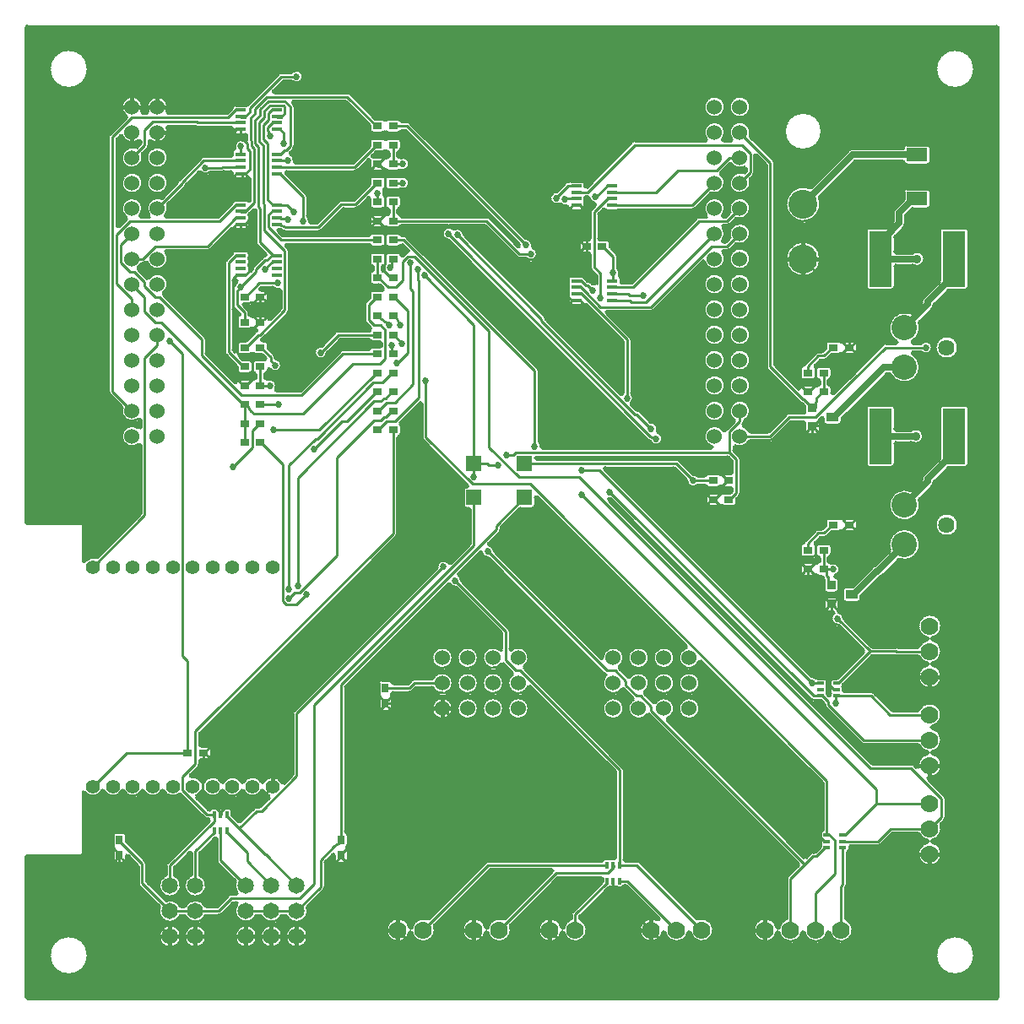
<source format=gtl>
*
*
G04 PADS 9.5 Build Number: 522968 generated Gerber (RS-274-X) file*
G04 PC Version=2.1*
*
%IN "Drive Board.pcb"*%
*
%MOIN*%
*
%FSLAX35Y35*%
*
*
*
*
G04 PC Standard Apertures*
*
*
G04 Thermal Relief Aperture macro.*
%AMTER*
1,1,$1,0,0*
1,0,$1-$2,0,0*
21,0,$3,$4,0,0,45*
21,0,$3,$4,0,0,135*
%
*
*
G04 Annular Aperture macro.*
%AMANN*
1,1,$1,0,0*
1,0,$2,0,0*
%
*
*
G04 Odd Aperture macro.*
%AMODD*
1,1,$1,0,0*
1,0,$1-0.005,0,0*
%
*
*
G04 PC Custom Aperture Macros*
*
*
*
*
*
*
G04 PC Aperture Table*
*
%ADD010C,0.001*%
%ADD011C,0.05512*%
%ADD012C,0.07*%
%ADD013C,0.11417*%
%ADD014C,0.1*%
%ADD015C,0.064*%
%ADD016C,0.06*%
%ADD017C,0.065*%
%ADD018C,0.01*%
%ADD019C,0.025*%
%ADD020C,0.027*%
%ADD021C,0.036*%
%ADD022C,0.015*%
%ADD023R,0.038X0.03*%
%ADD024R,0.036X0.036*%
%ADD025R,0.05X0.036*%
%ADD026R,0.04331X0.01496*%
%ADD027R,0.02756X0.01181*%
%ADD028R,0.01181X0.02756*%
%ADD029R,0.08268X0.05512*%
%ADD030R,0.03X0.038*%
%ADD031R,0.06X0.06*%
%ADD032R,0.091X0.221*%
*
*
*
*
G04 PC Circuitry*
G04 Layer Name Drive Board.pcb - circuitry*
%LPD*%
*
*
G04 PC Custom Flashes*
G04 Layer Name Drive Board.pcb - flashes*
%LPD*%
*
*
G04 PC Circuitry*
G04 Layer Name Drive Board.pcb - circuitry*
%LPD*%
*
G54D10*
G54D11*
G01X129567Y186693D03*
X137441D03*
X145315D03*
X153189D03*
X161063D03*
X168937D03*
X176811D03*
X184685D03*
X192559D03*
X200433D03*
Y273307D03*
X192559D03*
X184685D03*
X176811D03*
X168937D03*
X161063D03*
X153189D03*
X145315D03*
X137441D03*
X129567D03*
G54D12*
X460000Y180000D03*
Y170000D03*
Y160000D03*
Y215000D03*
Y205000D03*
Y195000D03*
Y250000D03*
Y240000D03*
Y230000D03*
X425000Y130000D03*
X415000D03*
X405000D03*
X395000D03*
X290000D03*
X280000D03*
X320000D03*
X310000D03*
X260000D03*
X250000D03*
X370000D03*
X360000D03*
X350000D03*
G54D13*
X410000Y395000D03*
Y416654D03*
G54D14*
X450000Y367800D03*
Y352200D03*
Y297800D03*
Y282200D03*
G54D15*
X466700Y360000D03*
Y290000D03*
G54D16*
X267500Y217500D03*
Y227500D03*
Y237500D03*
X277500Y217500D03*
Y227500D03*
Y237500D03*
X335000Y217500D03*
Y227500D03*
Y237500D03*
X345000Y217500D03*
Y227500D03*
Y237500D03*
X355000Y217500D03*
Y227500D03*
Y237500D03*
X365000Y217500D03*
Y227500D03*
Y237500D03*
X287500Y217500D03*
Y227500D03*
Y237500D03*
X297500Y217500D03*
Y227500D03*
Y237500D03*
X375000Y455000D03*
X385000D03*
X375000Y445000D03*
X385000D03*
X375000Y435000D03*
X385000D03*
X375000Y425000D03*
X385000D03*
X375000Y415000D03*
X385000D03*
X375000Y405000D03*
X385000D03*
X375000Y395000D03*
X385000D03*
X375000Y385000D03*
X385000D03*
X375000Y375000D03*
X385000D03*
X375000Y365000D03*
X385000D03*
X375000Y355000D03*
X385000D03*
X375000Y345000D03*
X385000D03*
X375000Y335000D03*
X385000D03*
X375000Y325000D03*
X385000D03*
X145000Y455000D03*
X155000D03*
X145000Y445000D03*
X155000D03*
X145000Y435000D03*
X155000D03*
X145000Y425000D03*
X155000D03*
X145000Y415000D03*
X155000D03*
X145000Y405000D03*
X155000D03*
X145000Y395000D03*
X155000D03*
X145000Y385000D03*
X155000D03*
X145000Y375000D03*
X155000D03*
X145000Y365000D03*
X155000D03*
X145000Y355000D03*
X155000D03*
X145000Y345000D03*
X155000D03*
X145000Y335000D03*
X155000D03*
X145000Y325000D03*
X155000D03*
G54D17*
X160000Y147500D03*
Y137500D03*
Y127500D03*
X170000Y147500D03*
Y137500D03*
Y127500D03*
X190000Y147500D03*
Y137500D03*
Y127500D03*
X200000Y147500D03*
Y137500D03*
Y127500D03*
X210000Y147500D03*
Y137500D03*
Y127500D03*
G54D18*
X160000D02*
X170000D01*
X190000*
X200000*
X210000*
X228625*
X231125Y130000*
X250000*
X255000Y125000*
X265953*
X270953Y130000*
X280000*
X260000D02*
X285650Y155650D01*
X332441*
X280000Y130000D02*
X285000Y125000D01*
X295953*
X300953Y130000*
X310000*
X290000D02*
X312500Y152500D01*
X332816*
X335089Y154773*
Y155650*
X310000Y130000D02*
X315000Y125000D01*
X330953*
X335953Y130000*
X350000*
X320000D02*
Y136122D01*
X332441Y148563*
Y149350*
X350000Y130000D02*
X355000Y125000D01*
X378453*
X383453Y130000*
X395000*
X405000D02*
Y150293D01*
X410704Y155997*
X415000Y130000D02*
Y144583D01*
X422500Y152083*
Y165375*
X160000Y137500D02*
X170000D01*
X179099*
X184099Y142500*
X211152*
X217000Y148348*
Y218833*
X280000Y281833*
Y300750*
X190000Y137500D02*
X200000D01*
X210000*
X219500Y147000*
Y157600*
X225022Y163122*
X227500Y164929*
Y165600*
X160000Y147500D02*
Y155500D01*
X177441Y172941*
Y175650*
X170000Y147500D02*
Y161122D01*
X177441Y168563*
Y169350*
X335000Y149350D02*
Y145000D01*
X350000Y130000*
X337559Y149350D02*
X340650D01*
X360000Y130000*
X140000Y159400D02*
Y147500D01*
X160000Y127500*
X227500Y159400D02*
Y159000D01*
X250000Y136500*
Y130000*
X227500Y159400D02*
Y159800D01*
X232076Y164376*
X233676*
X235974Y166674*
Y168274*
X335000Y155650D02*
X335089D01*
X337559D02*
X344350D01*
X370000Y130000*
X410704Y155997D02*
X413808Y159101D01*
X415223*
X418563Y162441*
X419350*
X140000Y165600D02*
Y165200D01*
X149000Y156200*
Y148500*
X160000Y137500*
X187322Y170099D02*
X197649Y159772D01*
X197728*
X210000Y147500*
X187322Y170099D02*
X194222Y177000D01*
X196193*
X210000Y190807*
Y215500*
X268000Y273500*
X182559Y169350D02*
Y168563D01*
X190426Y160696*
Y157074*
X200000Y147500*
X180000Y169350D02*
Y157500D01*
X190000Y147500*
X227500Y165600D02*
Y226768D01*
X288911Y288179*
Y289661*
X300000Y300750*
X235974Y168274D02*
X239914Y172214D01*
Y213914*
X245000Y219000*
Y219400*
X233500Y170000D02*
X235974Y168274D01*
X415943Y167443D02*
X418474Y164911D01*
X419350*
Y165000*
X415943Y167443D02*
X416000Y167500D01*
X180089Y176526D02*
Y175650D01*
X180000Y176615D02*
X183885Y180500D01*
X194240*
X200433Y186693*
X180089Y176526D02*
X180000Y176615D01*
X179911Y176526*
Y175650*
X180000*
X182559D02*
Y174862D01*
X187322Y170099*
X180000Y175650D02*
X180089D01*
X129567Y186693D02*
X142874Y200000D01*
X166900*
X165000Y190677D02*
Y185177D01*
X174527Y175650*
X177441*
X165000Y190677D02*
X170000Y195677D01*
Y208445*
X248100Y286545*
Y327500*
X180000Y176615D02*
X172955Y183660D01*
Y192773*
X173100Y192917*
Y200000*
X245000Y219400D02*
X254550D01*
X256450Y217500*
X267500*
X317500Y167500*
X325000*
X416850Y222441D02*
X417638D01*
X420000Y220079*
Y219035*
X434035Y205000*
X460000*
X245000Y225600D02*
X254550D01*
X256450Y227500*
X267500*
X413500D02*
Y227559D01*
X416850*
X207000Y261000D02*
X209141Y263141D01*
X211106*
X226000Y278035*
Y316556*
X240694Y331250*
X243250*
X244411Y332411*
X245111*
X247700Y335000*
X248100*
X207000Y264500D02*
Y313465D01*
X217535Y324000*
X218104*
X240354Y346250*
X243950*
X247700Y350000*
X248100*
X210500Y266000D02*
Y308556D01*
X240694Y338750*
X243250*
X244411Y339911*
X245111*
X247700Y342500*
X248100*
X272500Y268000D02*
X292500Y248000D01*
Y236702*
X296702Y232500*
X298298*
X337559Y193239*
Y155650*
X129567Y273307D02*
X150000Y293740D01*
Y355849*
X155000Y360849*
Y365000*
X285500Y279500D02*
X332500Y232500D01*
X335798*
X340000Y228298*
Y226702*
X344202Y222500*
X345798*
X350000Y218298*
Y216702*
X410704Y155997*
X411900Y280000D02*
Y282600D01*
X416018Y286718*
X418218*
X421500Y290000*
X421900*
X411900Y272500D02*
X412300D01*
X415000Y275200*
Y281856*
X418144Y285000*
X422700*
X427700Y290000*
X428100*
X411900Y272500D02*
Y267950D01*
X421100Y258750*
X322500Y302000D02*
X438878Y185622D01*
Y180000*
X374800Y300000D02*
X379800Y295000D01*
X408900*
X374800Y300000D02*
X377500Y302700D01*
Y304800*
X380200Y307500*
X380600*
X374400Y300000D02*
X374800D01*
X380600D02*
X381000D01*
X383600Y302600*
Y315800*
X408900Y295000D02*
Y308875D01*
X413600Y313575*
Y328750*
X408900Y295000D02*
Y274456D01*
X410500Y273500*
X411900*
Y272500*
X322500Y311500D02*
X329500D01*
X413500Y227500*
X333500Y303000D02*
X414059Y222441D01*
X416850*
X366500Y307500D02*
X374400D01*
X185000Y313000D02*
X192500Y320500D01*
Y327300*
X195200Y330000*
X195600*
X217000Y320000D02*
X227977Y330977D01*
X229977*
X241500Y342500*
X241900*
X280000Y314250D02*
X285200D01*
X285950Y313500*
X289500*
X280000Y314250D02*
Y309000D01*
X293000Y317500D02*
X295572D01*
X296572Y318500*
X380900*
X300000Y314250D02*
X359750D01*
X366500Y307500*
X383600Y315800D02*
X380900Y318500D01*
Y326749*
X385000Y330849*
Y335000*
X195600Y322500D02*
X196000D01*
X204500Y314000*
Y260035*
X206035Y258500*
X210000*
X214000Y262500*
X189400Y322500D02*
Y330000D01*
Y337500*
X201000Y327500D02*
X219000D01*
X241500Y350000*
X241900*
Y327500D02*
X242300D01*
X245622Y330822*
X248878*
X258100Y340044*
X385000Y325000D02*
X396897D01*
X404397Y332500*
X415006*
X430000Y347494*
X442500Y360000*
X458500*
X413600Y328750D02*
Y329188D01*
X413600D02*
X417500D01*
X417500D02*
Y329500D01*
X195600Y337500D02*
X203000D01*
X189400D02*
X190071D01*
X191878Y335022*
X193150Y333750*
X212467*
X232217Y353500*
X242856*
X245000Y355644*
Y366856*
X241900Y335000D02*
X242300D01*
X245622Y338322*
X248878*
X256000Y345444*
X413600Y336250D02*
X414900D01*
Y337550*
X415100Y339500*
Y339900*
X417700Y342500*
X418100*
X199500Y345000D02*
X195600D01*
Y352500*
X189400Y345000D02*
X189800D01*
X192500Y347700*
Y354356*
X261000Y347000D02*
Y324535D01*
X279452Y306083*
X302222*
X419350Y188955*
Y167559*
X411900Y350000D02*
Y352600D01*
X416018Y356718*
X418218*
X421500Y360000*
X421900*
X411900Y342500D02*
X412300D01*
X415000Y345200*
Y351856*
X418144Y355000*
X422700*
X427700Y360000*
X428100*
X186400Y361956D02*
Y358044D01*
X188194Y356250*
X190606*
X192500Y354356*
X186400Y361956D02*
X189444Y365000D01*
X183200Y358300D02*
X189000Y352500D01*
X189400*
X183200Y358300D02*
Y393535D01*
X186250Y396585*
X187913*
Y396339*
X195600Y360000D02*
X196000D01*
X199768Y356232*
Y354732*
X201500Y353000*
X189400Y360000D02*
X189800D01*
X194800Y365000*
X195556*
X205352Y374796*
Y398103*
X219500Y358000D02*
X226500Y365000D01*
X241900*
X247500Y361000D02*
Y357500D01*
X248100*
X249500Y354000D02*
X249732Y353768D01*
X253950Y357985*
X160000Y362500D02*
X165000Y357500D01*
Y238146*
X166900Y236246*
Y200000*
X189444Y365000D02*
X191371Y366927D01*
X192127*
X195200Y370000*
X195600*
Y380000*
X248100Y365000D02*
X248700D01*
X251500Y361500*
X186400Y382135D02*
Y376822D01*
X189400Y373822*
Y370000*
X186400Y382135D02*
X188000Y384000D01*
X189400Y380000D02*
X189800D01*
X195300Y385500*
X202500*
X238500Y377000D02*
Y370944D01*
X240694Y368750*
X243106*
X245000Y366856*
X238500Y377000D02*
X241500Y380000D01*
X241900*
Y372500D02*
X242020D01*
X246500Y369000*
X248100Y372500D02*
X248900D01*
X251000Y369000*
X248100Y380000D02*
X248500D01*
X253950Y374550*
Y357985*
X320413Y381220D02*
Y381467D01*
X322077*
X340500Y363044*
Y340000*
X334587Y381220D02*
X340841D01*
X341561Y380500*
X347000*
X334587Y378661D02*
X341613D01*
X342274Y378000*
X348000*
X375000Y405000*
X145000Y385000D02*
X150000Y380000D01*
Y374202*
X154202Y370000*
X156500*
X189000Y337500*
X189400*
X184800Y387306D02*
Y369644D01*
X189444Y365000*
X184800Y387306D02*
X186572Y388661D01*
X187913*
Y388415*
X189577*
X192413Y391251*
Y399311*
X197449Y391051D02*
X200423Y394026D01*
X202087*
Y393780*
X197449Y391051D02*
X197500Y391000D01*
X188000Y384000D02*
X194000Y390000D01*
Y390965*
X197535Y394500*
X198338*
X200423Y396585*
X247000Y391500D02*
X247423D01*
Y395000*
X248100*
X241900Y387500D02*
X242300D01*
X246050Y383750*
X249306*
X252000Y386444*
Y393965*
X254035Y396000*
X256465*
X286000Y366465*
Y320694*
X297778Y308917*
X321583*
X436500Y194000*
X452505*
X464600Y181905*
Y174600*
X241900Y387500D02*
Y395000D01*
X258000Y391000D02*
Y386546D01*
X258100Y386446*
Y340044*
X260500Y388500D02*
X280000Y369000D01*
Y314250*
X320413Y383780D02*
Y384026D01*
X322077*
X324114Y381989*
Y381921*
X330035Y376000*
X349715*
X373715Y400000*
X380000*
X385000Y405000*
X320413Y386339D02*
Y386585D01*
X322077*
X324162Y384500*
X325000*
X327000Y382500*
X334587Y386339D02*
X335000D01*
Y389500*
X334587Y383780D02*
X342780D01*
X369000Y410000*
X380000*
X385000Y415000*
X140500Y393702D02*
Y400500D01*
X145000Y405000*
X140500Y393702D02*
X144202Y390000D01*
X145798*
X150000Y385798*
Y384202*
X154202Y380000*
X155798*
X172500Y363298*
Y356944*
X188194Y341250*
X211959*
X228209Y357500*
X241900*
X145000Y395000D02*
X149151D01*
X154151Y400000*
X174783*
X186250Y411467*
X187913*
Y411220*
X200423Y396585D02*
X202087D01*
Y396339*
X200423Y396585D02*
X200669Y396339D01*
X202087*
X244550Y392605D02*
Y390094D01*
X247422Y387222*
X248100*
Y387500*
X244550Y392605D02*
X245000Y393055D01*
Y406162*
X255000Y393500D02*
Y383149D01*
X256000Y382149*
Y345444*
X317148Y393148D02*
X324000Y400000D01*
X324400*
X317148Y393148D02*
Y380017D01*
X318750Y378415*
X320413*
Y378661*
X324400Y400000D02*
X324500D01*
Y396500*
X330600Y400000D02*
X331000D01*
X335000Y396000*
Y389500*
X410000Y395000D02*
X428100Y376900D01*
Y360000*
X138900Y404698D02*
X144202Y410000D01*
X179665*
X186250Y416585*
X187913*
Y416339*
X138900Y404698D02*
Y385251D01*
X145000Y379151*
Y375000*
X187913Y408415D02*
Y403810D01*
X192413Y399311*
X187913Y408415D02*
X189577D01*
X191268Y410106*
Y411268*
X193000Y413000*
X187913Y408661D02*
Y408415D01*
X198821Y407458D02*
Y412424D01*
X200423Y414026*
X202087*
Y413780*
X198821Y407458D02*
X203779Y402500D01*
X241900*
X202087Y411220D02*
X202309D01*
X206500Y410500*
X202087Y408661D02*
X203306D01*
X205394Y407500*
X218500*
X227586Y416586*
X233086*
X241500Y425000*
X241900*
X227000Y408000D02*
X233175D01*
X235175Y410000*
X241900*
X242300D02*
X244900Y412600D01*
Y430544*
X242300Y410000D02*
X242701D01*
X245000Y406162*
X258457*
X259795Y407500*
X284919*
X299271Y393148*
X317148*
X241900Y410000D02*
X242300D01*
X248100D02*
X284919D01*
X297919Y397000*
X302500*
X248100Y410000D02*
Y417500D01*
Y402500D02*
X252228D01*
X304000Y350728*
Y321000*
X269732Y404732D02*
X349500Y324965D01*
X352000Y324000*
X269732Y404732D02*
X270000Y405000D01*
X273500Y404500D02*
X306641Y371359D01*
Y370394*
X343394Y333641*
X344359*
X350000Y328000*
X155000Y415000D02*
X164725Y424725D01*
Y425189*
X173315Y433780*
X187913*
Y413780D02*
Y413533D01*
X189577*
X193180Y417137*
Y438393*
X202087Y416339D02*
X206161D01*
X209000Y413500*
X241900Y417500D02*
X242000D01*
Y421000*
X312405Y419095D02*
X317148Y423839D01*
X320413*
X312405Y419095D02*
X312500Y419000D01*
X316000Y418500D02*
Y418720D01*
X320413*
X327500Y413544D02*
X332923Y418967D01*
X334587*
Y418720*
X327500Y413544D02*
Y391805D01*
X330000Y389305*
Y379500*
X320413Y416161D02*
X321831D01*
X324400Y413592*
Y400000*
X320413Y421280D02*
X324780D01*
X343500Y440000*
X385798*
X389100Y436698*
Y429100*
X328000Y419500D02*
X328169Y419331D01*
X332923Y424085*
X334587*
Y423839*
Y421280D02*
X351780D01*
X360500Y430000*
X375849*
X380849Y435000*
X385000*
X334587Y416161D02*
X366161D01*
X375000Y425000*
X174000Y431000D02*
X180439D01*
X180659Y431220*
X187913*
Y428661D02*
Y428415D01*
X188653*
X187913Y428661D02*
X188653D01*
Y428415*
X189577*
X191380Y430218*
Y437641*
X188653Y428415D02*
Y424000D01*
X189000*
X202087Y431220D02*
X232720D01*
X241500Y440000*
X241900*
X202087Y428661D02*
X203504D01*
X212500Y419665*
Y410000*
X248100Y425000D02*
X252000D01*
X385000D02*
X389100Y429100D01*
X145000Y435000D02*
X150000Y440000D01*
Y445798*
X153352Y449150*
X170433*
X170863Y448720*
X187913*
Y436339D02*
X188000D01*
Y439500*
X205000Y440500D02*
X205030D01*
Y444636*
X202087Y436339D02*
X203504D01*
X205123Y437957*
X205922*
X207450Y439485*
X202087Y433780D02*
X206500D01*
Y434000*
X241900Y432500D02*
Y431500D01*
X243300*
X244900Y430544*
X252000Y432500D02*
X248100D01*
Y440000*
X137300Y443098D02*
X145002Y450800D01*
X182965*
X186250Y454085*
X187913*
Y453839*
X137300Y443098D02*
Y342700D01*
X145000Y335000*
X155000Y445000D02*
X171293D01*
X172455Y446161*
X187913*
Y443159*
X190461Y440611*
Y438559*
X191380Y437641*
X187913Y451280D02*
Y451033D01*
X189577*
X191586Y453042*
Y454595*
X203991Y467000*
X210000*
X193508Y449669D02*
X195600Y451760D01*
Y454084*
X198803Y457287*
X205370*
X207450Y455207*
Y439485*
X193508Y449669D02*
Y442448D01*
X193699Y442257*
Y440424*
X194981Y439141*
Y415489*
X195450Y415021*
Y401558*
X200423Y396585*
X196825Y447856D02*
Y444444D01*
X196985Y444284*
Y442250*
X198587Y440648*
Y418421*
X200669Y416339*
X202087*
X196825Y447856D02*
X198811Y449841D01*
Y452473*
X200423Y454085*
X202087*
Y453839*
X191792Y450595D02*
X193593Y452396D01*
Y454339*
X198254Y459000*
X230000*
X241500Y447500*
X241900*
X191792Y450595D02*
Y441708D01*
X192079Y441421*
Y439495*
X193180Y438393*
X195225Y448821D02*
X197200Y450796D01*
Y453421*
X199466Y455687*
X204708*
X205352Y455042*
Y452635*
X195225Y448821D02*
Y443388D01*
X195342Y443271*
Y441337*
X196753Y439926*
Y416987*
X197221Y416518*
Y406234*
X205352Y398103*
X198425Y445934D02*
Y446969D01*
X200423Y448967*
X202087*
Y448720*
X198425Y445934D02*
X199425Y443470D01*
X199500Y443500*
X202087Y451280D02*
Y451033D01*
X203750*
X205352Y452635*
X202087Y446161D02*
X203504D01*
X205030Y444636*
X248100Y447500D02*
X253500D01*
X300500Y400500*
X385000Y445000D02*
X397000Y433000D01*
Y352444*
X409944Y339500*
X410350*
X413600Y336250*
X425000Y130000D02*
Y147350D01*
X425650Y148000*
Y162441*
X438878Y180000D02*
X460000D01*
X423000Y219500D02*
Y222441D01*
X423150*
X419350Y167559D02*
Y167648D01*
X420227*
X422500Y165375*
X425650Y167559D02*
X426437D01*
X438878Y180000*
X425650Y165000D02*
X439500D01*
X444500Y170000*
X460000*
X464600Y174600*
X422000Y272500D02*
X419267D01*
Y269900*
X419667Y269500*
X419750*
X420017Y269233*
Y266250*
X421100*
X436439Y240061D02*
X446689D01*
X446750Y240000*
X460000*
X420000Y227184D02*
Y235000D01*
X422500Y237500*
Y247500*
X420000Y227184D02*
X422273Y224911D01*
X423150*
Y225000*
X421000Y251993D02*
X422500Y250493D01*
Y247500*
X421000Y251993D02*
Y254857D01*
X421100Y254957*
Y258750*
X423500Y253000D02*
X436439Y240061D01*
X423150Y222441D02*
X436793D01*
X444234Y215000*
X460000*
X423150Y227559D02*
X423937D01*
X436439Y240061*
X419267Y272500D02*
X418100D01*
Y280000*
Y342500D02*
Y350000D01*
X477600Y120000D02*
G75*
G03X477600I-7600J0D01*
G01X301600Y217500D02*
G03X301600I-4100J0D01*
G01X291600D02*
G03X291600I-4100J0D01*
G01Y227500D02*
G03X291600I-4100J0D01*
G01X281600Y217500D02*
G03X281600I-4100J0D01*
G01Y227500D02*
G03X281600I-4100J0D01*
G01Y237500D02*
G03X281600I-4100J0D01*
G01X271600Y217500D02*
G03X271600I-4100J0D01*
G01Y237500D02*
G03X271600I-4100J0D01*
G01X214350Y127500D02*
G03X214350I-4350J0D01*
G01X204350D02*
G03X204350I-4350J0D01*
G01X194350D02*
G03X194350I-4350J0D01*
G01X127600Y120000D02*
G03X127600I-7600J0D01*
G01X174350Y127500D02*
G03X174350I-4350J0D01*
G01X164350D02*
G03X164350I-4350J0D01*
G01X339100Y217500D02*
G03X339100I-4100J0D01*
G01X471200Y290000D02*
G03X471200I-4500J0D01*
G01Y360000D02*
G03X471200I-4500J0D01*
G01X477600Y470000D02*
G03X477600I-7600J0D01*
G01X416809Y395000D02*
G03X416809I-6809J0D01*
G01X417356Y445394D02*
G03X417356I-7356J0D01*
G01X389100Y455000D02*
G03X389100I-4100J0D01*
G01X379100D02*
G03X379100I-4100J0D01*
G01X127600Y470000D02*
G03X127600I-7600J0D01*
G01X159100Y425000D02*
G03X159100I-4100J0D01*
G01Y435000D02*
G03X159100I-4100J0D01*
G01X149100Y425000D02*
G03X149100I-4100J0D01*
G01X369100Y217500D02*
G03X369100I-4100J0D01*
G01Y227500D02*
G03X369100I-4100J0D01*
G01X359100D02*
G03X359100I-4100J0D01*
G01Y237500D02*
G03X359100I-4100J0D01*
G01X349100D02*
G03X349100I-4100J0D01*
G01X389100Y345000D02*
G03X389100I-4100J0D01*
G01Y355000D02*
G03X389100I-4100J0D01*
G01Y365000D02*
G03X389100I-4100J0D01*
G01Y375000D02*
G03X389100I-4100J0D01*
G01Y385000D02*
G03X389100I-4100J0D01*
G01Y395000D02*
G03X389100I-4100J0D01*
G01X379100Y335000D02*
G03X379100I-4100J0D01*
G01Y345000D02*
G03X379100I-4100J0D01*
G01Y355000D02*
G03X379100I-4100J0D01*
G01Y365000D02*
G03X379100I-4100J0D01*
G01Y375000D02*
G03X379100I-4100J0D01*
G01Y385000D02*
G03X379100I-4100J0D01*
G01X487000Y103500D02*
Y486500D01*
G03X486500Y487000I-500J-0*
G01X103500*
G03X103000Y486500I0J-500*
G01Y291000*
G03X103500Y290500I500J0*
G01X125000*
X125500Y290000D02*
G03X125000Y290500I-500J0D01*
G01X125500Y290000D02*
Y275807D01*
G03X126409Y275520I500J0*
G01X130641Y277010D02*
G03X126409Y275520I-1074J-3703D01*
G01X130641Y277010D02*
G03X131134Y277137I140J481D01*
G01X148254Y294256*
G03X148400Y294610I-354J354*
G01Y321429*
G03X147585Y321817I-500J0*
G01Y328183D02*
G03Y321817I-2585J-3183D01*
G01Y328183D02*
G03X148400Y328571I315J388D01*
G01Y331429*
G03X147585Y331817I-500J0*
G01X141097Y336256D02*
G03X147585Y331817I3903J-1256D01*
G01X141097Y336256D02*
G03X140975Y336763I-476J153D01*
G01X136169Y341569*
X135700Y342700D02*
G03X136169Y341569I1600J0D01*
G01X135700Y342700D02*
Y443098D01*
X136169Y444230D02*
G03X135700Y443098I1131J-1132D01*
G01X136169Y444230D02*
X142776Y450837D01*
G03X142702Y451604I-354J353*
G01X148648Y453128D02*
G03X142702Y451604I-3648J1872D01*
G01X148648Y453128D02*
G03X149093Y452400I445J-228D01*
G01X150907*
G03X151352Y453128I0J500*
G01X158648D02*
G03X151352I-3648J1872D01*
G01X158648D02*
G03X159093Y452400I445J-228D01*
G01X182095*
G03X182448Y452546I-0J500*
G01X184559Y454657*
G03X184687Y454878I-354J353*
G01X185748Y455687D02*
G03X184687Y454878I0J-1100D01*
G01X185748Y455687D02*
X190079D01*
X190164Y455683D02*
G03X190079Y455687I-85J-1096D01*
G01X190164Y455683D02*
G03X190556Y455828I39J499D01*
G01X202859Y468131*
X203991Y468600D02*
G03X202859Y468131I-0J-1600D01*
G01X203991Y468600D02*
X207928D01*
G03X208279Y468744I0J500*
G01Y465256D02*
G03Y468744I1721J1744D01*
G01Y465256D02*
G03X207928Y465400I-351J-356D01*
G01X204861*
G03X204507Y465254I-0J-500*
G01X200707Y461454*
G03X201061Y460600I354J-354*
G01X230000*
X231131Y460131D02*
G03X230000Y460600I-1131J-1131D01*
G01X231131Y460131D02*
X241016Y450246D01*
G03X241370Y450100I354J354*
G01X243800*
X244625Y449728D02*
G03X243800Y450100I-825J-728D01*
G01X244625Y449728D02*
G03X245375I375J330D01*
G01X246200Y450100D02*
G03X245375Y449728I0J-1100D01*
G01X246200Y450100D02*
X250000D01*
X251020Y449413D02*
G03X250000Y450100I-1020J-413D01*
G01X251020Y449413D02*
G03X251483Y449100I463J187D01*
G01X253500*
X254631Y448631D02*
G03X253500Y449100I-1131J-1131D01*
G01X254631Y448631D02*
X300166Y403096D01*
G03X300517Y402950I354J354*
G01X302884Y399934D02*
G03X300517Y402950I-2384J566D01*
G01X302884Y399934D02*
G03X303223Y399341I486J-115D01*
G01X300779Y395256D02*
G03X303223Y399341I1721J1744D01*
G01X300779Y395256D02*
G03X300428Y395400I-351J-356D01*
G01X297919*
X296787Y395869D02*
G03X297919Y395400I1132J1131D01*
G01X296787Y395869D02*
X284402Y408254D01*
G03X284049Y408400I-353J-354*
G01X270541*
G03X270449Y407408I0J-500*
G01X271731Y406734D02*
G03X270449Y407408I-1731J-1734D01*
G01X271731Y406734D02*
G03X272324Y406649I353J354D01*
G01X275950Y404517D02*
G03X272324Y406649I-2450J-17D01*
G01X275950Y404517D02*
G03X276096Y404166I500J3D01*
G01X307773Y372490*
X308241Y371359D02*
G03X307773Y372490I-1600J-0D01*
G01X308241Y371359D02*
Y371264D01*
G03X308388Y370910I500J-0*
G01X337828Y341470*
G03X338574Y341515I353J354*
G01X338756Y341721D02*
G03X338574Y341515I1744J-1721D01*
G01X338756Y341721D02*
G03X338900Y342072I-356J351D01*
G01Y362174*
G03X338754Y362528I-500J0*
G01X324104Y377177*
G03X323384Y377164I-354J-353*
G01X322579Y376813D02*
G03X323384Y377164I-0J1100D01*
G01X322579Y376813D02*
X318248D01*
X317148Y377913D02*
G03X318248Y376813I1100J0D01*
G01X317148Y377913D02*
Y379409D01*
X317210Y379775D02*
G03X317148Y379409I1038J-366D01*
G01X317210Y379775D02*
G03Y380107I-471J166D01*
G01X317148Y380472D02*
G03X317210Y380107I1100J0D01*
G01X317148Y380472D02*
Y381969D01*
X317210Y382334D02*
G03X317148Y381969I1038J-365D01*
G01X317210Y382334D02*
G03Y382666I-471J166D01*
G01X317148Y383031D02*
G03X317210Y382666I1100J0D01*
G01X317148Y383031D02*
Y384528D01*
X317210Y384893D02*
G03X317148Y384528I1038J-365D01*
G01X317210Y384893D02*
G03Y385225I-471J166D01*
G01X317148Y385591D02*
G03X317210Y385225I1100J-0D01*
G01X317148Y385591D02*
Y387087D01*
X318248Y388187D02*
G03X317148Y387087I0J-1100D01*
G01X318248Y388187D02*
X322579D01*
X323640Y387378D02*
G03X322579Y388187I-1061J-291D01*
G01X323640Y387378D02*
G03X323768Y387157I482J132D01*
G01X324679Y386246*
G03X325024Y386100I353J354*
G01X326131Y385631D02*
G03X325024Y386100I-1131J-1131D01*
G01X326131Y385631D02*
X326666Y385096D01*
G03X327017Y384950I354J354*
G01X327747Y384833D02*
G03X327017Y384950I-747J-2333D01*
G01X327747Y384833D02*
G03X328400Y385309I153J476D01*
G01Y388435*
G03X328254Y388788I-500J-0*
G01X326369Y390673*
X325900Y391805D02*
G03X326369Y390673I1600J-0D01*
G01X325900Y391805D02*
Y396900D01*
G03X325400Y397400I-500J-0*
G01X322500*
X321400Y398500D02*
G03X322500Y397400I1100J0D01*
G01X321400Y398500D02*
Y401500D01*
X322500Y402600D02*
G03X321400Y401500I0J-1100D01*
G01X322500Y402600D02*
X325400D01*
G03X325900Y403100I-0J500*
G01Y413544*
X326369Y414675D02*
G03X325900Y413544I1131J-1131D01*
G01X326369Y414675D02*
X327922Y416228D01*
G03X327641Y417076I-354J354*
G01X325563Y419250D02*
G03X327641Y417076I2437J250D01*
G01X325563Y419250D02*
G03X324997Y419694I-498J-51D01*
G01X324780Y419680D02*
G03X324997Y419694I-0J1600D01*
G01X324780Y419680D02*
X324179D01*
G03X323679Y419180I-0J-500*
G01Y417972*
X323616Y417607D02*
G03X323679Y417972I-1037J365D01*
G01X323616Y417607D02*
G03Y417275I472J-166D01*
G01X323679Y416909D02*
G03X323616Y417275I-1100J0D01*
G01X323679Y416909D02*
Y415413D01*
X322579Y414313D02*
G03X323679Y415413I-0J1100D01*
G01X322579Y414313D02*
X318248D01*
X317148Y415413D02*
G03X318248Y414313I1100J0D01*
G01X317148Y415413D02*
Y415622D01*
G03X316538Y416110I-500J0*
G01X314269Y416766D02*
G03X316538Y416110I1731J1734D01*
G01X314269Y416766D02*
G03X313676Y416851I-353J-354D01*
G01X312319Y421443D02*
G03X313676Y416851I181J-2443D01*
G01X312319Y421443D02*
G03X312635Y421588I-38J499D01*
G01X316017Y424970*
X317148Y425439D02*
G03X316017Y424970I0J-1600D01*
G01X317148Y425439D02*
X317392D01*
G03X317660Y425516I0J500*
G01X318248Y425687D02*
G03X317660Y425516I0J-1100D01*
G01X318248Y425687D02*
X322579D01*
X323679Y424587D02*
G03X322579Y425687I-1100J-0D01*
G01X323679Y424587D02*
Y423649D01*
G03X324532Y423295I500J-0*
G01X342369Y441131*
X343500Y441600D02*
G03X342369Y441131I0J-1600D01*
G01X343500Y441600D02*
X371429D01*
G03X371817Y442415I0J500*
G01X378183D02*
G03X371817I-3183J2585D01*
G01X378183D02*
G03X378571Y441600I388J-315D01*
G01X381429*
G03X381817Y442415I0J500*
G01X388903Y443744D02*
G03X381817Y442415I-3903J1256D01*
G01X388903Y443744D02*
G03X389025Y443237I476J-153D01*
G01X398131Y434131*
X398600Y433000D02*
G03X398131Y434131I-1600J0D01*
G01X398600Y433000D02*
Y353314D01*
G03X398746Y352961I500J0*
G01X408046Y343661*
G03X408900Y344010I354J353*
G01X410000Y345100D02*
G03X408900Y344010I0J-1100D01*
G01X410000Y345100D02*
X413800D01*
X414625Y344728D02*
G03X413800Y345100I-825J-728D01*
G01X414625Y344728D02*
G03X415375I375J330D01*
G01X416062Y345091D02*
G03X415375Y344728I138J-1091D01*
G01X416062Y345091D02*
G03X416500Y345587I-62J496D01*
G01Y346913*
G03X416062Y347409I-500J-0*
G01X415375Y347772D02*
G03X416062Y347409I825J728D01*
G01X415375Y347772D02*
G03X414625I-375J-330D01*
G01X413800Y347400D02*
G03X414625Y347772I0J1100D01*
G01X413800Y347400D02*
X410000D01*
X408900Y348500D02*
G03X410000Y347400I1100J0D01*
G01X408900Y348500D02*
Y351500D01*
X409903Y352596D02*
G03X408900Y351500I97J-1096D01*
G01X409903Y352596D02*
G03X410345Y352976I-44J498D01*
G01X410769Y353731D02*
G03X410345Y352976I1131J-1131D01*
G01X410769Y353731D02*
X414887Y357850D01*
X416018Y358318D02*
G03X414887Y357850I0J-1600D01*
G01X416018Y358318D02*
X417349D01*
G03X417702Y358465I-0J500*
G01X418754Y359516*
G03X418900Y359870I-354J354*
G01Y361500*
X420000Y362600D02*
G03X418900Y361500I0J-1100D01*
G01X420000Y362600D02*
X423800D01*
X424625Y362228D02*
G03X423800Y362600I-825J-728D01*
G01X424625Y362228D02*
G03X425375I375J330D01*
G01X426200Y362600D02*
G03X425375Y362228I0J-1100D01*
G01X426200Y362600D02*
X430000D01*
X431100Y361500D02*
G03X430000Y362600I-1100J0D01*
G01X431100Y361500D02*
Y358500D01*
X430000Y357400D02*
G03X431100Y358500I0J1100D01*
G01X430000Y357400D02*
X426200D01*
X425375Y357772D02*
G03X426200Y357400I825J728D01*
G01X425375Y357772D02*
G03X424625I-375J-330D01*
G01X423800Y357400D02*
G03X424625Y357772I0J1100D01*
G01X423800Y357400D02*
X421370D01*
G03X421016Y357254I-0J-500*
G01X419350Y355587*
X418218Y355118D02*
G03X419350Y355587I0J1600D01*
G01X418218Y355118D02*
X416888D01*
G03X416535Y354972I0J-500*
G01X414563Y353000*
G03X414567Y352288I353J-354*
G01X414625Y352228D02*
G03X414567Y352288I-825J-728D01*
G01X414625Y352228D02*
G03X415375I375J330D01*
G01X416200Y352600D02*
G03X415375Y352228I0J-1100D01*
G01X416200Y352600D02*
X420000D01*
X421100Y351500D02*
G03X420000Y352600I-1100J0D01*
G01X421100Y351500D02*
Y348500D01*
X420138Y347409D02*
G03X421100Y348500I-138J1091D01*
G01X420138Y347409D02*
G03X419700Y346913I62J-496D01*
G01Y345587*
G03X420138Y345091I500J0*
G01X421100Y344000D02*
G03X420138Y345091I-1100J0D01*
G01X421100Y344000D02*
Y342064D01*
G03X421954Y341711I500J0*
G01X428869Y348626*
X441368Y361131*
X442500Y361600D02*
G03X441368Y361131I0J-1600D01*
G01X442500Y361600D02*
X446673D01*
G03X446925Y362532I-0J500*
G01X452028Y373553D02*
G03X446925Y362532I-2028J-5753D01*
G01X452028Y373553D02*
G03X452548Y373671I166J472D01*
G01X456797Y377921*
G03X456944Y378260I-353J353*
G01X457631Y379854D02*
G03X456944Y378260I1662J-1661D01*
G01X457631Y379854D02*
X463804Y386027D01*
G03X463950Y386381I-354J354*
G01Y406050*
X465050Y407150D02*
G03X463950Y406050I0J-1100D01*
G01X465050Y407150D02*
X474150D01*
X475250Y406050D02*
G03X474150Y407150I-1100J0D01*
G01X475250Y406050D02*
Y383950D01*
X474150Y382850D02*
G03X475250Y383950I0J1100D01*
G01X474150Y382850D02*
X467481D01*
G03X467127Y382704I-0J-500*
G01X461788Y377365*
G03X461642Y377025I354J-354*
G01X460954Y375431D02*
G03X461642Y377025I-1661J1662D01*
G01X460954Y375431D02*
X455871Y370348D01*
G03X455753Y369828I354J-354*
G01X453075Y362532D02*
G03X455753Y369828I-3075J5268D01*
G01X453075Y362532D02*
G03X453327Y361600I252J-432D01*
G01X456428*
G03X456779Y361744I0J500*
G01Y358256D02*
G03Y361744I1721J1744D01*
G01Y358256D02*
G03X456428Y358400I-351J-356D01*
G01X453327*
G03X453075Y357468I0J-500*
G01X444498Y349566D02*
G03X453075Y357468I5502J2634D01*
G01X444498Y349566D02*
G03X444047Y349850I-451J-216D01*
G01X443181*
G03X442827Y349704I-0J-500*
G01X425346Y332223*
G03X425200Y331869I354J-354*
G01Y330700*
X424100Y329600D02*
G03X425200Y330700I0J1100D01*
G01X424100Y329600D02*
X419100D01*
X418000Y330700D02*
G03X419100Y329600I1100J0D01*
G01X418000Y330700D02*
Y332024D01*
G03X417146Y332378I-500J0*
G01X416447Y331678*
G03X416363Y331083I353J-353*
G01X416500Y330550D02*
G03X416363Y331082I-1100J0D01*
G01X416500Y330550D02*
Y326950D01*
X415400Y325850D02*
G03X416500Y326950I0J1100D01*
G01X415400Y325850D02*
X411800D01*
X410700Y326950D02*
G03X411800Y325850I1100J0D01*
G01X410700Y326950D02*
Y330400D01*
G03X410200Y330900I-500J-0*
G01X405267*
G03X404913Y330754I0J-500*
G01X398029Y323869*
X396897Y323400D02*
G03X398029Y323869I0J1600D01*
G01X396897Y323400D02*
X389093D01*
G03X388648Y323128I-0J-500*
G01X383217Y321308D02*
G03X388648Y323128I1783J3692D01*
G01X383217Y321308D02*
G03X382500Y320858I-217J-450D01*
G01Y319370*
G03X382646Y319016I500J-0*
G01X384731Y316931*
X385200Y315800D02*
G03X384731Y316931I-1600J0D01*
G01X385200Y315800D02*
Y302600D01*
X384731Y301469D02*
G03X385200Y302600I-1131J1131D01*
G01X384731Y301469D02*
X383746Y300484D01*
G03X383600Y300130I354J-354*
G01Y298500*
X382500Y297400D02*
G03X383600Y298500I0J1100D01*
G01X382500Y297400D02*
X378700D01*
X377875Y297772D02*
G03X378700Y297400I825J728D01*
G01X377875Y297772D02*
G03X377125I-375J-330D01*
G01X376300Y297400D02*
G03X377125Y297772I0J1100D01*
G01X376300Y297400D02*
X372500D01*
X371400Y298500D02*
G03X372500Y297400I1100J0D01*
G01X371400Y298500D02*
Y301500D01*
X372500Y302600D02*
G03X371400Y301500I0J-1100D01*
G01X372500Y302600D02*
X376300D01*
X377125Y302228D02*
G03X376300Y302600I-825J-728D01*
G01X377125Y302228D02*
G03X377875I375J330D01*
G01X378700Y302600D02*
G03X377875Y302228I0J-1100D01*
G01X378700Y302600D02*
X381130D01*
G03X381484Y302746I0J500*
G01X381854Y303116*
G03X382000Y303470I-354J354*
G01Y304400*
G03X381500Y304900I-500J-0*
G01X378700*
X377875Y305272D02*
G03X378700Y304900I825J728D01*
G01X377875Y305272D02*
G03X377125I-375J-330D01*
G01X376300Y304900D02*
G03X377125Y305272I0J1100D01*
G01X376300Y304900D02*
X372500D01*
X371480Y305587D02*
G03X372500Y304900I1020J413D01*
G01X371480Y305587D02*
G03X371017Y305900I-463J-187D01*
G01X368572*
G03X368221Y305756I-0J-500*
G01X364050Y307483D02*
G03X368221Y305756I2450J17D01*
G01X364050Y307483D02*
G03X363904Y307834I-500J-3D01*
G01X359234Y312504*
G03X358880Y312650I-354J-354*
G01X331820*
G03X331466Y311796I-0J-500*
G01X413166Y230096*
G03X413517Y229950I354J354*
G01X415086Y229367D02*
G03X413517Y229950I-1586J-1867D01*
G01X415086Y229367D02*
G03X415429Y229249I324J381D01*
G01X415472Y229250D02*
G03X415429Y229249I0J-1100D01*
G01X415472Y229250D02*
X418228D01*
X419328Y228150D02*
G03X418228Y229250I-1100J-0D01*
G01X419328Y228150D02*
Y226969D01*
X419221Y226495D02*
G03X419328Y226969I-993J474D01*
G01X419221Y226495D02*
G03Y226064I451J-215D01*
G01X419328Y225591D02*
G03X419221Y226064I-1100J-0D01*
G01X419328Y225591D02*
Y224409D01*
X419221Y223936D02*
G03X419328Y224409I-993J473D01*
G01X419221Y223936D02*
G03Y223505I451J-216D01*
G01X419320Y223170D02*
G03X419221Y223505I-1092J-139D01*
G01X419320Y223170D02*
G03X419462Y222879I496J63D01*
G01X419818Y222523*
G03X420672Y222877I354J354*
G01Y223031*
X420779Y223505D02*
G03X420672Y223031I993J-474D01*
G01X420779Y223505D02*
G03Y223936I-451J215D01*
G01X420672Y224409D02*
G03X420779Y223936I1100J0D01*
G01X420672Y224409D02*
Y225591D01*
X420779Y226064D02*
G03X420672Y225591I993J-473D01*
G01X420779Y226064D02*
G03Y226495I-451J216D01*
G01X420672Y226969D02*
G03X420779Y226495I1100J-0D01*
G01X420672Y226969D02*
Y228150D01*
X421772Y229250D02*
G03X420672Y228150I-0J-1100D01*
G01X421772Y229250D02*
X423158D01*
G03X423511Y229396I-0J500*
G01X433823Y239707*
G03Y240415I-354J354*
G01X423834Y250404*
G03X423483Y250550I-354J-354*
G01X422019Y254952D02*
G03X423483Y250550I1481J-1952D01*
G01X422019Y254952D02*
G03X421717Y255850I-302J398D01*
G01X419300*
X418200Y256950D02*
G03X419300Y255850I1100J0D01*
G01X418200Y256950D02*
Y260550D01*
X419300Y261650D02*
G03X418200Y260550I0J-1100D01*
G01X419300Y261650D02*
X422900D01*
X424000Y260550D02*
G03X422900Y261650I-1100J0D01*
G01X424000Y260550D02*
Y256950D01*
X423723Y256220D02*
G03X424000Y256950I-823J730D01*
G01X423723Y256220D02*
G03X423996Y255399I375J-331D01*
G01X425950Y253017D02*
G03X423996Y255399I-2450J-17D01*
G01X425950Y253017D02*
G03X426096Y252666I500J3D01*
G01X436955Y241807*
G03X437309Y241661I354J354*
G01X446689*
X447072Y241615D02*
G03X446689Y241661I-383J-1554D01*
G01X447072Y241615D02*
G03X447192Y241600I120J485D01*
G01X455352*
G03X455808Y241894I0J500*
G01X459093Y244510D02*
G03X455808Y241894I907J-4510D01*
G01X459093Y244510D02*
G03Y245490I-98J490D01*
G01X460907D02*
G03X459093I-907J4510D01*
G01X460907D02*
G03Y244510I98J-490D01*
G01Y235490D02*
G03Y244510I-907J4510D01*
G01Y235490D02*
G03Y234510I98J-490D01*
G01X459093D02*
G03X460907I907J-4510D01*
G01X459093D02*
G03Y235490I-98J490D01*
G01X455808Y238106D02*
G03X459093Y235490I4192J1894D01*
G01X455808Y238106D02*
G03X455352Y238400I-456J-206D01*
G01X446750*
X446367Y238446D02*
G03X446750Y238400I383J1554D01*
G01X446367Y238446D02*
G03X446247Y238461I-120J-485D01*
G01X437309*
G03X436955Y238315I-0J-500*
G01X425761Y227121*
G03X425619Y226830I354J-354*
G01X425520Y226495D02*
G03X425619Y226830I-992J474D01*
G01X425520Y226495D02*
G03Y226064I452J-215D01*
G01X425628Y225591D02*
G03X425520Y226064I-1100J-0D01*
G01X425628Y225591D02*
Y224541D01*
G03X426128Y224041I500J-0*
G01X436793*
X437925Y223572D02*
G03X436793Y224041I-1132J-1131D01*
G01X437925Y223572D02*
X444751Y216746D01*
G03X445104Y216600I353J354*
G01X455352*
G03X455808Y216894I0J500*
G01X460907Y210490D02*
G03X455808Y216894I-907J4510D01*
G01X460907Y210490D02*
G03Y209510I98J-490D01*
G01Y200490D02*
G03Y209510I-907J4510D01*
G01Y200490D02*
G03Y199510I98J-490D01*
G01X459599Y190417D02*
G03X460907Y199510I401J4583D01*
G01X459599Y190417D02*
G03X459202Y189566I-43J-498D01*
G01X465731Y183037*
X466200Y181905D02*
G03X465731Y183037I-1600J0D01*
G01X466200Y181905D02*
Y174600D01*
X465731Y173469D02*
G03X466200Y174600I-1131J1131D01*
G01X465731Y173469D02*
X464418Y172155D01*
G03X464304Y171625I353J-354*
G01X460907Y165490D02*
G03X464304Y171625I-907J4510D01*
G01X460907Y165490D02*
G03Y164510I98J-490D01*
G01X459093D02*
G03X460907I907J-4510D01*
G01X459093D02*
G03Y165490I-98J490D01*
G01X455808Y168106D02*
G03X459093Y165490I4192J1894D01*
G01X455808Y168106D02*
G03X455352Y168400I-456J-206D01*
G01X445370*
G03X445016Y168254I-0J-500*
G01X440631Y163869*
X439500Y163400D02*
G03X440631Y163869I0J1600D01*
G01X439500Y163400D02*
X428628D01*
G03X428128Y162900I-0J-500*
G01Y161850*
X427524Y160869D02*
G03X428128Y161850I-496J981D01*
G01X427524Y160869D02*
G03X427250Y160423I226J-446D01*
G01Y148000*
X426781Y146869D02*
G03X427250Y148000I-1131J1131D01*
G01X426781Y146869D02*
X426746Y146834D01*
G03X426600Y146481I354J-353*
G01Y134648*
G03X426894Y134192I500J-0*
G01X420490Y129093D02*
G03X426894Y134192I4510J907D01*
G01X420490Y129093D02*
G03X419510I-490J-98D01*
G01X410490D02*
G03X419510I4510J907D01*
G01X410490D02*
G03X409510I-490J-98D01*
G01X400490D02*
G03X409510I4510J907D01*
G01X400490D02*
G03X399510I-490J-98D01*
G01Y130907D02*
G03Y129093I-4510J-907D01*
G01Y130907D02*
G03X400490I490J98D01*
G01X403106Y134192D02*
G03X400490Y130907I1894J-4192D01*
G01X403106Y134192D02*
G03X403400Y134648I-206J456D01*
G01Y150293*
X403869Y151424D02*
G03X403400Y150293I1131J-1131D01*
G01X403869Y151424D02*
X408088Y155644D01*
G03Y156351I-354J353*
G01X349163Y215276*
G03X348396Y215202I-353J-354*
G01X342702Y220896D02*
G03X348396Y215202I2298J-3396D01*
G01X342702Y220896D02*
G03X342776Y221663I-280J414D01*
G01X339163Y225276*
G03X338396Y225202I-353J-354*
G01X331972Y230264D02*
G03X338396Y225202I3028J-2764D01*
G01X331972Y230264D02*
G03X331816Y231053I-369J337D01*
G01X331369Y231369D02*
G03X331816Y231053I1131J1131D01*
G01X331369Y231369D02*
X285834Y276904D01*
G03X285483Y277050I-354J-354*
G01X283100Y279008D02*
G03X285483Y277050I2400J492D01*
G01X283100Y279008D02*
G03X282256Y279261I-490J-100D01*
G01X273795Y270800*
G03X273869Y270032I354J-354*
G01X274950Y268017D02*
G03X273869Y270032I-2450J-17D01*
G01X274950Y268017D02*
G03X275096Y267666I500J3D01*
G01X293631Y249131*
X294100Y248000D02*
G03X293631Y249131I-1600J0D01*
G01X294100Y248000D02*
Y241071D01*
G03X294915Y240683I500J-0*
G01X299798Y234104D02*
G03X294915Y240683I-2298J3396D01*
G01X299798Y234104D02*
G03X299724Y233337I280J-414D01*
G01X338690Y194371*
X339159Y193239D02*
G03X338690Y194371I-1600J0D01*
G01X339159Y193239D02*
Y157750D01*
G03X339659Y157250I500J-0*
G01X344350*
X345482Y156781D02*
G03X344350Y157250I-1132J-1131D01*
G01X345482Y156781D02*
X367845Y134418D01*
G03X368375Y134304I354J353*
G01X365490Y129093D02*
G03X368375Y134304I4510J907D01*
G01X365490Y129093D02*
G03X364510I-490J-98D01*
G01X355490D02*
G03X364510I4510J907D01*
G01X355490D02*
G03X354510I-490J-98D01*
G01X352444Y133897D02*
G03X354510Y129093I-2444J-3897D01*
G01X352444Y133897D02*
G03X353063Y134675I265J424D01*
G01X340133Y147604*
G03X339780Y147750I-353J-354*
G01X339577*
G03X339131Y147476I0J-500*
G01X338150Y146872D02*
G03X339131Y147476I-0J1100D01*
G01X338150Y146872D02*
X336969D01*
X336495Y146980D02*
G03X336969Y146872I474J992D01*
G01X336495Y146980D02*
G03X336064I-215J-452D01*
G01X335591Y146872D02*
G03X336064Y146980I-0J1100D01*
G01X335591Y146872D02*
X334409D01*
X333936Y146980D02*
G03X334409Y146872I473J992D01*
G01X333936Y146980D02*
G03X333505I-216J-452D01*
G01X333170Y146881D02*
G03X333505Y146980I-139J1091D01*
G01X333170Y146881D02*
G03X332879Y146739I63J-496D01*
G01X321746Y135606*
G03X321600Y135252I354J-354*
G01Y134648*
G03X321894Y134192I500J-0*
G01X315490Y129093D02*
G03X321894Y134192I4510J907D01*
G01X315490Y129093D02*
G03X314510I-490J-98D01*
G01Y130907D02*
G03Y129093I-4510J-907D01*
G01Y130907D02*
G03X315490I490J98D01*
G01X318106Y134192D02*
G03X315490Y130907I1894J-4192D01*
G01X318106Y134192D02*
G03X318400Y134648I-206J456D01*
G01Y136122*
X318869Y137253D02*
G03X318400Y136122I1131J-1131D01*
G01X318869Y137253D02*
X330604Y148989D01*
G03X330750Y149342I-354J353*
G01Y150400*
G03X330250Y150900I-500J-0*
G01X313370*
G03X313016Y150754I-0J-500*
G01X294418Y132155*
G03X294304Y131625I353J-354*
G01X285490Y129093D02*
G03X294304Y131625I4510J907D01*
G01X285490Y129093D02*
G03X284510I-490J-98D01*
G01Y130907D02*
G03Y129093I-4510J-907D01*
G01Y130907D02*
G03X285490I490J98D01*
G01X291625Y134304D02*
G03X285490Y130907I-1625J-4304D01*
G01X291625Y134304D02*
G03X292155Y134418I176J467D01*
G01X310933Y153196*
G03X310580Y154050I-353J354*
G01X286519*
G03X286166Y153903I0J-500*
G01X264418Y132155*
G03X264304Y131625I353J-354*
G01X255490Y129093D02*
G03X264304Y131625I4510J907D01*
G01X255490Y129093D02*
G03X254510I-490J-98D01*
G01Y130907D02*
G03Y129093I-4510J-907D01*
G01Y130907D02*
G03X255490I490J98D01*
G01X261625Y134304D02*
G03X255490Y130907I-1625J-4304D01*
G01X261625Y134304D02*
G03X262155Y134418I176J467D01*
G01X284518Y156781*
X285650Y157250D02*
G03X284518Y156781I-0J-1600D01*
G01X285650Y157250D02*
X330423D01*
G03X330869Y157524I-0J500*
G01X331850Y158128D02*
G03X330869Y157524I0J-1100D01*
G01X331850Y158128D02*
X333031D01*
X333505Y158020D02*
G03X333031Y158128I-474J-992D01*
G01X333505Y158020D02*
G03X333936I215J452D01*
G01X334409Y158128D02*
G03X333936Y158020I0J-1100D01*
G01X334409Y158128D02*
X335459D01*
G03X335959Y158628I0J500*
G01Y192369*
G03X335813Y192723I-500J0*
G01X302197Y226339*
G03X301371Y226150I-354J-354*
G01X295202Y230896D02*
G03X301371Y226150I2298J-3396D01*
G01X295202Y230896D02*
G03X295276Y231663I-280J414D01*
G01X291663Y235276*
G03X290896Y235202I-353J-354*
G01X290085Y240683D02*
G03X290896Y235202I-2585J-3183D01*
G01X290085Y240683D02*
G03X290900Y241071I315J388D01*
G01Y247130*
G03X290754Y247484I-500J0*
G01X272834Y265404*
G03X272483Y265550I-354J-354*
G01X270468Y266631D02*
G03X272483Y265550I2032J1369D01*
G01X270468Y266631D02*
G03X269700Y266705I-414J-280D01*
G01X229246Y226251*
G03X229100Y225898I354J-353*
G01Y168983*
G03X229413Y168520I500J0*
G01X230100Y167500D02*
G03X229413Y168520I-1100J0D01*
G01X230100Y167500D02*
Y163700D01*
X229728Y162875D02*
G03X230100Y163700I-728J825D01*
G01X229728Y162875D02*
G03Y162125I330J-375D01*
G01X230100Y161300D02*
G03X229728Y162125I-1100J0D01*
G01X230100Y161300D02*
Y157500D01*
X229000Y156400D02*
G03X230100Y157500I0J1100D01*
G01X229000Y156400D02*
X226000D01*
X224900Y157500D02*
G03X226000Y156400I1100J0D01*
G01X224900Y157500D02*
Y159530D01*
G03X224046Y159884I-500J0*
G01X221246Y157084*
G03X221100Y156730I354J-354*
G01Y147000*
X220631Y145869D02*
G03X221100Y147000I-1131J1131D01*
G01X220631Y145869D02*
X214223Y139460D01*
G03X214104Y138941I353J-354*
G01X206079Y135616D02*
G03X214104Y138941I3921J1884D01*
G01X206079Y135616D02*
G03X205628Y135900I-451J-216D01*
G01X204372*
G03X203921Y135616I-0J-500*
G01X196079D02*
G03X203921I3921J1884D01*
G01X196079D02*
G03X195628Y135900I-451J-216D01*
G01X194372*
G03X193921Y135616I-0J-500*
G01X186513Y140101D02*
G03X193921Y135616I3487J-2601D01*
G01X186513Y140101D02*
G03X186112Y140900I-401J299D01*
G01X184969*
G03X184615Y140754I-0J-500*
G01X180230Y136369*
X179099Y135900D02*
G03X180230Y136369I0J1600D01*
G01X179099Y135900D02*
X174372D01*
G03X173921Y135616I-0J-500*
G01X166079D02*
G03X173921I3921J1884D01*
G01X166079D02*
G03X165628Y135900I-451J-216D01*
G01X164372*
G03X163921Y135616I-0J-500*
G01X155896Y138941D02*
G03X163921Y135616I4104J-1441D01*
G01X155896Y138941D02*
G03X155777Y139460I-472J165D01*
G01X147869Y147369*
X147400Y148500D02*
G03X147869Y147369I1600J0D01*
G01X147400Y148500D02*
Y155330D01*
G03X147254Y155684I-500J0*
G01X143454Y159484*
G03X142600Y159130I-354J-354*
G01Y157500*
X141500Y156400D02*
G03X142600Y157500I0J1100D01*
G01X141500Y156400D02*
X138500D01*
X137400Y157500D02*
G03X138500Y156400I1100J0D01*
G01X137400Y157500D02*
Y161300D01*
X137772Y162125D02*
G03X137400Y161300I728J-825D01*
G01X137772Y162125D02*
G03Y162875I-330J375D01*
G01X137400Y163700D02*
G03X137772Y162875I1100J0D01*
G01X137400Y163700D02*
Y167500D01*
X138500Y168600D02*
G03X137400Y167500I0J-1100D01*
G01X138500Y168600D02*
X141500D01*
X142600Y167500D02*
G03X141500Y168600I-1100J0D01*
G01X142600Y167500D02*
Y165070D01*
G03X142746Y164716I500J-0*
G01X150131Y157331*
X150600Y156200D02*
G03X150131Y157331I-1600J0D01*
G01X150600Y156200D02*
Y149370D01*
G03X150746Y149016I500J-0*
G01X158040Y141723*
G03X158559Y141604I354J353*
G01X163921Y139384D02*
G03X158559Y141604I-3921J-1884D01*
G01X163921Y139384D02*
G03X164372Y139100I451J216D01*
G01X165628*
G03X166079Y139384I0J500*
G01X173921D02*
G03X166079I-3921J-1884D01*
G01X173921D02*
G03X174372Y139100I451J216D01*
G01X178229*
G03X178583Y139246I0J500*
G01X182968Y143631*
X184099Y144100D02*
G03X182968Y143631I0J-1600D01*
G01X184099Y144100D02*
X186112D01*
G03X186513Y144899I0J500*
G01X185896Y148941D02*
G03X186513Y144899I4104J-1441D01*
G01X185896Y148941D02*
G03X185777Y149460I-472J165D01*
G01X178869Y156369*
X178400Y157500D02*
G03X178869Y156369I1600J0D01*
G01X178400Y157500D02*
Y166052D01*
G03X177546Y166406I-500J0*
G01X171746Y160606*
G03X171600Y160252I354J-354*
G01Y151872*
G03X171884Y151421I500J-0*
G01X168116D02*
G03X171884I1884J-3921D01*
G01X168116D02*
G03X168400Y151872I-216J451D01*
G01Y160430*
G03X167546Y160784I-500J0*
G01X161746Y154984*
G03X161600Y154630I354J-354*
G01Y151872*
G03X161884Y151421I500J-0*
G01X158116D02*
G03X161884I1884J-3921D01*
G01X158116D02*
G03X158400Y151872I-216J451D01*
G01Y155500*
X158869Y156631D02*
G03X158400Y155500I1131J-1131D01*
G01X158869Y156631D02*
X175433Y173196D01*
G03X175080Y174050I-353J354*
G01X174527*
X173396Y174518D02*
G03X174527Y174050I1131J1132D01*
G01X173396Y174518D02*
X164210Y183704D01*
G03X163536Y183734I-354J-353*
G01X157578Y185043D02*
G03X163536Y183734I3485J1650D01*
G01X157578Y185043D02*
G03X156674I-452J-214D01*
G01X149704D02*
G03X156674I3485J1650D01*
G01X149704D02*
G03X148800I-452J-214D01*
G01X141830D02*
G03X148800I3485J1650D01*
G01X141830D02*
G03X140926I-452J-214D01*
G01X133956D02*
G03X140926I3485J1650D01*
G01X133956D02*
G03X133052I-452J-214D01*
G01X126409Y184480D02*
G03X133052Y185043I3158J2213D01*
G01X126409Y184480D02*
G03X125500Y184193I-409J-287D01*
G01Y160000*
X125000Y159500D02*
G03X125500Y160000I0J500D01*
G01X125000Y159500D02*
X103500D01*
G03X103000Y159000I0J-500*
G01Y103500*
G03X103500Y103000I500J0*
G01X486500*
G03X487000Y103500I-0J500*
G01X197430Y355100D02*
G03X197784Y355954I0J500D01*
G01X196484Y357254*
G03X196130Y357400I-354J-354*
G01X193700*
X192875Y357772D02*
G03X193700Y357400I825J728D01*
G01X192875Y357772D02*
G03X192125I-375J-330D01*
G01X191300Y357400D02*
G03X192125Y357772I0J1100D01*
G01X191300Y357400D02*
X187570D01*
G03X187216Y356546I-0J-500*
G01X188516Y355246*
G03X188870Y355100I354J354*
G01X191300*
X192125Y354728D02*
G03X191300Y355100I-825J-728D01*
G01X192125Y354728D02*
G03X192875I375J330D01*
G01X193700Y355100D02*
G03X192875Y354728I0J-1100D01*
G01X193700Y355100D02*
X197430D01*
X191580Y418334D02*
Y426666D01*
G03X190767Y427056I-500J-0*
G01X190079Y426813D02*
G03X190767Y427056I-0J1100D01*
G01X190079Y426813D02*
X185748D01*
X184648Y427913D02*
G03X185748Y426813I1100J0D01*
G01X184648Y427913D02*
Y429120D01*
G03X184148Y429620I-500J0*
G01X181375*
G03X181152Y429568I0J-500*
G01X180439Y429400D02*
G03X181152Y429568I-0J1600D01*
G01X180439Y429400D02*
X176072D01*
G03X175721Y429256I-0J-500*
G01X172074Y429485D02*
G03X175721Y429256I1926J1515D01*
G01X172074Y429485D02*
G03X171328Y429530I-393J-309D01*
G01X166421Y424623*
G03X166287Y424378I354J-353*
G01X165856Y423593D02*
G03X166287Y424378I-1131J1132D01*
G01X165856Y423593D02*
X159025Y416763D01*
G03X158903Y416256I354J-354*
G01X158183Y412415D02*
G03X158903Y416256I-3183J2585D01*
G01X158183Y412415D02*
G03X158571Y411600I388J-315D01*
G01X178795*
G03X179148Y411746I-0J500*
G01X184559Y417157*
G03X184687Y417378I-354J353*
G01X185748Y418187D02*
G03X184687Y417378I0J-1100D01*
G01X185748Y418187D02*
X190079D01*
X190767Y417944D02*
G03X190079Y418187I-688J-857D01*
G01X190767Y417944D02*
G03X191580Y418334I313J390D01*
G01X190192Y441917D02*
Y443813D01*
G03X189692Y444313I-500J0*
G01X185748*
X184648Y445413D02*
G03X185748Y444313I1100J0D01*
G01X184648Y445413D02*
Y446620D01*
G03X184148Y447120I-500J0*
G01X170863*
X169893Y447448D02*
G03X170863Y447120I970J1272D01*
G01X169893Y447448D02*
G03X169590Y447550I-303J-398D01*
G01X159118*
G03X158670Y446827I-0J-500*
G01X152415Y441817D02*
G03X158670Y446827I2585J3183D01*
G01X152415Y441817D02*
G03X151600Y441429I-315J-388D01*
G01Y440000*
X151131Y438869D02*
G03X151600Y440000I-1131J1131D01*
G01X151131Y438869D02*
X149025Y436763D01*
G03X148903Y436256I354J-354*
G01X146256Y438903D02*
G03X148903Y436256I-1256J-3903D01*
G01X146256Y438903D02*
G03X146763Y439025I153J476D01*
G01X148254Y440516*
G03X148400Y440870I-354J354*
G01Y441429*
G03X147585Y441817I-500J0*
G01X141129Y443650D02*
G03X147585Y441817I3871J1350D01*
G01X141129Y443650D02*
G03X140303Y443839I-472J-165D01*
G01X139046Y442582*
G03X138900Y442228I354J-354*
G01Y408168*
G03X139754Y407815I500J0*
G01X142776Y410837*
G03X142702Y411604I-354J353*
G01X148183Y412415D02*
G03X142702Y411604I-3183J2585D01*
G01X148183Y412415D02*
G03X148571Y411600I388J-315D01*
G01X151429*
G03X151817Y412415I0J500*
G01X156256Y418903D02*
G03X151817Y412415I-1256J-3903D01*
G01X156256Y418903D02*
G03X156763Y419025I153J476D01*
G01X163028Y425291*
G03X163163Y425536I-354J353*
G01X163593Y426321D02*
G03X163163Y425536I1132J-1132D01*
G01X163593Y426321D02*
X172183Y434911D01*
X173315Y435380D02*
G03X172183Y434911I-0J-1600D01*
G01X173315Y435380D02*
X184148D01*
G03X184648Y435880I0J500*
G01Y437087*
X185368Y438119D02*
G03X184648Y437087I380J-1032D01*
G01X185368Y438119D02*
G03X185670Y438742I-173J469D01*
G01X189405Y441507D02*
G03X185670Y438742I-1405J-2007D01*
G01X189405Y441507D02*
G03X190192Y441917I287J410D01*
G01X186480Y385921D02*
G03X186169Y386813I-311J392D01*
G01X185748*
X185440Y386857D02*
G03X185748Y386813I308J1056D01*
G01X185440Y386857D02*
G03X184800Y386377I-140J-480D01*
G01Y385189*
G03X185758Y384987I500J-0*
G01X186480Y385921D02*
G03X185758Y384987I1520J-1921D01*
G01X197463Y396098D02*
G03X197794Y396951I-23J500D01*
G01X194319Y400426*
X193850Y401558D02*
G03X194319Y400426I1600J-0D01*
G01X193850Y401558D02*
Y414167D01*
G03X193738Y414482I-500J-0*
G01X193683Y414555D02*
G03X193738Y414482I1298J934D01*
G01X193683Y414555D02*
G03X192923Y414616I-406J-292D01*
G01X191268Y412961*
G03X191140Y412740I354J-353*
G01X191116Y412666D02*
G03X191140Y412740I-1037J365D01*
G01X191116Y412666D02*
G03Y412334I472J-166D01*
G01X191179Y411969D02*
G03X191116Y412334I-1100J-0D01*
G01X191179Y411969D02*
Y410472D01*
X191116Y410107D02*
G03X191179Y410472I-1037J365D01*
G01X191116Y410107D02*
G03Y409775I472J-166D01*
G01X191179Y409409D02*
G03X191116Y409775I-1100J0D01*
G01X191179Y409409D02*
Y407913D01*
X190079Y406813D02*
G03X191179Y407913I-0J1100D01*
G01X190079Y406813D02*
X185748D01*
X184943Y407164D02*
G03X185748Y406813I805J749D01*
G01X184943Y407164D02*
G03X184223Y407177I-367J-340D01*
G01X175914Y398869*
X174783Y398400D02*
G03X175914Y398869I-0J1600D01*
G01X174783Y398400D02*
X158571D01*
G03X158183Y397585I-0J-500*
G01X151117Y393683D02*
G03X158183Y397585I3883J1317D01*
G01X151117Y393683D02*
G03X150290Y393876I-473J-160D01*
G01X150282Y393869*
X149151Y393400D02*
G03X150282Y393869I-0J1600D01*
G01X149151Y393400D02*
X149093D01*
G03X148648Y393128I-0J-500*
G01X147298Y391604D02*
G03X148648Y393128I-2298J3396D01*
G01X147298Y391604D02*
G03X147224Y390837I280J-414D01*
G01X150837Y387224*
G03X151604Y387298I353J354*
G01X157298Y381604D02*
G03X151604Y387298I-2298J3396D01*
G01X157298Y381604D02*
G03X157224Y380837I280J-414D01*
G01X173631Y364430*
X174100Y363298D02*
G03X173631Y364430I-1600J0D01*
G01X174100Y363298D02*
Y357814D01*
G03X174246Y357461I500J0*
G01X185546Y346161*
G03X186400Y346510I354J353*
G01X187500Y347600D02*
G03X186400Y346510I0J-1100D01*
G01X187500Y347600D02*
X191300D01*
X192125Y347228D02*
G03X191300Y347600I-825J-728D01*
G01X192125Y347228D02*
G03X192875I375J330D01*
G01X193562Y347591D02*
G03X192875Y347228I138J-1091D01*
G01X193562Y347591D02*
G03X194000Y348087I-62J496D01*
G01Y349413*
G03X193562Y349909I-500J-0*
G01X192875Y350272D02*
G03X193562Y349909I825J728D01*
G01X192875Y350272D02*
G03X192125I-375J-330D01*
G01X191300Y349900D02*
G03X192125Y350272I0J1100D01*
G01X191300Y349900D02*
X187500D01*
X186400Y351000D02*
G03X187500Y349900I1100J0D01*
G01X186400Y351000D02*
Y352630D01*
G03X186254Y352984I-500J0*
G01X182069Y357169*
X181600Y358300D02*
G03X182069Y357169I1600J0D01*
G01X181600Y358300D02*
Y393535D01*
X182069Y394667D02*
G03X181600Y393535I1131J-1132D01*
G01X182069Y394667D02*
X184559Y397157D01*
G03X184687Y397378I-354J353*
G01X185748Y398187D02*
G03X184687Y397378I0J-1100D01*
G01X185748Y398187D02*
X190079D01*
X191179Y397087D02*
G03X190079Y398187I-1100J-0D01*
G01X191179Y397087D02*
Y395591D01*
X191116Y395225D02*
G03X191179Y395591I-1037J366D01*
G01X191116Y395225D02*
G03Y394893I472J-166D01*
G01X191179Y394528D02*
G03X191116Y394893I-1100J-0D01*
G01X191179Y394528D02*
Y393031D01*
X191116Y392666D02*
G03X191179Y393031I-1037J365D01*
G01X191116Y392666D02*
G03Y392334I472J-166D01*
G01X191179Y391969D02*
G03X191116Y392334I-1100J-0D01*
G01X191179Y391969D02*
Y390649D01*
G03X192032Y390295I500J-0*
G01X192254Y390516*
G03X192400Y390870I-354J354*
G01Y390965*
X192869Y392096D02*
G03X192400Y390965I1131J-1131D01*
G01X192869Y392096D02*
X196404Y395631D01*
X197463Y396098D02*
G03X196404Y395631I72J-1598D01*
G01X246500Y435587D02*
Y436913D01*
G03X246062Y437409I-500J-0*
G01X245375Y437772D02*
G03X246062Y437409I825J728D01*
G01X245375Y437772D02*
G03X244625I-375J-330D01*
G01X243800Y437400D02*
G03X244625Y437772I0J1100D01*
G01X243800Y437400D02*
X241370D01*
G03X241016Y437254I-0J-500*
G01X239716Y435954*
G03X240070Y435100I354J-354*
G01X243800*
X244625Y434728D02*
G03X243800Y435100I-825J-728D01*
G01X244625Y434728D02*
G03X245375I375J330D01*
G01X246062Y435091D02*
G03X245375Y434728I138J-1091D01*
G01X246062Y435091D02*
G03X246500Y435587I-62J496D01*
G01X297201Y399980D02*
G03X298054Y400362I354J354D01*
G01X298050Y400483D02*
G03X298054Y400362I2450J17D01*
G01X298050Y400483D02*
G03X297904Y400834I-500J-3D01*
G01X252984Y445754*
G03X252630Y445900I-354J-354*
G01X251483*
G03X251020Y445587I0J-500*
G01X250000Y444900D02*
G03X251020Y445587I0J1100D01*
G01X250000Y444900D02*
X246200D01*
X245375Y445272D02*
G03X246200Y444900I825J728D01*
G01X245375Y445272D02*
G03X244625I-375J-330D01*
G01X243800Y444900D02*
G03X244625Y445272I0J1100D01*
G01X243800Y444900D02*
X240000D01*
X238900Y446000D02*
G03X240000Y444900I1100J0D01*
G01X238900Y446000D02*
Y447630D01*
G03X238754Y447984I-500J0*
G01X229484Y457254*
G03X229130Y457400I-354J-354*
G01X208727*
G03X208373Y456546I-0J-500*
G01X208581Y456338*
X209050Y455207D02*
G03X208581Y456338I-1600J-0D01*
G01X209050Y455207D02*
Y439485D01*
X208581Y438354D02*
G03X209050Y439485I-1131J1131D01*
G01X208581Y438354D02*
X207297Y437070D01*
G03X207456Y436256I354J-354*
G01X208884Y433436D02*
G03X207456Y436256I-2384J564D01*
G01X208884Y433436D02*
G03X209371Y432820I487J-116D01*
G01X231851*
G03X232204Y432967I-0J500*
G01X238754Y439516*
G03X238900Y439870I-354J354*
G01Y441500*
X240000Y442600D02*
G03X238900Y441500I0J-1100D01*
G01X240000Y442600D02*
X243800D01*
X244625Y442228D02*
G03X243800Y442600I-825J-728D01*
G01X244625Y442228D02*
G03X245375I375J330D01*
G01X246200Y442600D02*
G03X245375Y442228I0J-1100D01*
G01X246200Y442600D02*
X250000D01*
X251100Y441500D02*
G03X250000Y442600I-1100J0D01*
G01X251100Y441500D02*
Y438500D01*
X250138Y437409D02*
G03X251100Y438500I-138J1091D01*
G01X250138Y437409D02*
G03X249700Y436913I62J-496D01*
G01Y435587*
G03X250138Y435091I500J0*
G01X250672Y434871D02*
G03X250138Y435091I-672J-871D01*
G01X250672Y434871D02*
G03X251150Y434798I305J396D01*
G01Y430202D02*
G03Y434798I850J2298D01*
G01Y430202D02*
G03X250672Y430129I-173J-469D01*
G01X250000Y429900D02*
G03X250672Y430129I0J1100D01*
G01X250000Y429900D02*
X246200D01*
X245375Y430272D02*
G03X246200Y429900I825J728D01*
G01X245375Y430272D02*
G03X244625I-375J-330D01*
G01X243800Y429900D02*
G03X244625Y430272I0J1100D01*
G01X243800Y429900D02*
X240000D01*
X238900Y431000D02*
G03X240000Y429900I1100J0D01*
G01X238900Y431000D02*
Y433930D01*
G03X238046Y434284I-500J0*
G01X233852Y430089*
X232720Y429620D02*
G03X233852Y430089I0J1600D01*
G01X232720Y429620D02*
X206015D01*
G03X205661Y428767I-0J-500*
G01X213631Y420797*
X214100Y419665D02*
G03X213631Y420797I-1600J0D01*
G01X214100Y419665D02*
Y412072D01*
G03X214244Y411721I500J-0*
G01X214927Y409668D02*
G03X214244Y411721I-2427J332D01*
G01X214927Y409668D02*
G03X215423Y409100I496J-68D01*
G01X217630*
G03X217984Y409246I0J500*
G01X226455Y417717*
X227586Y418186D02*
G03X226455Y417717I0J-1600D01*
G01X227586Y418186D02*
X232216D01*
G03X232570Y418333I0J500*
G01X238754Y424516*
G03X238900Y424870I-354J354*
G01Y426500*
X240000Y427600D02*
G03X238900Y426500I0J-1100D01*
G01X240000Y427600D02*
X243800D01*
X244625Y427228D02*
G03X243800Y427600I-825J-728D01*
G01X244625Y427228D02*
G03X245375I375J330D01*
G01X246200Y427600D02*
G03X245375Y427228I0J-1100D01*
G01X246200Y427600D02*
X250000D01*
X250672Y427371D02*
G03X250000Y427600I-672J-871D01*
G01X250672Y427371D02*
G03X251150Y427298I305J396D01*
G01Y422702D02*
G03Y427298I850J2298D01*
G01Y422702D02*
G03X250672Y422629I-173J-469D01*
G01X250000Y422400D02*
G03X250672Y422629I0J1100D01*
G01X250000Y422400D02*
X246200D01*
X245375Y422772D02*
G03X246200Y422400I825J728D01*
G01X245375Y422772D02*
G03X244625I-375J-330D01*
G01X244421Y422592D02*
G03X244625Y422772I-621J908D01*
G01X244421Y422592D02*
G03X244246Y421980I283J-412D01*
G01X244361Y420347D02*
G03X244246Y421980I-2361J653D01*
G01X244361Y420347D02*
G03X244517Y419834I482J-134D01*
G01X244625Y419728D02*
G03X244517Y419834I-825J-728D01*
G01X244625Y419728D02*
G03X245375I375J330D01*
G01X246200Y420100D02*
G03X245375Y419728I0J-1100D01*
G01X246200Y420100D02*
X250000D01*
X251100Y419000D02*
G03X250000Y420100I-1100J0D01*
G01X251100Y419000D02*
Y416000D01*
X250138Y414909D02*
G03X251100Y416000I-138J1091D01*
G01X250138Y414909D02*
G03X249700Y414413I62J-496D01*
G01Y413087*
G03X250138Y412591I500J0*
G01X251020Y411913D02*
G03X250138Y412591I-1020J-413D01*
G01X251020Y411913D02*
G03X251483Y411600I463J187D01*
G01X284919*
X286050Y411131D02*
G03X284919Y411600I-1131J-1131D01*
G01X286050Y411131D02*
X297201Y399980D01*
X199209Y182279D02*
G03X199037Y183099I-353J354D01*
G01X196948Y185043D02*
G03X199037Y183099I3485J1650D01*
G01X196948Y185043D02*
G03X196044I-452J-214D01*
G01X189074D02*
G03X196044I3485J1650D01*
G01X189074D02*
G03X188170I-452J-214D01*
G01X181200D02*
G03X188170I3485J1650D01*
G01X181200D02*
G03X180296I-452J-214D01*
G01X173326D02*
G03X180296I3485J1650D01*
G01X173326D02*
G03X172422I-452J-214D01*
G01X170333Y183099D02*
G03X172422Y185043I-1396J3594D01*
G01X170333Y183099D02*
G03X170161Y182279I181J-466D01*
G01X175044Y177396*
G03X175397Y177250I353J354*
G01X175423*
G03X175869Y177524I-0J500*
G01X176850Y178128D02*
G03X175869Y177524I0J-1100D01*
G01X176850Y178128D02*
X178031D01*
X178505Y178020D02*
G03X178031Y178128I-474J-992D01*
G01X178505Y178020D02*
G03X178936I215J452D01*
G01X179409Y178128D02*
G03X178936Y178020I0J-1100D01*
G01X179409Y178128D02*
X180591D01*
X181064Y178020D02*
G03X180591Y178128I-473J-992D01*
G01X181064Y178020D02*
G03X181495I216J452D01*
G01X181969Y178128D02*
G03X181495Y178020I-0J-1100D01*
G01X181969Y178128D02*
X183150D01*
X184250Y177028D02*
G03X183150Y178128I-1100J-0D01*
G01X184250Y177028D02*
Y175642D01*
G03X184396Y175288I500J-0*
G01X186968Y172716*
G03X187675I354J353*
G01X193091Y178131*
X194222Y178600D02*
G03X193091Y178131I0J-1600D01*
G01X194222Y178600D02*
X195323D01*
G03X195677Y178746I0J500*
G01X199209Y182279*
X278400Y282703D02*
Y296150D01*
G03X277900Y296650I-500J-0*
G01X277000*
X275900Y297750D02*
G03X277000Y296650I1100J0D01*
G01X275900Y297750D02*
Y303750D01*
X277000Y304850D02*
G03X275900Y303750I0J-1100D01*
G01X277000Y304850D02*
X277215D01*
G03X277569Y305704I0J500*
G01X259869Y323404*
X259400Y324535D02*
G03X259869Y323404I1600J0D01*
G01X259400Y324535D02*
Y337874D01*
G03X258546Y338228I-500J0*
G01X250791Y330472*
G03X250787Y329769I353J-353*
G01X251100Y329000D02*
G03X250787Y329769I-1100J0D01*
G01X251100Y329000D02*
Y326000D01*
X250138Y324909D02*
G03X251100Y326000I-138J1091D01*
G01X250138Y324909D02*
G03X249700Y324413I62J-496D01*
G01Y286545*
X249231Y285414D02*
G03X249700Y286545I-1131J1131D01*
G01X249231Y285414D02*
X171746Y207929D01*
G03X171600Y207576I354J-353*
G01Y203100*
G03X172100Y202600I500J0*
G01X175000*
X176100Y201500D02*
G03X175000Y202600I-1100J0D01*
G01X176100Y201500D02*
Y198500D01*
X175000Y197400D02*
G03X176100Y198500I0J1100D01*
G01X175000Y197400D02*
X172100D01*
G03X171600Y196900I0J-500*
G01Y195677*
X171131Y194545D02*
G03X171600Y195677I-1131J1132D01*
G01X171131Y194545D02*
X167941Y191355D01*
G03X168368Y190507I353J-354*
G01X172422Y188343D02*
G03X168368Y190507I-3485J-1650D01*
G01X172422Y188343D02*
G03X173326I452J214D01*
G01X180296D02*
G03X173326I-3485J-1650D01*
G01X180296D02*
G03X181200I452J214D01*
G01X188170D02*
G03X181200I-3485J-1650D01*
G01X188170D02*
G03X189074I452J214D01*
G01X196044D02*
G03X189074I-3485J-1650D01*
G01X196044D02*
G03X196948I452J214D01*
G01X204027Y188089D02*
G03X196948Y188343I-3594J-1396D01*
G01X204027Y188089D02*
G03X204847Y187917I466J181D01*
G01X208254Y191323*
G03X208400Y191677I-354J354*
G01Y215500*
X208869Y216631D02*
G03X208400Y215500I1131J-1131D01*
G01X208869Y216631D02*
X265404Y273166D01*
G03X265550Y273517I-354J354*
G01X269997Y274919D02*
G03X265550Y273517I-1997J-1419D01*
G01X269997Y274919D02*
G03X270759Y274855I408J289D01*
G01X278254Y282350*
G03X278400Y282703I-354J353*
G01X244081Y390064D02*
G03X244681Y390709I127J483D01*
G01X244576Y391853D02*
G03X244681Y390709I2424J-353D01*
G01X244576Y391853D02*
G03X243993Y392417I-495J72D01*
G01X243938Y392409D02*
G03X243993Y392417I-138J1091D01*
G01X243938Y392409D02*
G03X243500Y391913I62J-496D01*
G01Y390587*
G03X243938Y390091I500J0*
G01X244081Y390064D02*
G03X243938Y390091I-281J-1064D01*
G01X253770Y397578D02*
G03X254040Y398424I-83J493D01*
G01X251798Y400666*
G03X250993Y400528I-353J-353*
G01X250000Y399900D02*
G03X250993Y400528I0J1100D01*
G01X250000Y399900D02*
X246200D01*
X245375Y400272D02*
G03X246200Y399900I825J728D01*
G01X245375Y400272D02*
G03X244625I-375J-330D01*
G01X243800Y399900D02*
G03X244625Y400272I0J1100D01*
G01X243800Y399900D02*
X240000D01*
X238980Y400587D02*
G03X240000Y399900I1020J413D01*
G01X238980Y400587D02*
G03X238517Y400900I-463J-187D01*
G01X206025*
G03X205672Y400046I0J-500*
G01X206483Y399235*
X206952Y398103D02*
G03X206483Y399235I-1600J0D01*
G01X206952Y398103D02*
Y374796D01*
X206483Y373665D02*
G03X206952Y374796I-1131J1131D01*
G01X206483Y373665D02*
X196687Y363869D01*
X196237Y363552D02*
G03X196687Y363869I-681J1448D01*
G01X196237Y363552D02*
G03X196450Y362600I213J-452D01*
G01X197500*
X198600Y361500D02*
G03X197500Y362600I-1100J0D01*
G01X198600Y361500D02*
Y359870D01*
G03X198746Y359516I500J-0*
G01X200899Y357364*
X201368Y356232D02*
G03X200899Y357364I-1600J0D01*
G01X201368Y356232D02*
Y355927D01*
G03X201805Y355431I500J0*
G01X199507Y351575D02*
G03X201805Y355431I1993J1425D01*
G01X199507Y351575D02*
G03X198600Y351285I-407J-290D01*
G01Y351000*
X197638Y349909D02*
G03X198600Y351000I-138J1091D01*
G01X197638Y349909D02*
G03X197200Y349413I62J-496D01*
G01Y348087*
G03X197638Y347591I500J0*
G01X198172Y347371D02*
G03X197638Y347591I-672J-871D01*
G01X198172Y347371D02*
G03X198650Y347298I305J396D01*
G01X201531Y343630D02*
G03X198650Y347298I-2031J1370D01*
G01X201531Y343630D02*
G03X201945Y342850I414J-280D01*
G01X211089*
G03X211443Y342996I0J500*
G01X227078Y358631*
X228209Y359100D02*
G03X227078Y358631I0J-1600D01*
G01X228209Y359100D02*
X238517D01*
G03X238980Y359413I-0J500*
G01X240000Y360100D02*
G03X238980Y359413I0J-1100D01*
G01X240000Y360100D02*
X242900D01*
G03X243400Y360600I-0J500*
G01Y361900*
G03X242900Y362400I-500J-0*
G01X240000*
X238980Y363087D02*
G03X240000Y362400I1020J413D01*
G01X238980Y363087D02*
G03X238517Y363400I-463J-187D01*
G01X227370*
G03X227016Y363254I-0J-500*
G01X222096Y358334*
G03X221950Y357983I354J-354*
G01X219483Y360450D02*
G03X221950Y357983I17J-2450D01*
G01X219483Y360450D02*
G03X219834Y360596I-3J500D01*
G01X225369Y366131*
X226500Y366600D02*
G03X225369Y366131I0J-1600D01*
G01X226500Y366600D02*
X238517D01*
G03X238980Y366913I-0J500*
G01X239213Y367269D02*
G03X238980Y366913I787J-769D01*
G01X239213Y367269D02*
G03X239209Y367972I-357J350D01*
G01X237369Y369813*
X236900Y370944D02*
G03X237369Y369813I1600J0D01*
G01X236900Y370944D02*
Y377000D01*
X237369Y378131D02*
G03X236900Y377000I1131J-1131D01*
G01X237369Y378131D02*
X238754Y379516D01*
G03X238900Y379870I-354J354*
G01Y381500*
X240000Y382600D02*
G03X238900Y381500I0J-1100D01*
G01X240000Y382600D02*
X243730D01*
G03X244084Y383454I0J500*
G01X242784Y384754*
G03X242430Y384900I-354J-354*
G01X240000*
X238900Y386000D02*
G03X240000Y384900I1100J0D01*
G01X238900Y386000D02*
Y389000D01*
X239862Y390091D02*
G03X238900Y389000I138J-1091D01*
G01X239862Y390091D02*
G03X240300Y390587I-62J496D01*
G01Y391913*
G03X239862Y392409I-500J-0*
G01X238900Y393500D02*
G03X239862Y392409I1100J0D01*
G01X238900Y393500D02*
Y396500D01*
X240000Y397600D02*
G03X238900Y396500I0J-1100D01*
G01X240000Y397600D02*
X243800D01*
X244625Y397228D02*
G03X243800Y397600I-825J-728D01*
G01X244625Y397228D02*
G03X245375I375J330D01*
G01X246200Y397600D02*
G03X245375Y397228I0J-1100D01*
G01X246200Y397600D02*
X250000D01*
X251100Y396524D02*
G03X250000Y397600I-1100J-24D01*
G01X251100Y396524D02*
G03X251953Y396181I500J10D01*
G01X252904Y397131*
X253770Y397578D02*
G03X252904Y397131I265J-1578D01*
G01X194118Y366448D02*
G03X193905Y367400I-213J452D01*
G01X193700*
X192875Y367772D02*
G03X193700Y367400I825J728D01*
G01X192875Y367772D02*
G03X192125I-375J-330D01*
G01X191300Y367400D02*
G03X192125Y367772I0J1100D01*
G01X191300Y367400D02*
X187500D01*
X186400Y368500D02*
G03X187500Y367400I1100J0D01*
G01X186400Y368500D02*
Y371500D01*
X187283Y372578D02*
G03X186400Y371500I217J-1078D01*
G01X187283Y372578D02*
G03X187537Y373422I-99J490D01*
G01X185654Y375306*
G03X184800Y374952I-354J-354*
G01Y359170*
G03X184946Y358816I500J-0*
G01X185546Y358216*
G03X186400Y358570I354J354*
G01Y361500*
X187500Y362600D02*
G03X186400Y361500I0J-1100D01*
G01X187500Y362600D02*
X189930D01*
G03X190284Y362746I0J500*
G01X193669Y366131*
X194118Y366448D02*
G03X193669Y366131I682J-1448D01*
G01X203752Y375666D02*
Y382647D01*
G03X203125Y383131I-500J0*
G01X200779Y383756D02*
G03X203124Y383131I1721J1744D01*
G01X200779Y383756D02*
G03X200428Y383900I-351J-356D01*
G01X196170*
G03X195816Y383754I-0J-500*
G01X195516Y383454*
G03X195870Y382600I354J-354*
G01X197500*
X198600Y381500D02*
G03X197500Y382600I-1100J0D01*
G01X198600Y381500D02*
Y378500D01*
X197500Y377400D02*
G03X198600Y378500I0J1100D01*
G01X197500Y377400D02*
X193700D01*
X192875Y377772D02*
G03X193700Y377400I825J728D01*
G01X192875Y377772D02*
G03X192125I-375J-330D01*
G01X191300Y377400D02*
G03X192125Y377772I0J1100D01*
G01X191300Y377400D02*
X189292D01*
G03X188939Y376546I0J-500*
G01X190531Y374954*
X191000Y373822D02*
G03X190531Y374954I-1600J0D01*
G01X191000Y373822D02*
Y373087D01*
G03X191438Y372591I500J0*
G01X192125Y372228D02*
G03X191438Y372591I-825J-728D01*
G01X192125Y372228D02*
G03X192875I375J330D01*
G01X193700Y372600D02*
G03X192875Y372228I0J-1100D01*
G01X193700Y372600D02*
X197500D01*
X198600Y371510D02*
G03X197500Y372600I-1100J-10D01*
G01X198600Y371510D02*
G03X199454Y371161I500J4D01*
G01X203606Y375313*
X203605D02*
G03X203752Y375666I-353J353D01*
G01X382000Y310600D02*
Y314930D01*
G03X381854Y315284I-500J0*
G01X380384Y316754*
G03X380030Y316900I-354J-354*
G01X304600*
G03X304100Y316400I0J-500*
G01Y316350*
G03X304600Y315850I500J0*
G01X359750*
X360881Y315381D02*
G03X359750Y315850I-1131J-1131D01*
G01X360881Y315381D02*
X366166Y310096D01*
G03X366517Y309950I354J354*
G01X368221Y309244D02*
G03X366517Y309950I-1721J-1744D01*
G01X368221Y309244D02*
G03X368572Y309100I351J356D01*
G01X371017*
G03X371480Y309413I-0J500*
G01X372500Y310100D02*
G03X371480Y309413I0J-1100D01*
G01X372500Y310100D02*
X376300D01*
X377125Y309728D02*
G03X376300Y310100I-825J-728D01*
G01X377125Y309728D02*
G03X377875I375J330D01*
G01X378700Y310100D02*
G03X377875Y309728I0J-1100D01*
G01X378700Y310100D02*
X381500D01*
G03X382000Y310600I-0J500*
G01X417750Y169577D02*
Y188085D01*
G03X417604Y188439I-500J0*
G01X369699Y236344*
G03X368873Y236155I-354J-354*
G01X363655Y241373D02*
G03X368873Y236155I1345J-3873D01*
G01X363655Y241373D02*
G03X363844Y242199I-165J472D01*
G01X304954Y301089*
G03X304100Y300736I-354J-353*
G01Y297750*
X303000Y296650D02*
G03X304100Y297750I0J1100D01*
G01X303000Y296650D02*
X298370D01*
G03X298016Y296504I-0J-500*
G01X290658Y289145*
G03X290511Y288791I353J-354*
G01Y288179*
X290042Y287047D02*
G03X290511Y288179I-1131J1132D01*
G01X290042Y287047D02*
X285739Y282744D01*
G03X285992Y281900I353J-354*
G01X287950Y279517D02*
G03X285992Y281900I-2450J-17D01*
G01X287950Y279517D02*
G03X288096Y279166I500J3D01*
G01X330047Y237216*
G03X330900Y237562I354J353*
G01X337298Y234104D02*
G03X330900Y237562I-2298J3396D01*
G01X337298Y234104D02*
G03X337224Y233337I280J-414D01*
G01X340837Y229724*
G03X341604Y229798I353J354*
G01X347298Y224104D02*
G03X341604Y229798I-2298J3396D01*
G01X347298Y224104D02*
G03X347224Y223337I280J-414D01*
G01X350837Y219724*
G03X351604Y219798I353J354*
G01X356350Y213629D02*
G03X351604Y219798I-1350J3871D01*
G01X356350Y213629D02*
G03X356161Y212803I165J-472D01*
G01X410351Y158614*
G03X411058I353J353*
G01X412676Y160232*
X413808Y160701D02*
G03X412676Y160232I-0J-1600D01*
G01X413808Y160701D02*
X414353D01*
G03X414706Y160847I-0J500*
G01X416739Y162879*
G03X416881Y163170I-354J354*
G01X416980Y163505D02*
G03X416881Y163170I992J-474D01*
G01X416980Y163505D02*
G03Y163936I-452J215D01*
G01X416872Y164409D02*
G03X416980Y163936I1100J0D01*
G01X416872Y164409D02*
Y165591D01*
X416980Y166064D02*
G03X416872Y165591I992J-473D01*
G01X416980Y166064D02*
G03Y166495I-452J216D01*
G01X416872Y166969D02*
G03X416980Y166495I1100J-0D01*
G01X416872Y166969D02*
Y168150D01*
X417476Y169131D02*
G03X416872Y168150I496J-981D01*
G01X417476Y169131D02*
G03X417750Y169577I-226J446D01*
G01X410700Y334600D02*
Y336680D01*
G03X410554Y337034I-500J0*
G01X409765Y337822*
G03X409538Y337952I-354J-353*
G01X408813Y338369D02*
G03X409538Y337952I1131J1131D01*
G01X408813Y338369D02*
X395869Y351313D01*
X395400Y352444D02*
G03X395869Y351313I1600J0D01*
G01X395400Y352444D02*
Y432130D01*
G03X395254Y432484I-500J0*
G01X391554Y436184*
G03X390700Y435830I-354J-354*
G01Y429100*
X390231Y427969D02*
G03X390700Y429100I-1131J1131D01*
G01X390231Y427969D02*
X389025Y426763D01*
G03X388903Y426256I354J-354*
G01X386256Y428903D02*
G03X388903Y426256I-1256J-3903D01*
G01X386256Y428903D02*
G03X386763Y429025I153J476D01*
G01X387354Y429616*
G03X387500Y429970I-354J354*
G01Y430858*
G03X386783Y431308I-500J-0*
G01X381623Y432675D02*
G03X386783Y431308I3377J2325D01*
G01X381623Y432675D02*
G03X380857Y432745I-412J-283D01*
G01X377255Y429143*
G03X377325Y428377I353J-354*
G01X373744Y421097D02*
G03X377325Y428377I1256J3903D01*
G01X373744Y421097D02*
G03X373237Y420975I-153J-476D01*
G01X367293Y415030*
X366161Y414561D02*
G03X367293Y415030I0J1600D01*
G01X366161Y414561D02*
X337608D01*
G03X337340Y414484I-0J-500*
G01X336752Y414313D02*
G03X337340Y414484I-0J1100D01*
G01X336752Y414313D02*
X332421D01*
X331616Y414664D02*
G03X332421Y414313I805J749D01*
G01X331616Y414664D02*
G03X330896Y414677I-366J-340D01*
G01X329246Y413028*
G03X329100Y412674I354J-354*
G01Y403100*
G03X329600Y402600I500J0*
G01X332500*
X333600Y401500D02*
G03X332500Y402600I-1100J0D01*
G01X333600Y401500D02*
Y399870D01*
G03X333746Y399516I500J-0*
G01X336131Y397131*
X336600Y396000D02*
G03X336131Y397131I-1600J0D01*
G01X336600Y396000D02*
Y391572D01*
G03X336744Y391221I500J-0*
G01X337260Y388553D02*
G03X336744Y391221I-2260J947D01*
G01X337260Y388553D02*
G03X337418Y387962I461J-193D01*
G01X337852Y387087D02*
G03X337418Y387962I-1100J-0D01*
G01X337852Y387087D02*
Y385880D01*
G03X338352Y385380I500J-0*
G01X341910*
G03X342263Y385526I-0J500*
G01X367869Y411131*
X369000Y411600D02*
G03X367869Y411131I0J-1600D01*
G01X369000Y411600D02*
X371429D01*
G03X371817Y412415I0J500*
G01X378183D02*
G03X371817I-3183J2585D01*
G01X378183D02*
G03X378571Y411600I388J-315D01*
G01X379130*
G03X379484Y411746I0J500*
G01X380975Y413237*
G03X381097Y413744I-354J354*
G01X383744Y411097D02*
G03X381097Y413744I1256J3903D01*
G01X383744Y411097D02*
G03X383237Y410975I-153J-476D01*
G01X381131Y408869*
X380000Y408400D02*
G03X381131Y408869I0J1600D01*
G01X380000Y408400D02*
X378571D01*
G03X378183Y407585I-0J-500*
G01Y402415D02*
G03Y407585I-3183J2585D01*
G01Y402415D02*
G03X378571Y401600I388J-315D01*
G01X379130*
G03X379484Y401746I0J500*
G01X380975Y403237*
G03X381097Y403744I-354J354*
G01X383744Y401097D02*
G03X381097Y403744I1256J3903D01*
G01X383744Y401097D02*
G03X383237Y400975I-153J-476D01*
G01X381131Y398869*
X380000Y398400D02*
G03X381131Y398869I0J1600D01*
G01X380000Y398400D02*
X378571D01*
G03X378183Y397585I-0J-500*
G01X371028Y393983D02*
G03X378183Y397585I3972J1017D01*
G01X371028Y393983D02*
G03X370190Y394213I-484J-124D01*
G01X350846Y374869*
X349715Y374400D02*
G03X350846Y374869I-0J1600D01*
G01X349715Y374400D02*
X332614D01*
G03X332260Y373546I-0J-500*
G01X341631Y364175*
X342100Y363044D02*
G03X341631Y364175I-1600J-0D01*
G01X342100Y363044D02*
Y342072D01*
G03X342244Y341721I500J-0*
G01X342015Y338074D02*
G03X342244Y341721I-1515J1926D01*
G01X342015Y338074D02*
G03X341970Y337328I309J-393D01*
G01X343910Y335388*
G03X344264Y335241I354J353*
G01X344359*
X345490Y334773D02*
G03X344359Y335241I-1131J-1132D01*
G01X345490Y334773D02*
X349666Y330596D01*
G03X350017Y330450I354J354*
G01X352260Y327054D02*
G03X350017Y330450I-2260J946D01*
G01X352260Y327054D02*
G03X352599Y326376I461J-193D01*
G01X349767Y322992D02*
G03X352599Y326376I2233J1008D01*
G01X349767Y322992D02*
G03X349491Y323253I-456J-205D01*
G01X348924Y323472*
X348369Y323833D02*
G03X348924Y323472I1131J1132D01*
G01X348369Y323833D02*
X269732Y402470D01*
G03X269484Y402605I-353J-354*
G01X269551Y407408D02*
G03X269484Y402605I449J-2408D01*
G01X269551Y407408D02*
G03X269459Y408400I-92J492D01*
G01X251483*
G03X251020Y408087I0J-500*
G01X250000Y407400D02*
G03X251020Y408087I0J1100D01*
G01X250000Y407400D02*
X246200D01*
X245375Y407772D02*
G03X246200Y407400I825J728D01*
G01X245375Y407772D02*
G03X244625I-375J-330D01*
G01X243800Y407400D02*
G03X244625Y407772I0J1100D01*
G01X243800Y407400D02*
X240000D01*
X238900Y408500D02*
G03X240000Y407400I1100J0D01*
G01X238900Y408500D02*
Y411500D01*
X240000Y412600D02*
G03X238900Y411500I0J-1100D01*
G01X240000Y412600D02*
X243800D01*
X244625Y412228D02*
G03X243800Y412600I-825J-728D01*
G01X244625Y412228D02*
G03X245375I375J330D01*
G01X246062Y412591D02*
G03X245375Y412228I138J-1091D01*
G01X246062Y412591D02*
G03X246500Y413087I-62J496D01*
G01Y414413*
G03X246062Y414909I-500J-0*
G01X245375Y415272D02*
G03X246062Y414909I825J728D01*
G01X245375Y415272D02*
G03X244625I-375J-330D01*
G01X243800Y414900D02*
G03X244625Y415272I0J1100D01*
G01X243800Y414900D02*
X240000D01*
X238900Y416000D02*
G03X240000Y414900I1100J0D01*
G01X238900Y416000D02*
Y418930D01*
G03X238046Y419284I-500J0*
G01X234217Y415455*
X233086Y414986D02*
G03X234217Y415455I0J1600D01*
G01X233086Y414986D02*
X228456D01*
G03X228102Y414840I-0J-500*
G01X219631Y406369*
X218500Y405900D02*
G03X219631Y406369I0J1600D01*
G01X218500Y405900D02*
X205394D01*
X204617Y406102D02*
G03X205394Y405900I777J1398D01*
G01X204617Y406102D02*
X203450Y406750D01*
G03X203207Y406813I-243J-437*
G01X202936*
G03X202582Y405960I-0J-500*
G01X204295Y404246*
G03X204649Y404100I354J354*
G01X238517*
G03X238980Y404413I-0J500*
G01X240000Y405100D02*
G03X238980Y404413I0J-1100D01*
G01X240000Y405100D02*
X243800D01*
X244625Y404728D02*
G03X243800Y405100I-825J-728D01*
G01X244625Y404728D02*
G03X245375I375J330D01*
G01X246200Y405100D02*
G03X245375Y404728I0J-1100D01*
G01X246200Y405100D02*
X250000D01*
X251020Y404413D02*
G03X250000Y405100I-1020J-413D01*
G01X251020Y404413D02*
G03X251483Y404100I463J187D01*
G01X252228*
X253359Y403631D02*
G03X252228Y404100I-1131J-1131D01*
G01X253359Y403631D02*
X305131Y351859D01*
X305600Y350728D02*
G03X305131Y351859I-1600J-0D01*
G01X305600Y350728D02*
Y323072D01*
G03X305744Y322721I500J-0*
G01X306427Y320668D02*
G03X305744Y322721I-2427J332D01*
G01X306427Y320668D02*
G03X306923Y320100I496J-68D01*
G01X373658*
G03X373804Y321078I0J500*
G01X378486Y327159D02*
G03X373804Y321078I-3486J-2159D01*
G01X378486Y327159D02*
G03X379384Y327262I425J263D01*
G01X379769Y327881D02*
G03X379384Y327262I1131J-1132D01*
G01X379769Y327881D02*
X382745Y330857D01*
G03X382675Y331623I-353J354*
G01X386872Y331352D02*
G03X382675Y331623I-1872J3648D01*
G01X386872Y331352D02*
G03X386600Y330907I228J-445D01*
G01Y330849*
X386131Y329718D02*
G03X386600Y330849I-1131J1131D01*
G01X386131Y329718D02*
X386124Y329710D01*
G03X386317Y328883I353J-354*
G01X388648Y326872D02*
G03X386317Y328883I-3648J-1872D01*
G01X388648Y326872D02*
G03X389093Y326600I445J228D01*
G01X396027*
G03X396381Y326746I0J500*
G01X403266Y333631*
X404397Y334100D02*
G03X403266Y333631I0J-1600D01*
G01X404397Y334100D02*
X410200D01*
G03X410700Y334600I-0J500*
G01X459093Y199510D02*
G03Y200490I-98J490D01*
G01X455808Y203106D02*
G03X459093Y200490I4192J1894D01*
G01X455808Y203106D02*
G03X455352Y203400I-456J-206D01*
G01X434035*
X432904Y203869D02*
G03X434035Y203400I1131J1131D01*
G01X432904Y203869D02*
X418869Y217904D01*
X418400Y219035D02*
G03X418869Y217904I1600J0D01*
G01X418400Y219035D02*
Y219209D01*
G03X418254Y219562I-500J-0*
G01X417212Y220604*
G03X416858Y220750I-354J-354*
G01X415472*
X415108Y220813D02*
G03X415472Y220750I364J1037D01*
G01X415108Y220813D02*
G03X414942Y220841I-166J-472D01*
G01X414059*
X412928Y221310D02*
G03X414059Y220841I1131J1131D01*
G01X412928Y221310D02*
X333834Y300404D01*
G03X333483Y300550I-354J-354*
G01X333433Y300551D02*
G03X333483Y300550I67J2449D01*
G01X333433Y300551D02*
G03X333065Y299698I-14J-500D01*
G01X437016Y195746*
G03X437370Y195600I354J354*
G01X452505*
X453637Y195131D02*
G03X452505Y195600I-1132J-1131D01*
G01X453637Y195131D02*
X454566Y194202D01*
G03X455417Y194599I353J354*
G01X459093Y199510D02*
G03X455417Y194599I907J-4510D01*
G01X477600Y120000D02*
G03X477600I-7600J0D01*
G01X301600Y217500D02*
G03X301600I-4100J0D01*
G01X291600D02*
G03X291600I-4100J0D01*
G01Y227500D02*
G03X291600I-4100J0D01*
G01X281600Y217500D02*
G03X281600I-4100J0D01*
G01Y227500D02*
G03X281600I-4100J0D01*
G01Y237500D02*
G03X281600I-4100J0D01*
G01X271600Y217500D02*
G03X271600I-4100J0D01*
G01X263852Y225628D02*
G03Y229372I3648J1872D01*
G01Y225628D02*
G03X263407Y225900I-445J-228D01*
G01X257320*
G03X256966Y225754I-0J-500*
G01X255681Y224469*
X254550Y224000D02*
G03X255681Y224469I0J1600D01*
G01X254550Y224000D02*
X248087D01*
G03X247591Y223562I0J-500*
G01X247228Y222875D02*
G03X247591Y223562I-728J825D01*
G01X247228Y222875D02*
G03Y222125I330J-375D01*
G01X247600Y221300D02*
G03X247228Y222125I-1100J0D01*
G01X247600Y221300D02*
Y217500D01*
X246500Y216400D02*
G03X247600Y217500I0J1100D01*
G01X246500Y216400D02*
X243500D01*
X242400Y217500D02*
G03X243500Y216400I1100J0D01*
G01X242400Y217500D02*
Y221300D01*
X242772Y222125D02*
G03X242400Y221300I728J-825D01*
G01X242772Y222125D02*
G03Y222875I-330J375D01*
G01X242400Y223700D02*
G03X242772Y222875I1100J0D01*
G01X242400Y223700D02*
Y227500D01*
X243500Y228600D02*
G03X242400Y227500I0J-1100D01*
G01X243500Y228600D02*
X246500D01*
X247591Y227638D02*
G03X246500Y228600I-1091J-138D01*
G01X247591Y227638D02*
G03X248087Y227200I496J62D01*
G01X253680*
G03X254034Y227346I0J500*
G01X255319Y228631*
X256450Y229100D02*
G03X255319Y228631I0J-1600D01*
G01X256450Y229100D02*
X263407D01*
G03X263852Y229372I0J500*
G01X271600Y237500D02*
G03X271600I-4100J0D01*
G01X214350Y127500D02*
G03X214350I-4350J0D01*
G01X204350D02*
G03X204350I-4350J0D01*
G01X194350D02*
G03X194350I-4350J0D01*
G01X127600Y120000D02*
G03X127600I-7600J0D01*
G01X174350Y127500D02*
G03X174350I-4350J0D01*
G01X164350D02*
G03X164350I-4350J0D01*
G01X339100Y217500D02*
G03X339100I-4100J0D01*
G01X471200Y290000D02*
G03X471200I-4500J0D01*
G01X447972Y276447D02*
G03X444247Y280172I2028J5753D01*
G01X447972Y276447D02*
G03X447452Y276329I-166J-472D01*
G01X440944Y269821*
X439936Y269225D02*
G03X440944Y269821I-654J2257D01*
G01X439936Y269225D02*
G03X439722Y269098I139J-480D01*
G01X432846Y262223*
G03X432700Y261869I354J-354*
G01Y260700*
X431600Y259600D02*
G03X432700Y260700I0J1100D01*
G01X431600Y259600D02*
X426600D01*
X425500Y260700D02*
G03X426600Y259600I1100J0D01*
G01X425500Y260700D02*
Y264300D01*
X426600Y265400D02*
G03X425500Y264300I0J-1100D01*
G01X426600Y265400D02*
X429169D01*
G03X429523Y265546I0J500*
G01X437121Y273144*
X438128Y273739D02*
G03X437121Y273144I654J-2257D01*
G01X438128Y273739D02*
G03X438343Y273866I-139J481D01*
G01X444129Y279652*
G03X444247Y280172I-354J354*
G01X475250Y336050D02*
Y313950D01*
X474150Y312850D02*
G03X475250Y313950I0J1100D01*
G01X474150Y312850D02*
X467481D01*
G03X467127Y312704I-0J-500*
G01X461788Y307365*
G03X461642Y307025I354J-354*
G01X460954Y305431D02*
G03X461642Y307025I-1661J1662D01*
G01X460954Y305431D02*
X455871Y300348D01*
G03X455753Y299828I354J-354*
G01X452028Y303553D02*
G03X455753Y299828I-2028J-5753D01*
G01X452028Y303553D02*
G03X452548Y303671I166J472D01*
G01X456797Y307921*
G03X456944Y308260I-353J353*
G01X457631Y309854D02*
G03X456944Y308260I1662J-1661D01*
G01X457631Y309854D02*
X463804Y316027D01*
G03X463950Y316381I-354J354*
G01Y336050*
X465050Y337150D02*
G03X463950Y336050I0J-1100D01*
G01X465050Y337150D02*
X474150D01*
X475250Y336050D02*
G03X474150Y337150I-1100J0D01*
G01X471200Y360000D02*
G03X471200I-4500J0D01*
G01X452919Y322569D02*
G03Y327431I1581J2431D01*
G01Y322569D02*
G03X452646Y322650I-273J-419D01*
G01X446550*
G03X446050Y322150I0J-500*
G01Y313950*
X444950Y312850D02*
G03X446050Y313950I0J1100D01*
G01X444950Y312850D02*
X435850D01*
X434750Y313950D02*
G03X435850Y312850I1100J0D01*
G01X434750Y313950D02*
Y336050D01*
X435850Y337150D02*
G03X434750Y336050I0J-1100D01*
G01X435850Y337150D02*
X444950D01*
X446050Y336050D02*
G03X444950Y337150I-1100J0D01*
G01X446050Y336050D02*
Y327850D01*
G03X446550Y327350I500J0*
G01X452646*
G03X452919Y327431I-0J500*
G01X431100Y291500D02*
Y288500D01*
X430000Y287400D02*
G03X431100Y288500I0J1100D01*
G01X430000Y287400D02*
X426200D01*
X425375Y287772D02*
G03X426200Y287400I825J728D01*
G01X425375Y287772D02*
G03X424625I-375J-330D01*
G01X423800Y287400D02*
G03X424625Y287772I0J1100D01*
G01X423800Y287400D02*
X421370D01*
G03X421016Y287254I-0J-500*
G01X419350Y285587*
X418218Y285118D02*
G03X419350Y285587I0J1600D01*
G01X418218Y285118D02*
X416888D01*
G03X416535Y284972I0J-500*
G01X414563Y283000*
G03X414567Y282288I353J-354*
G01X414625Y282228D02*
G03X414567Y282288I-825J-728D01*
G01X414625Y282228D02*
G03X415375I375J330D01*
G01X416200Y282600D02*
G03X415375Y282228I0J-1100D01*
G01X416200Y282600D02*
X420000D01*
X421100Y281500D02*
G03X420000Y282600I-1100J0D01*
G01X421100Y281500D02*
Y278500D01*
X420138Y277409D02*
G03X421100Y278500I-138J1091D01*
G01X420138Y277409D02*
G03X419700Y276913I62J-496D01*
G01Y275587*
G03X420138Y275091I500J0*
G01X420672Y274871D02*
G03X420138Y275091I-672J-871D01*
G01X420672Y274871D02*
G03X421150Y274798I305J396D01*
G01X422633Y270133D02*
G03X421150Y274798I-633J2367D01*
G01X422633Y270133D02*
G03X422762Y269150I129J-483D01*
G01X422900*
X424000Y268050D02*
G03X422900Y269150I-1100J0D01*
G01X424000Y268050D02*
Y264450D01*
X422900Y263350D02*
G03X424000Y264450I0J1100D01*
G01X422900Y263350D02*
X419300D01*
X418200Y264450D02*
G03X419300Y263350I1100J0D01*
G01X418200Y264450D02*
Y268050D01*
X418234Y268323D02*
G03X418200Y268050I1066J-273D01*
G01X418234Y268323D02*
G03X418111Y268793I-484J124D01*
G01X417713Y269519D02*
G03X418111Y268793I1554J381D01*
G01X417713Y269519D02*
G03X417227Y269900I-486J-119D01*
G01X416200*
X415375Y270272D02*
G03X416200Y269900I825J728D01*
G01X415375Y270272D02*
G03X414625I-375J-330D01*
G01X413800Y269900D02*
G03X414625Y270272I0J1100D01*
G01X413800Y269900D02*
X410000D01*
X408900Y271000D02*
G03X410000Y269900I1100J0D01*
G01X408900Y271000D02*
Y274000D01*
X410000Y275100D02*
G03X408900Y274000I0J-1100D01*
G01X410000Y275100D02*
X413800D01*
X414625Y274728D02*
G03X413800Y275100I-825J-728D01*
G01X414625Y274728D02*
G03X415375I375J330D01*
G01X416062Y275091D02*
G03X415375Y274728I138J-1091D01*
G01X416062Y275091D02*
G03X416500Y275587I-62J496D01*
G01Y276913*
G03X416062Y277409I-500J-0*
G01X415375Y277772D02*
G03X416062Y277409I825J728D01*
G01X415375Y277772D02*
G03X414625I-375J-330D01*
G01X413800Y277400D02*
G03X414625Y277772I0J1100D01*
G01X413800Y277400D02*
X410000D01*
X408900Y278500D02*
G03X410000Y277400I1100J0D01*
G01X408900Y278500D02*
Y281500D01*
X409903Y282596D02*
G03X408900Y281500I97J-1096D01*
G01X409903Y282596D02*
G03X410345Y282976I-44J498D01*
G01X410769Y283731D02*
G03X410345Y282976I1131J-1131D01*
G01X410769Y283731D02*
X414887Y287850D01*
X416018Y288318D02*
G03X414887Y287850I0J-1600D01*
G01X416018Y288318D02*
X417349D01*
G03X417702Y288465I-0J500*
G01X418754Y289516*
G03X418900Y289870I-354J354*
G01Y291500*
X420000Y292600D02*
G03X418900Y291500I0J-1100D01*
G01X420000Y292600D02*
X423800D01*
X424625Y292228D02*
G03X423800Y292600I-825J-728D01*
G01X424625Y292228D02*
G03X425375I375J330D01*
G01X426200Y292600D02*
G03X425375Y292228I0J-1100D01*
G01X426200Y292600D02*
X430000D01*
X431100Y291500D02*
G03X430000Y292600I-1100J0D01*
G01X477600Y470000D02*
G03X477600I-7600J0D01*
G01X460234Y421594D02*
Y416083D01*
X459134Y414983D02*
G03X460234Y416083I-0J1100D01*
G01X459134Y414983D02*
X453297D01*
G03X452943Y414836I-0J-500*
G01X450496Y412390*
G03X450350Y412036I354J-354*
G01Y409100*
X449662Y407438D02*
G03X450350Y409100I-1662J1662D01*
G01X449662Y407438D02*
X446196Y403973D01*
G03X446050Y403619I354J-354*
G01Y397850*
G03X446550Y397350I500J0*
G01X453146*
G03X453419Y397431I-0J500*
G01Y392569D02*
G03Y397431I1581J2431D01*
G01Y392569D02*
G03X453146Y392650I-273J-419D01*
G01X446550*
G03X446050Y392150I0J-500*
G01Y383950*
X444950Y382850D02*
G03X446050Y383950I0J1100D01*
G01X444950Y382850D02*
X435850D01*
X434750Y383950D02*
G03X435850Y382850I1100J0D01*
G01X434750Y383950D02*
Y406050D01*
X435850Y407150D02*
G03X434750Y406050I0J-1100D01*
G01X435850Y407150D02*
X442519D01*
G03X442873Y407296I0J500*
G01X445504Y409927*
G03X445650Y410281I-354J354*
G01Y413217*
X446338Y414878D02*
G03X445650Y413217I1662J-1661D01*
G01X446338Y414878D02*
X449620Y418160D01*
G03X449766Y418513I-354J353*
G01Y421594*
X450866Y422695D02*
G03X449766Y421594I0J-1101D01*
G01X450866Y422695D02*
X459134D01*
X460234Y421594D02*
G03X459134Y422695I-1100J0D01*
G01X416809Y395000D02*
G03X416809I-6809J0D01*
G01X460234Y438917D02*
Y433406D01*
X459134Y432305D02*
G03X460234Y433406I-0J1101D01*
G01X459134Y432305D02*
X450866D01*
X449768Y433341D02*
G03X450866Y432305I1098J65D01*
G01X449768Y433341D02*
G03X449269Y433811I-499J-30D01*
G01X430688*
G03X430335Y433665I0J-500*
G01X416421Y419751*
G03X416311Y419209I353J-354*
G01X412556Y422964D02*
G03X416311Y419209I-2556J-6310D01*
G01X412556Y422964D02*
G03X413097Y423074I188J464D01*
G01X427846Y437823*
X429508Y438511D02*
G03X427846Y437823I-0J-2350D01*
G01X429508Y438511D02*
X449269D01*
G03X449768Y438982I-0J500*
G01X450866Y440017D02*
G03X449768Y438982I0J-1100D01*
G01X450866Y440017D02*
X459134D01*
X460234Y438917D02*
G03X459134Y440017I-1100J0D01*
G01X417356Y445394D02*
G03X417356I-7356J0D01*
G01X389100Y455000D02*
G03X389100I-4100J0D01*
G01X379100D02*
G03X379100I-4100J0D01*
G01X127600Y470000D02*
G03X127600I-7600J0D01*
G01X159100Y425000D02*
G03X159100I-4100J0D01*
G01Y435000D02*
G03X159100I-4100J0D01*
G01X149100Y425000D02*
G03X149100I-4100J0D01*
G01X369100Y217500D02*
G03X369100I-4100J0D01*
G01Y227500D02*
G03X369100I-4100J0D01*
G01X359100D02*
G03X359100I-4100J0D01*
G01Y237500D02*
G03X359100I-4100J0D01*
G01X349100D02*
G03X349100I-4100J0D01*
G01X389100Y345000D02*
G03X389100I-4100J0D01*
G01Y355000D02*
G03X389100I-4100J0D01*
G01Y365000D02*
G03X389100I-4100J0D01*
G01Y375000D02*
G03X389100I-4100J0D01*
G01Y385000D02*
G03X389100I-4100J0D01*
G01Y395000D02*
G03X389100I-4100J0D01*
G01X379100Y335000D02*
G03X379100I-4100J0D01*
G01Y345000D02*
G03X379100I-4100J0D01*
G01Y355000D02*
G03X379100I-4100J0D01*
G01Y365000D02*
G03X379100I-4100J0D01*
G01Y375000D02*
G03X379100I-4100J0D01*
G01Y385000D02*
G03X379100I-4100J0D01*
G01X432564Y200199D02*
X459454D01*
X433464Y199299D02*
X458362D01*
X431664Y201099D02*
X457563D01*
X434364Y198399D02*
X456900D01*
X430764Y201999D02*
X456514D01*
X435264Y197499D02*
X456138D01*
X429864Y202899D02*
X455908D01*
X436164Y196599D02*
X455687D01*
X437072Y195699D02*
X455453D01*
X453969Y194799D02*
X455404D01*
X428964Y203799D02*
X432978D01*
X428064Y204699D02*
X432074D01*
X427164Y205599D02*
X431174D01*
X426264Y206499D02*
X430274D01*
X425364Y207399D02*
X429374D01*
X424464Y208299D02*
X428474D01*
X423564Y209199D02*
X427574D01*
X422664Y210099D02*
X426674D01*
X421764Y210999D02*
X425774D01*
X420864Y211899D02*
X424874D01*
X419964Y212799D02*
X423974D01*
X419064Y213699D02*
X423074D01*
X418164Y214599D02*
X422174D01*
X417264Y215499D02*
X421274D01*
X416364Y216399D02*
X420374D01*
X415464Y217299D02*
X419474D01*
X414564Y218199D02*
X418636D01*
X413664Y219099D02*
X418400D01*
X412764Y219999D02*
X417817D01*
X411864Y220899D02*
X413633D01*
X410964Y221799D02*
X412439D01*
X410064Y222699D02*
X411539D01*
X409164Y223599D02*
X410639D01*
X408264Y224499D02*
X409739D01*
X407364Y225399D02*
X408839D01*
X406464Y226299D02*
X407939D01*
X405564Y227199D02*
X407039D01*
X404664Y228099D02*
X406139D01*
X403764Y228999D02*
X405239D01*
X402864Y229899D02*
X404339D01*
X401964Y230799D02*
X403439D01*
X401064Y231699D02*
X402539D01*
X400164Y232599D02*
X401639D01*
X399264Y233499D02*
X400739D01*
X398364Y234399D02*
X399839D01*
X397464Y235299D02*
X398939D01*
X396564Y236199D02*
X398039D01*
X395664Y237099D02*
X397139D01*
X394764Y237999D02*
X396239D01*
X393864Y238899D02*
X395339D01*
X392964Y239799D02*
X394439D01*
X392064Y240699D02*
X393539D01*
X391164Y241599D02*
X392639D01*
X390264Y242499D02*
X391739D01*
X389364Y243399D02*
X390839D01*
X388464Y244299D02*
X389939D01*
X387564Y245199D02*
X389039D01*
X386664Y246099D02*
X388139D01*
X385764Y246999D02*
X387239D01*
X384864Y247899D02*
X386339D01*
X383964Y248799D02*
X385439D01*
X383064Y249699D02*
X384539D01*
X382164Y250599D02*
X383639D01*
X381264Y251499D02*
X382739D01*
X380364Y252399D02*
X381839D01*
X379464Y253299D02*
X380939D01*
X378564Y254199D02*
X380039D01*
X377664Y255099D02*
X379139D01*
X376764Y255999D02*
X378239D01*
X375864Y256899D02*
X377339D01*
X374964Y257799D02*
X376439D01*
X374064Y258699D02*
X375539D01*
X373164Y259599D02*
X374639D01*
X372264Y260499D02*
X373739D01*
X371364Y261399D02*
X372839D01*
X370464Y262299D02*
X371939D01*
X369564Y263199D02*
X371039D01*
X368664Y264099D02*
X370139D01*
X367764Y264999D02*
X369239D01*
X366864Y265899D02*
X368339D01*
X365964Y266799D02*
X367439D01*
X365064Y267699D02*
X366539D01*
X364164Y268599D02*
X365639D01*
X363264Y269499D02*
X364739D01*
X362364Y270399D02*
X363839D01*
X361464Y271299D02*
X362939D01*
X360564Y272199D02*
X362039D01*
X359664Y273099D02*
X361139D01*
X358764Y273999D02*
X360239D01*
X357864Y274899D02*
X359339D01*
X356964Y275799D02*
X358439D01*
X356064Y276699D02*
X357539D01*
X355164Y277599D02*
X356639D01*
X354264Y278499D02*
X355739D01*
X353364Y279399D02*
X354839D01*
X352464Y280299D02*
X353939D01*
X351564Y281199D02*
X353039D01*
X350664Y282099D02*
X352139D01*
X349764Y282999D02*
X351239D01*
X348864Y283899D02*
X350339D01*
X347964Y284799D02*
X349439D01*
X347064Y285699D02*
X348539D01*
X346164Y286599D02*
X347639D01*
X345264Y287499D02*
X346739D01*
X344364Y288399D02*
X345839D01*
X343464Y289299D02*
X344939D01*
X342564Y290199D02*
X344039D01*
X341664Y291099D02*
X343139D01*
X340764Y291999D02*
X342239D01*
X339864Y292899D02*
X341339D01*
X338964Y293799D02*
X340439D01*
X338064Y294699D02*
X339539D01*
X337164Y295599D02*
X338639D01*
X336264Y296499D02*
X337739D01*
X335364Y297399D02*
X336839D01*
X334464Y298299D02*
X335939D01*
X333564Y299199D02*
X335039D01*
X332921Y300099D02*
X334139D01*
X388950Y336099D02*
X410700D01*
X389095Y335199D02*
X410700D01*
X389040Y334299D02*
X410599D01*
X388580Y336999D02*
X410585D01*
X387900Y337899D02*
X409667D01*
X386543Y338799D02*
X408383D01*
X342931Y339699D02*
X407483D01*
X342876Y340599D02*
X406583D01*
X387133Y341499D02*
X405683D01*
X388169Y342399D02*
X404783D01*
X388730Y343299D02*
X403883D01*
X388774Y333399D02*
X403033D01*
X389021Y344199D02*
X402983D01*
X388249Y332499D02*
X402133D01*
X389099Y345099D02*
X402083D01*
X387289Y331599D02*
X401233D01*
X388977Y345999D02*
X401183D01*
X386593Y330699D02*
X400333D01*
X388634Y346899D02*
X400283D01*
X386207Y329799D02*
X399433D01*
X387996Y347799D02*
X399383D01*
X386276Y328899D02*
X398533D01*
X386769Y348699D02*
X398483D01*
X387796Y327999D02*
X397633D01*
X342100Y349599D02*
X397583D01*
X388522Y327099D02*
X396733D01*
X342100Y350499D02*
X396683D01*
X386960Y351399D02*
X395789D01*
X388084Y352299D02*
X395407D01*
X390700Y431499D02*
X395400D01*
X390700Y430599D02*
X395400D01*
X390700Y429699D02*
X395400D01*
X390671Y428799D02*
X395400D01*
X390161Y427899D02*
X395400D01*
X389261Y426999D02*
X395400D01*
X388950Y426099D02*
X395400D01*
X389095Y425199D02*
X395400D01*
X389040Y424299D02*
X395400D01*
X388774Y423399D02*
X395400D01*
X388249Y422499D02*
X395400D01*
X387289Y421599D02*
X395400D01*
X372961Y420699D02*
X395400D01*
X372061Y419799D02*
X395400D01*
X386269Y418899D02*
X395400D01*
X387796Y417999D02*
X395400D01*
X388522Y417099D02*
X395400D01*
X388921Y416199D02*
X395400D01*
X389089Y415299D02*
X395400D01*
X389056Y414399D02*
X395400D01*
X388815Y413499D02*
X395400D01*
X388323Y412599D02*
X395400D01*
X387431Y411699D02*
X395400D01*
X383061Y410799D02*
X395400D01*
X382161Y409899D02*
X395400D01*
X385906Y408999D02*
X395400D01*
X387685Y408099D02*
X395400D01*
X388461Y407199D02*
X395400D01*
X388889Y406299D02*
X395400D01*
X389081Y405399D02*
X395400D01*
X389069Y404499D02*
X395400D01*
X388853Y403599D02*
X395400D01*
X388393Y402699D02*
X395400D01*
X387562Y401799D02*
X395400D01*
X383161Y400899D02*
X395400D01*
X382261Y399999D02*
X395400D01*
X385105Y399099D02*
X395400D01*
X387565Y398199D02*
X395400D01*
X388395Y397299D02*
X395400D01*
X388854Y396399D02*
X395400D01*
X389070Y395499D02*
X395400D01*
X389080Y394599D02*
X395400D01*
X388888Y393699D02*
X395400D01*
X388459Y392799D02*
X395400D01*
X387682Y391899D02*
X395400D01*
X385894Y390999D02*
X395400D01*
X366076Y390099D02*
X395400D01*
X365176Y389199D02*
X395400D01*
X387435Y388299D02*
X395400D01*
X388325Y387399D02*
X395400D01*
X388816Y386499D02*
X395400D01*
X389056Y385599D02*
X395400D01*
X389089Y384699D02*
X395400D01*
X388920Y383799D02*
X395400D01*
X388521Y382899D02*
X395400D01*
X387793Y381999D02*
X395400D01*
X386261Y381099D02*
X395400D01*
X356176Y380199D02*
X395400D01*
X355276Y379299D02*
X395400D01*
X387293Y378399D02*
X395400D01*
X388251Y377499D02*
X395400D01*
X388775Y376599D02*
X395400D01*
X389040Y375699D02*
X395400D01*
X389095Y374799D02*
X395400D01*
X388949Y373899D02*
X395400D01*
X388578Y372999D02*
X395400D01*
X387897Y372099D02*
X395400D01*
X386536Y371199D02*
X395400D01*
X335508Y370299D02*
X395400D01*
X336408Y369399D02*
X395400D01*
X387138Y368499D02*
X395400D01*
X388171Y367599D02*
X395400D01*
X388732Y366699D02*
X395400D01*
X389021Y365799D02*
X395400D01*
X389099Y364899D02*
X395400D01*
X388976Y363999D02*
X395400D01*
X388633Y363099D02*
X395400D01*
X387994Y362199D02*
X395400D01*
X386764Y361299D02*
X395400D01*
X342100Y360399D02*
X395400D01*
X342100Y359499D02*
X395400D01*
X386965Y358599D02*
X395400D01*
X388087Y357699D02*
X395400D01*
X388684Y356799D02*
X395400D01*
X389000Y355899D02*
X395400D01*
X389100Y354999D02*
X395400D01*
X389000Y354099D02*
X395400D01*
X388683Y353199D02*
X395400D01*
X390700Y432399D02*
X395322D01*
X390700Y433299D02*
X394439D01*
X390700Y434199D02*
X393539D01*
X390700Y435099D02*
X392639D01*
X390729Y435999D02*
X391739D01*
X378711Y430599D02*
X387500D01*
X377811Y429699D02*
X387420D01*
X381361Y399099D02*
X384895D01*
X375894Y390999D02*
X384106D01*
X381261Y408999D02*
X384094D01*
X376261Y381099D02*
X383739D01*
X376269Y418899D02*
X383731D01*
X376536Y371199D02*
X383464D01*
X377108Y428799D02*
X383457D01*
X376543Y338799D02*
X383457D01*
X376764Y361299D02*
X383236D01*
X376769Y348699D02*
X383231D01*
X376960Y351399D02*
X383040D01*
X376965Y358599D02*
X383035D01*
X379611Y431499D02*
X382867D01*
X377133Y341499D02*
X382867D01*
X377138Y368499D02*
X382862D01*
X377289Y421599D02*
X382711D01*
X377289Y331599D02*
X382707D01*
X377293Y378399D02*
X382707D01*
X349564Y330699D02*
X382587D01*
X377435Y388299D02*
X382565D01*
X378170Y398199D02*
X382435D01*
X377682Y391899D02*
X382318D01*
X378112Y408099D02*
X382315D01*
X377793Y381999D02*
X382207D01*
X377796Y417999D02*
X382204D01*
X377897Y372099D02*
X382103D01*
X377900Y427899D02*
X382100D01*
X377900Y337899D02*
X382100D01*
X377994Y362199D02*
X382006D01*
X377996Y347799D02*
X382004D01*
X378084Y352299D02*
X381916D01*
X378087Y357699D02*
X381913D01*
X380511Y432399D02*
X381831D01*
X378169Y342399D02*
X381831D01*
X378171Y367599D02*
X381829D01*
X378249Y422499D02*
X381751D01*
X378249Y332499D02*
X381751D01*
X378251Y377499D02*
X381749D01*
X351664Y329799D02*
X381687D01*
X378325Y387399D02*
X381675D01*
X378395Y397299D02*
X381605D01*
X378459Y392799D02*
X381541D01*
X378461Y407199D02*
X381539D01*
X378521Y382899D02*
X381479D01*
X378522Y417099D02*
X381478D01*
X378578Y372999D02*
X381422D01*
X378580Y426999D02*
X381420D01*
X378580Y336999D02*
X381420D01*
X378633Y363099D02*
X381367D01*
X378634Y346899D02*
X381366D01*
X378683Y353199D02*
X381317D01*
X378684Y356799D02*
X381316D01*
X378730Y343299D02*
X381270D01*
X378732Y366699D02*
X381268D01*
X378774Y423399D02*
X381226D01*
X378774Y333399D02*
X381226D01*
X378775Y376599D02*
X381225D01*
X378816Y386499D02*
X381184D01*
X378854Y396399D02*
X381146D01*
X378853Y403599D02*
X381121D01*
X378815Y413499D02*
X381113D01*
X378888Y393699D02*
X381112D01*
X378889Y406299D02*
X381111D01*
X378920Y383799D02*
X381080D01*
X378921Y416199D02*
X381079D01*
X378949Y373899D02*
X381051D01*
X378950Y426099D02*
X381050D01*
X378950Y336099D02*
X381050D01*
X378976Y363999D02*
X381024D01*
X378977Y345999D02*
X381023D01*
X379000Y354099D02*
X381000D01*
X379000Y355899D02*
X381000D01*
X379021Y344199D02*
X380979D01*
X379021Y365799D02*
X380979D01*
X379040Y424299D02*
X380960D01*
X379040Y334299D02*
X380960D01*
X379040Y375699D02*
X380960D01*
X379056Y414399D02*
X380944D01*
X379056Y385599D02*
X380944D01*
X379069Y404499D02*
X380931D01*
X379070Y395499D02*
X380930D01*
X379080Y394599D02*
X380920D01*
X379081Y405399D02*
X380919D01*
X379089Y384699D02*
X380911D01*
X379089Y415299D02*
X380911D01*
X379095Y374799D02*
X380905D01*
X379095Y425199D02*
X380905D01*
X379095Y335199D02*
X380905D01*
X379099Y364899D02*
X380901D01*
X379099Y345099D02*
X380901D01*
X379100Y354999D02*
X380900D01*
X376269Y328899D02*
X380787D01*
X378393Y402699D02*
X380436D01*
X378323Y412599D02*
X380336D01*
X377796Y327999D02*
X379887D01*
X378172Y401799D02*
X379536D01*
X378273Y411699D02*
X379428D01*
X378529Y327099D02*
X379292D01*
X306442Y320799D02*
X374117D01*
X366976Y390999D02*
X374106D01*
X357076Y381099D02*
X373739D01*
X371161Y418899D02*
X373731D01*
X352279Y328899D02*
X373731D01*
X334608Y371199D02*
X373464D01*
X342635Y338799D02*
X373457D01*
X342100Y361299D02*
X373236D01*
X342100Y348699D02*
X373231D01*
X342100Y351399D02*
X373040D01*
X342100Y358599D02*
X373035D01*
X342438Y341499D02*
X372867D01*
X337308Y368499D02*
X372862D01*
X348664Y331599D02*
X372711D01*
X354376Y378399D02*
X372707D01*
X352841Y321699D02*
X372569D01*
X364276Y388299D02*
X372565D01*
X367876Y391899D02*
X372318D01*
X357976Y381999D02*
X372207D01*
X370261Y417999D02*
X372204D01*
X352450Y327999D02*
X372204D01*
X333708Y372099D02*
X372103D01*
X341874Y337899D02*
X372100D01*
X342100Y362199D02*
X372006D01*
X342100Y347799D02*
X372004D01*
X342100Y352299D02*
X371916D01*
X342100Y357699D02*
X371913D01*
X342100Y342399D02*
X371831D01*
X338208Y367599D02*
X371829D01*
X347764Y332499D02*
X371751D01*
X353476Y377499D02*
X371749D01*
X329100Y411699D02*
X371727D01*
X329100Y412599D02*
X371677D01*
X354010Y322599D02*
X371677D01*
X363376Y387399D02*
X371675D01*
X368776Y392799D02*
X371541D01*
X358876Y382899D02*
X371479D01*
X369361Y417099D02*
X371478D01*
X352278Y327099D02*
X371478D01*
X332808Y372999D02*
X371422D01*
X342299Y336999D02*
X371420D01*
X342099Y363099D02*
X371367D01*
X342100Y346899D02*
X371366D01*
X342100Y353199D02*
X371317D01*
X342100Y356799D02*
X371316D01*
X342100Y343299D02*
X371270D01*
X339108Y366699D02*
X371268D01*
X346864Y333399D02*
X371226D01*
X352576Y376599D02*
X371225D01*
X329718Y413499D02*
X371185D01*
X354398Y323499D02*
X371185D01*
X362476Y386499D02*
X371184D01*
X369676Y393699D02*
X371112D01*
X359776Y383799D02*
X371080D01*
X368461Y416199D02*
X371079D01*
X353081Y326199D02*
X371079D01*
X332114Y373899D02*
X371051D01*
X343199Y336099D02*
X371050D01*
X341784Y363999D02*
X371024D01*
X342100Y345999D02*
X371023D01*
X342100Y354099D02*
X371000D01*
X342100Y355899D02*
X371000D01*
X342100Y344199D02*
X370979D01*
X340008Y365799D02*
X370979D01*
X345964Y334299D02*
X370960D01*
X351676Y375699D02*
X370960D01*
X337177Y414399D02*
X370944D01*
X354417Y324399D02*
X370944D01*
X361576Y385599D02*
X370944D01*
X360676Y384699D02*
X370911D01*
X367561Y415299D02*
X370911D01*
X354078Y325299D02*
X370911D01*
X350771Y374799D02*
X370905D01*
X344725Y335199D02*
X370905D01*
X340908Y364899D02*
X370901D01*
X342100Y345099D02*
X370901D01*
X342100Y354999D02*
X370900D01*
X329100Y410799D02*
X367536D01*
X329100Y409899D02*
X366636D01*
X329100Y408999D02*
X365736D01*
X329100Y408099D02*
X364836D01*
X329100Y407199D02*
X363936D01*
X329100Y406299D02*
X363036D01*
X329100Y405399D02*
X362136D01*
X329100Y404499D02*
X361236D01*
X329100Y403599D02*
X360336D01*
X329302Y402699D02*
X359436D01*
X333559Y401799D02*
X358536D01*
X333600Y400899D02*
X357636D01*
X333600Y399999D02*
X356736D01*
X334164Y399099D02*
X355836D01*
X335064Y398199D02*
X354936D01*
X335964Y397299D02*
X354036D01*
X336550Y396399D02*
X353136D01*
X336600Y395499D02*
X352236D01*
X336600Y394599D02*
X351336D01*
X306348Y321699D02*
X351159D01*
X336600Y393699D02*
X350436D01*
X305857Y322599D02*
X349990D01*
X336600Y392799D02*
X349536D01*
X305600Y323499D02*
X348859D01*
X336600Y391899D02*
X348636D01*
X305600Y324399D02*
X347803D01*
X336938Y390999D02*
X347736D01*
X305600Y325299D02*
X346903D01*
X337376Y390099D02*
X346836D01*
X305600Y326199D02*
X346003D01*
X337431Y389199D02*
X345936D01*
X305600Y327099D02*
X345103D01*
X337225Y388299D02*
X345036D01*
X305600Y327999D02*
X344203D01*
X337807Y387399D02*
X344136D01*
X305600Y328899D02*
X343303D01*
X337852Y386499D02*
X343236D01*
X305600Y329799D02*
X342403D01*
X337938Y385599D02*
X342336D01*
X305600Y330699D02*
X341503D01*
X305600Y331599D02*
X340603D01*
X305600Y332499D02*
X339703D01*
X305600Y333399D02*
X338803D01*
X305600Y334299D02*
X337903D01*
X305600Y335199D02*
X337003D01*
X305600Y336099D02*
X336103D01*
X305600Y336999D02*
X335203D01*
X305600Y337899D02*
X334303D01*
X305600Y338799D02*
X333403D01*
X305600Y339699D02*
X332503D01*
X330618Y414399D02*
X331996D01*
X305600Y340599D02*
X331603D01*
X305600Y341499D02*
X330703D01*
X305600Y342399D02*
X329803D01*
X305600Y343299D02*
X328903D01*
X305600Y344199D02*
X328003D01*
X305600Y345099D02*
X327103D01*
X305600Y345999D02*
X326203D01*
X305600Y346899D02*
X325303D01*
X305600Y347799D02*
X324403D01*
X305600Y348699D02*
X323503D01*
X305600Y349599D02*
X322603D01*
X305600Y350499D02*
X321703D01*
X305452Y351399D02*
X320803D01*
X304692Y352299D02*
X319903D01*
X303792Y353199D02*
X319003D01*
X302892Y354099D02*
X318103D01*
X301992Y354999D02*
X317203D01*
X301092Y355899D02*
X316303D01*
X300192Y356799D02*
X315403D01*
X299292Y357699D02*
X314503D01*
X298392Y358599D02*
X313603D01*
X297492Y359499D02*
X312703D01*
X296592Y360399D02*
X311803D01*
X295692Y361299D02*
X310903D01*
X294792Y362199D02*
X310003D01*
X293892Y363099D02*
X309103D01*
X292992Y363999D02*
X308203D01*
X292092Y364899D02*
X307303D01*
X291192Y365799D02*
X306403D01*
X290292Y366699D02*
X305503D01*
X289392Y367599D02*
X304603D01*
X288492Y368499D02*
X303703D01*
X287592Y369399D02*
X302803D01*
X286692Y370299D02*
X301903D01*
X285792Y371199D02*
X301003D01*
X284892Y372099D02*
X300103D01*
X283992Y372999D02*
X299203D01*
X283092Y373899D02*
X298303D01*
X282192Y374799D02*
X297403D01*
X281292Y375699D02*
X296503D01*
X280392Y376599D02*
X295603D01*
X279492Y377499D02*
X294703D01*
X278592Y378399D02*
X293803D01*
X277692Y379299D02*
X292903D01*
X276792Y380199D02*
X292003D01*
X275892Y381099D02*
X291103D01*
X274992Y381999D02*
X290203D01*
X274092Y382899D02*
X289303D01*
X273192Y383799D02*
X288403D01*
X272292Y384699D02*
X287503D01*
X271392Y385599D02*
X286603D01*
X270492Y386499D02*
X285703D01*
X269592Y387399D02*
X284803D01*
X268692Y388299D02*
X283903D01*
X267792Y389199D02*
X283003D01*
X266892Y390099D02*
X282103D01*
X265992Y390999D02*
X281203D01*
X265092Y391899D02*
X280303D01*
X264192Y392799D02*
X279403D01*
X263292Y393699D02*
X278503D01*
X262392Y394599D02*
X277603D01*
X261492Y395499D02*
X276703D01*
X260592Y396399D02*
X275803D01*
X259692Y397299D02*
X274903D01*
X258792Y398199D02*
X274003D01*
X257892Y399099D02*
X273103D01*
X256992Y399999D02*
X272203D01*
X256092Y400899D02*
X271303D01*
X255192Y401799D02*
X270403D01*
X251024Y408099D02*
X269918D01*
X254292Y402699D02*
X269159D01*
X220461Y407199D02*
X268919D01*
X253392Y403599D02*
X267990D01*
X219557Y406299D02*
X267922D01*
X250980Y404499D02*
X267602D01*
X203143Y405399D02*
X267583D01*
X227661Y414399D02*
X246500D01*
X226761Y413499D02*
X246500D01*
X243854Y412599D02*
X246105D01*
X244650Y415299D02*
X245350D01*
X225861Y412599D02*
X239946D01*
X234036Y415299D02*
X239153D01*
X204043Y404499D02*
X239020D01*
X221361Y408099D02*
X238976D01*
X224961Y411699D02*
X238918D01*
X237661Y418899D02*
X238900D01*
X236761Y417999D02*
X238900D01*
X235861Y417099D02*
X238900D01*
X234961Y416199D02*
X238900D01*
X224061Y410799D02*
X238900D01*
X223161Y409899D02*
X238900D01*
X222261Y408999D02*
X238900D01*
X202436Y406299D02*
X204262D01*
X381366Y187599D02*
X417750D01*
X382266Y186699D02*
X417750D01*
X383166Y185799D02*
X417750D01*
X384066Y184899D02*
X417750D01*
X384966Y183999D02*
X417750D01*
X385866Y183099D02*
X417750D01*
X386766Y182199D02*
X417750D01*
X387666Y181299D02*
X417750D01*
X388566Y180399D02*
X417750D01*
X389466Y179499D02*
X417750D01*
X390366Y178599D02*
X417750D01*
X391266Y177699D02*
X417750D01*
X392166Y176799D02*
X417750D01*
X393066Y175899D02*
X417750D01*
X393966Y174999D02*
X417750D01*
X394866Y174099D02*
X417750D01*
X395766Y173199D02*
X417750D01*
X396666Y172299D02*
X417750D01*
X397566Y171399D02*
X417750D01*
X398466Y170499D02*
X417750D01*
X399366Y169599D02*
X417750D01*
X380466Y188499D02*
X417544D01*
X400266Y168699D02*
X417019D01*
X402966Y165999D02*
X416951D01*
X405666Y163299D02*
X416905D01*
X404766Y164199D02*
X416893D01*
X402066Y166899D02*
X416875D01*
X401166Y167799D02*
X416872D01*
X403866Y165099D02*
X416872D01*
X379566Y189399D02*
X416644D01*
X406566Y162399D02*
X416258D01*
X378666Y190299D02*
X415744D01*
X407466Y161499D02*
X415358D01*
X377766Y191199D02*
X414844D01*
X376866Y192099D02*
X413944D01*
X408366Y160599D02*
X413246D01*
X375966Y192999D02*
X413044D01*
X375066Y193899D02*
X412144D01*
X409266Y159699D02*
X412143D01*
X374166Y194799D02*
X411244D01*
X410166Y158799D02*
X411243D01*
X373266Y195699D02*
X410344D01*
X372366Y196599D02*
X409444D01*
X371466Y197499D02*
X408544D01*
X370566Y198399D02*
X407644D01*
X369666Y199299D02*
X406744D01*
X368766Y200199D02*
X405844D01*
X367866Y201099D02*
X404944D01*
X366966Y201999D02*
X404044D01*
X366066Y202899D02*
X403144D01*
X365166Y203799D02*
X402244D01*
X364266Y204699D02*
X401344D01*
X363366Y205599D02*
X400444D01*
X362466Y206499D02*
X399544D01*
X361566Y207399D02*
X398644D01*
X360666Y208299D02*
X397744D01*
X359766Y209199D02*
X396844D01*
X358866Y210099D02*
X395944D01*
X357966Y210999D02*
X395044D01*
X357066Y211899D02*
X394144D01*
X356166Y212799D02*
X393244D01*
X366536Y213699D02*
X392344D01*
X367897Y214599D02*
X391444D01*
X368578Y215499D02*
X390544D01*
X368949Y216399D02*
X389644D01*
X369095Y217299D02*
X388744D01*
X369040Y218199D02*
X387844D01*
X368775Y219099D02*
X386944D01*
X368251Y219999D02*
X386044D01*
X367293Y220899D02*
X385144D01*
X348762Y221799D02*
X384244D01*
X347862Y222699D02*
X383344D01*
X366261Y223599D02*
X382444D01*
X367793Y224499D02*
X381544D01*
X368521Y225399D02*
X380644D01*
X368920Y226299D02*
X379744D01*
X369089Y227199D02*
X378844D01*
X369056Y228099D02*
X377944D01*
X368816Y228999D02*
X377044D01*
X368325Y229899D02*
X376144D01*
X367435Y230799D02*
X375244D01*
X338862Y231699D02*
X374344D01*
X337962Y232599D02*
X373444D01*
X365894Y233499D02*
X372544D01*
X367682Y234399D02*
X371644D01*
X368459Y235299D02*
X370744D01*
X368891Y236199D02*
X369844D01*
X355894Y233499D02*
X364106D01*
X355105Y241599D02*
X363925D01*
X356261Y223599D02*
X363739D01*
X324764Y242499D02*
X363544D01*
X356536Y213699D02*
X363464D01*
X357293Y220899D02*
X362707D01*
X323864Y243399D02*
X362644D01*
X357435Y230799D02*
X362565D01*
X357565Y240699D02*
X362435D01*
X357682Y234399D02*
X362318D01*
X357793Y224499D02*
X362207D01*
X357897Y214599D02*
X362103D01*
X358251Y219999D02*
X361749D01*
X322964Y244299D02*
X361744D01*
X358325Y229899D02*
X361675D01*
X358395Y239799D02*
X361605D01*
X358459Y235299D02*
X361541D01*
X358521Y225399D02*
X361479D01*
X358578Y215499D02*
X361422D01*
X358775Y219099D02*
X361225D01*
X358816Y228999D02*
X361184D01*
X358854Y238899D02*
X361146D01*
X358888Y236199D02*
X361112D01*
X358920Y226299D02*
X361080D01*
X358949Y216399D02*
X361051D01*
X359040Y218199D02*
X360960D01*
X359056Y228099D02*
X360944D01*
X359070Y237999D02*
X360930D01*
X359080Y237099D02*
X360920D01*
X359089Y227199D02*
X360911D01*
X359095Y217299D02*
X360905D01*
X322064Y245199D02*
X360844D01*
X321164Y246099D02*
X359944D01*
X320264Y246999D02*
X359044D01*
X319364Y247899D02*
X358144D01*
X318464Y248799D02*
X357244D01*
X317564Y249699D02*
X356344D01*
X316664Y250599D02*
X355444D01*
X345105Y241599D02*
X354895D01*
X315764Y251499D02*
X354544D01*
X345894Y233499D02*
X354106D01*
X347086Y223599D02*
X353739D01*
X314864Y252399D02*
X353644D01*
X313964Y253299D02*
X352744D01*
X349662Y220899D02*
X352707D01*
X347435Y230799D02*
X352565D01*
X347565Y240699D02*
X352435D01*
X347682Y234399D02*
X352318D01*
X347793Y224499D02*
X352207D01*
X313064Y254199D02*
X351844D01*
X350562Y219999D02*
X351749D01*
X348325Y229899D02*
X351675D01*
X348395Y239799D02*
X351605D01*
X348459Y235299D02*
X351541D01*
X348521Y225399D02*
X351479D01*
X348816Y228999D02*
X351184D01*
X348854Y238899D02*
X351146D01*
X348888Y236199D02*
X351112D01*
X348920Y226299D02*
X351080D01*
X312164Y255099D02*
X350944D01*
X349056Y228099D02*
X350944D01*
X349070Y237999D02*
X350930D01*
X349080Y237099D02*
X350920D01*
X349089Y227199D02*
X350911D01*
X311264Y255999D02*
X350044D01*
X310364Y256899D02*
X349144D01*
X309464Y257799D02*
X348244D01*
X308564Y258699D02*
X347344D01*
X307664Y259599D02*
X346444D01*
X306764Y260499D02*
X345544D01*
X335105Y241599D02*
X344895D01*
X305864Y261399D02*
X344644D01*
X337116Y233499D02*
X344106D01*
X304964Y262299D02*
X343744D01*
X304064Y263199D02*
X342844D01*
X339762Y230799D02*
X342565D01*
X337565Y240699D02*
X342435D01*
X337682Y234399D02*
X342318D01*
X303164Y264099D02*
X341944D01*
X340662Y229899D02*
X341675D01*
X338395Y239799D02*
X341605D01*
X338459Y235299D02*
X341541D01*
X338854Y238899D02*
X341146D01*
X338888Y236199D02*
X341112D01*
X302264Y264999D02*
X341044D01*
X339070Y237999D02*
X340930D01*
X339080Y237099D02*
X340920D01*
X301364Y265899D02*
X340144D01*
X300464Y266799D02*
X339244D01*
X299564Y267699D02*
X338344D01*
X298664Y268599D02*
X337444D01*
X297764Y269499D02*
X336544D01*
X296864Y270399D02*
X335644D01*
X325664Y241599D02*
X334895D01*
X295964Y271299D02*
X334744D01*
X295064Y272199D02*
X333844D01*
X294164Y273099D02*
X332944D01*
X326564Y240699D02*
X332435D01*
X293264Y273999D02*
X332044D01*
X327464Y239799D02*
X331605D01*
X328364Y238899D02*
X331146D01*
X292364Y274899D02*
X331144D01*
X329264Y237999D02*
X330930D01*
X330232Y237099D02*
X330569D01*
X291464Y275799D02*
X330244D01*
X290564Y276699D02*
X329344D01*
X289664Y277599D02*
X328444D01*
X288764Y278499D02*
X327544D01*
X287965Y279399D02*
X326644D01*
X287816Y280299D02*
X325744D01*
X287266Y281199D02*
X324844D01*
X285686Y282099D02*
X323944D01*
X285994Y282999D02*
X323044D01*
X286894Y283899D02*
X322144D01*
X287794Y284799D02*
X321244D01*
X288694Y285699D02*
X320344D01*
X289594Y286599D02*
X319444D01*
X290359Y287499D02*
X318544D01*
X290511Y288399D02*
X317644D01*
X290811Y289299D02*
X316744D01*
X291711Y290199D02*
X315844D01*
X292611Y291099D02*
X314944D01*
X293511Y291999D02*
X314044D01*
X294411Y292899D02*
X313144D01*
X295311Y293799D02*
X312244D01*
X296211Y294699D02*
X311344D01*
X297111Y295599D02*
X310444D01*
X298011Y296499D02*
X309544D01*
X304042Y297399D02*
X308644D01*
X304100Y298299D02*
X307744D01*
X304100Y299199D02*
X306844D01*
X304100Y300099D02*
X305944D01*
X304175Y300999D02*
X305044D01*
X361764Y314499D02*
X382000D01*
X362664Y313599D02*
X382000D01*
X363564Y312699D02*
X382000D01*
X364464Y311799D02*
X382000D01*
X365364Y310899D02*
X382000D01*
X360864Y315399D02*
X381739D01*
X304103Y316299D02*
X380839D01*
X376761Y309999D02*
X378239D01*
X366305D02*
X372039D01*
X198480Y381999D02*
X203752D01*
X198600Y381099D02*
X203752D01*
X198600Y380199D02*
X203752D01*
X198600Y379299D02*
X203752D01*
X198595Y378399D02*
X203752D01*
X197955Y377499D02*
X203752D01*
X188893Y376599D02*
X203752D01*
X189786Y375699D02*
X203752D01*
X195412Y382899D02*
X203684D01*
X190667Y374799D02*
X203092D01*
X190998Y373899D02*
X202192D01*
X191008Y372999D02*
X201292D01*
X195868Y383799D02*
X200730D01*
X198423Y372099D02*
X200392D01*
X198712Y371199D02*
X199492D01*
X191755Y377499D02*
X193245D01*
X192303Y372099D02*
X192697D01*
X184800Y366699D02*
X194363D01*
X184800Y365799D02*
X193336D01*
X191931Y367599D02*
X193069D01*
X184800Y364899D02*
X192436D01*
X184800Y363999D02*
X191536D01*
X184800Y363099D02*
X190636D01*
X184800Y372999D02*
X187679D01*
X184800Y373899D02*
X187061D01*
X184800Y367599D02*
X186869D01*
X184800Y362199D02*
X186650D01*
X184800Y372099D02*
X186577D01*
X184800Y371199D02*
X186400D01*
X184800Y370299D02*
X186400D01*
X184800Y369399D02*
X186400D01*
X184800Y368499D02*
X186400D01*
X184800Y361299D02*
X186400D01*
X184800Y360399D02*
X186400D01*
X184800Y359499D02*
X186400D01*
X185164Y358599D02*
X186400D01*
X184800Y374799D02*
X186161D01*
X206949Y398199D02*
X254170D01*
X206605Y399099D02*
X253366D01*
X250756Y397299D02*
X253101D01*
X250455Y399999D02*
X252466D01*
X251118Y396399D02*
X252171D01*
X244255Y399999D02*
X245745D01*
X244556Y397299D02*
X245444D01*
X206952Y382899D02*
X244188D01*
X206952Y383799D02*
X243739D01*
X225061Y361299D02*
X243400D01*
X224161Y360399D02*
X243358D01*
X225961Y362199D02*
X243301D01*
X206952Y384699D02*
X242839D01*
X206952Y391899D02*
X240300D01*
X206952Y390999D02*
X240300D01*
X206952Y390099D02*
X239905D01*
X205719Y399999D02*
X239545D01*
X200417Y367599D02*
X239356D01*
X206952Y397299D02*
X239244D01*
X206952Y392799D02*
X239153D01*
X206952Y381999D02*
X239020D01*
X223261Y359499D02*
X239020D01*
X206952Y385599D02*
X238976D01*
X226861Y363099D02*
X238976D01*
X206952Y389199D02*
X238918D01*
X206952Y396399D02*
X238900D01*
X206952Y395499D02*
X238900D01*
X206952Y394599D02*
X238900D01*
X206952Y393699D02*
X238900D01*
X206952Y388299D02*
X238900D01*
X206952Y387399D02*
X238900D01*
X206952Y386499D02*
X238900D01*
X206952Y381099D02*
X238900D01*
X206952Y380199D02*
X238900D01*
X199517Y366699D02*
X238815D01*
X201317Y368499D02*
X238683D01*
X205989Y400899D02*
X238553D01*
X206952Y379299D02*
X238536D01*
X202217Y369399D02*
X237783D01*
X206952Y378399D02*
X237636D01*
X203117Y370299D02*
X237036D01*
X206952Y377499D02*
X236980D01*
X206952Y376599D02*
X236900D01*
X206952Y375699D02*
X236900D01*
X206952Y374799D02*
X236900D01*
X206676Y373899D02*
X236900D01*
X205817Y372999D02*
X236900D01*
X204917Y372099D02*
X236900D01*
X204017Y371199D02*
X236900D01*
X222361Y358599D02*
X227045D01*
X221931Y357699D02*
X226145D01*
X221635Y356799D02*
X225245D01*
X198617Y365799D02*
X225036D01*
X220760Y355899D02*
X224345D01*
X197717Y364899D02*
X224136D01*
X202917Y354999D02*
X223445D01*
X196817Y363999D02*
X223236D01*
X203690Y354099D02*
X222545D01*
X195950Y363099D02*
X222336D01*
X203942Y353199D02*
X221645D01*
X198350Y362199D02*
X221436D01*
X203848Y352299D02*
X220745D01*
X198600Y361299D02*
X220536D01*
X203354Y351399D02*
X219845D01*
X198600Y360399D02*
X219001D01*
X198479Y350499D02*
X218945D01*
X201368Y355899D02*
X218240D01*
X197236Y349599D02*
X218045D01*
X198764Y359499D02*
X217562D01*
X201264Y356799D02*
X217365D01*
X197200Y348699D02*
X217145D01*
X199664Y358599D02*
X217124D01*
X200564Y357699D02*
X217069D01*
X197292Y347799D02*
X216245D01*
X201048Y346899D02*
X215345D01*
X201737Y345999D02*
X214445D01*
X201948Y345099D02*
X213545D01*
X201815Y344199D02*
X212645D01*
X201448Y343299D02*
X211745D01*
X198613Y351399D02*
X199646D01*
X243500Y390999D02*
X244602D01*
X243500Y391899D02*
X244580D01*
X243895Y390099D02*
X244429D01*
X249700Y295599D02*
X278400D01*
X249700Y294699D02*
X278400D01*
X249700Y293799D02*
X278400D01*
X249700Y292899D02*
X278400D01*
X249700Y291999D02*
X278400D01*
X249700Y291099D02*
X278400D01*
X249700Y290199D02*
X278400D01*
X249700Y289299D02*
X278400D01*
X249700Y288399D02*
X278400D01*
X249700Y287499D02*
X278400D01*
X249700Y286599D02*
X278400D01*
X249458Y285699D02*
X278400D01*
X248616Y284799D02*
X278400D01*
X247716Y283899D02*
X278400D01*
X246816Y282999D02*
X278400D01*
X249700Y296499D02*
X278258D01*
X245916Y282099D02*
X278003D01*
X249700Y305499D02*
X277693D01*
X245016Y281199D02*
X277103D01*
X249700Y306399D02*
X276874D01*
X249700Y304599D02*
X276300D01*
X244116Y280299D02*
X276203D01*
X249700Y307299D02*
X275974D01*
X249700Y297399D02*
X275958D01*
X249700Y303699D02*
X275900D01*
X249700Y302799D02*
X275900D01*
X249700Y301899D02*
X275900D01*
X249700Y300999D02*
X275900D01*
X249700Y300099D02*
X275900D01*
X249700Y299199D02*
X275900D01*
X249700Y298299D02*
X275900D01*
X243216Y279399D02*
X275303D01*
X249700Y308199D02*
X275074D01*
X242316Y278499D02*
X274403D01*
X249700Y309099D02*
X274174D01*
X241416Y277599D02*
X273503D01*
X249700Y309999D02*
X273274D01*
X240516Y276699D02*
X272603D01*
X249700Y310899D02*
X272374D01*
X268848Y275799D02*
X271703D01*
X249700Y311799D02*
X271474D01*
X270012Y274899D02*
X270803D01*
X249700Y312699D02*
X270574D01*
X249700Y313599D02*
X269674D01*
X249700Y314499D02*
X268774D01*
X249700Y315399D02*
X267874D01*
X239616Y275799D02*
X267152D01*
X249700Y316299D02*
X266974D01*
X249700Y317199D02*
X266074D01*
X238716Y274899D02*
X265988D01*
X237816Y273999D02*
X265601D01*
X236916Y273099D02*
X265336D01*
X249700Y318099D02*
X265174D01*
X236016Y272199D02*
X264436D01*
X249700Y318999D02*
X264274D01*
X235116Y271299D02*
X263536D01*
X249700Y319899D02*
X263374D01*
X234216Y270399D02*
X262636D01*
X249700Y320799D02*
X262474D01*
X233316Y269499D02*
X261736D01*
X249700Y321699D02*
X261574D01*
X232416Y268599D02*
X260836D01*
X249700Y322599D02*
X260674D01*
X231516Y267699D02*
X259936D01*
X249700Y323499D02*
X259781D01*
X249700Y324399D02*
X259406D01*
X257317Y336999D02*
X259400D01*
X256417Y336099D02*
X259400D01*
X255517Y335199D02*
X259400D01*
X254617Y334299D02*
X259400D01*
X253717Y333399D02*
X259400D01*
X252817Y332499D02*
X259400D01*
X251917Y331599D02*
X259400D01*
X251017Y330699D02*
X259400D01*
X250760Y329799D02*
X259400D01*
X251100Y328899D02*
X259400D01*
X251100Y327999D02*
X259400D01*
X251100Y327099D02*
X259400D01*
X251100Y326199D02*
X259400D01*
X250847Y325299D02*
X259400D01*
X258217Y337899D02*
X259399D01*
X230616Y266799D02*
X259036D01*
X229716Y265899D02*
X258136D01*
X228816Y264999D02*
X257236D01*
X227916Y264099D02*
X256336D01*
X227016Y263199D02*
X255436D01*
X226116Y262299D02*
X254536D01*
X225216Y261399D02*
X253636D01*
X224316Y260499D02*
X252736D01*
X223416Y259599D02*
X251836D01*
X222516Y258699D02*
X250936D01*
X221616Y257799D02*
X250036D01*
X220716Y256899D02*
X249136D01*
X219816Y255999D02*
X248236D01*
X218916Y255099D02*
X247336D01*
X218016Y254199D02*
X246436D01*
X217116Y253299D02*
X245536D01*
X216216Y252399D02*
X244636D01*
X215316Y251499D02*
X243736D01*
X214416Y250599D02*
X242836D01*
X213516Y249699D02*
X241936D01*
X212616Y248799D02*
X241036D01*
X211716Y247899D02*
X240136D01*
X210816Y246999D02*
X239236D01*
X209916Y246099D02*
X238336D01*
X209016Y245199D02*
X237436D01*
X208116Y244299D02*
X236536D01*
X207216Y243399D02*
X235636D01*
X206316Y242499D02*
X234736D01*
X205416Y241599D02*
X233836D01*
X204516Y240699D02*
X232936D01*
X203616Y239799D02*
X232036D01*
X202716Y238899D02*
X231136D01*
X201816Y237999D02*
X230236D01*
X200916Y237099D02*
X229336D01*
X200016Y236199D02*
X228436D01*
X199116Y235299D02*
X227536D01*
X198216Y234399D02*
X226636D01*
X197316Y233499D02*
X225736D01*
X196416Y232599D02*
X224836D01*
X195516Y231699D02*
X223936D01*
X194616Y230799D02*
X223036D01*
X193716Y229899D02*
X222136D01*
X192816Y228999D02*
X221236D01*
X191916Y228099D02*
X220336D01*
X191016Y227199D02*
X219436D01*
X190116Y226299D02*
X218536D01*
X189216Y225399D02*
X217636D01*
X188316Y224499D02*
X216736D01*
X187416Y223599D02*
X215836D01*
X186516Y222699D02*
X214936D01*
X185616Y221799D02*
X214036D01*
X184716Y220899D02*
X213136D01*
X183816Y219999D02*
X212236D01*
X182916Y219099D02*
X211336D01*
X182016Y218199D02*
X210436D01*
X181116Y217299D02*
X209536D01*
X180216Y216399D02*
X208676D01*
X179316Y215499D02*
X208400D01*
X178416Y214599D02*
X208400D01*
X177516Y213699D02*
X208400D01*
X176616Y212799D02*
X208400D01*
X175716Y211899D02*
X208400D01*
X174816Y210999D02*
X208400D01*
X173916Y210099D02*
X208400D01*
X173016Y209199D02*
X208400D01*
X172116Y208299D02*
X208400D01*
X171600Y207399D02*
X208400D01*
X171600Y206499D02*
X208400D01*
X171600Y205599D02*
X208400D01*
X171600Y204699D02*
X208400D01*
X171600Y203799D02*
X208400D01*
X171642Y202899D02*
X208400D01*
X175980Y201999D02*
X208400D01*
X176100Y201099D02*
X208400D01*
X176100Y200199D02*
X208400D01*
X176100Y199299D02*
X208400D01*
X176095Y198399D02*
X208400D01*
X175455Y197499D02*
X208400D01*
X171600Y196599D02*
X208400D01*
X171600Y195699D02*
X208400D01*
X171338Y194799D02*
X208400D01*
X170485Y193899D02*
X208400D01*
X169585Y192999D02*
X208400D01*
X168685Y192099D02*
X208400D01*
X167835Y191199D02*
X208129D01*
X201799Y190299D02*
X207229D01*
X203180Y189399D02*
X206329D01*
X203840Y188499D02*
X205429D01*
X193925Y190299D02*
X199067D01*
X195306Y189399D02*
X197686D01*
X195966Y188499D02*
X197026D01*
X186051Y190299D02*
X191193D01*
X187432Y189399D02*
X189812D01*
X188092Y188499D02*
X189152D01*
X178177Y190299D02*
X183319D01*
X179558Y189399D02*
X181938D01*
X180218Y188499D02*
X181278D01*
X170303Y190299D02*
X175445D01*
X171684Y189399D02*
X174064D01*
X172344Y188499D02*
X173404D01*
X170241Y182199D02*
X199129D01*
X193955Y183099D02*
X199037D01*
X171141Y181299D02*
X198229D01*
X195318Y183999D02*
X197675D01*
X172041Y180399D02*
X197329D01*
X195972Y184899D02*
X197020D01*
X172941Y179499D02*
X196429D01*
X173841Y178599D02*
X194157D01*
X184021Y177699D02*
X192658D01*
X184250Y176799D02*
X191758D01*
X186081Y183099D02*
X191163D01*
X184250Y175899D02*
X190858D01*
X184685Y174999D02*
X189958D01*
X187444Y183999D02*
X189801D01*
X188098Y184899D02*
X189146D01*
X185585Y174099D02*
X189058D01*
X186485Y173199D02*
X188158D01*
X178207Y183099D02*
X183289D01*
X179570Y183999D02*
X181927D01*
X180224Y184899D02*
X181272D01*
X174741Y177699D02*
X175979D01*
X170333Y183099D02*
X175415D01*
X171696Y183999D02*
X174053D01*
X172350Y184899D02*
X173398D01*
X297183Y399999D02*
X297926D01*
X296283Y400899D02*
X297839D01*
X295383Y401799D02*
X296939D01*
X294483Y402699D02*
X296039D01*
X293583Y403599D02*
X295139D01*
X292683Y404499D02*
X294239D01*
X291783Y405399D02*
X293339D01*
X290883Y406299D02*
X292439D01*
X289983Y407199D02*
X291539D01*
X289083Y408099D02*
X290639D01*
X288183Y408999D02*
X289739D01*
X287283Y409899D02*
X288839D01*
X286383Y410799D02*
X287939D01*
X251185Y411699D02*
X287039D01*
X250095Y412599D02*
X286139D01*
X249700Y413499D02*
X285239D01*
X249700Y414399D02*
X284339D01*
X250847Y415299D02*
X283439D01*
X251100Y416199D02*
X282539D01*
X251100Y417099D02*
X281639D01*
X251100Y417999D02*
X280739D01*
X251100Y418899D02*
X279839D01*
X250756Y419799D02*
X278939D01*
X244431Y420699D02*
X278039D01*
X244376Y421599D02*
X277139D01*
X250455Y422499D02*
X276239D01*
X253854Y423399D02*
X275339D01*
X254348Y424299D02*
X274439D01*
X254442Y425199D02*
X273539D01*
X254190Y426099D02*
X272639D01*
X253417Y426999D02*
X271739D01*
X206529Y427899D02*
X270839D01*
X205632Y428799D02*
X269939D01*
X233215Y429699D02*
X269039D01*
X253545Y430599D02*
X268139D01*
X254236Y431499D02*
X267239D01*
X254448Y432399D02*
X266339D01*
X254316Y433299D02*
X265439D01*
X253766Y434199D02*
X264539D01*
X250095Y435099D02*
X263639D01*
X249700Y435999D02*
X262739D01*
X249700Y436899D02*
X261839D01*
X250847Y437799D02*
X260939D01*
X251100Y438699D02*
X260039D01*
X251100Y439599D02*
X259139D01*
X251100Y440499D02*
X258239D01*
X251100Y441399D02*
X257339D01*
X250756Y442299D02*
X256439D01*
X209050Y443199D02*
X255539D01*
X209050Y444099D02*
X254639D01*
X250455Y444999D02*
X253739D01*
X251447Y445899D02*
X252666D01*
X244255Y444999D02*
X245745D01*
X244319Y422499D02*
X245745D01*
X244556Y442299D02*
X245444D01*
X244556Y419799D02*
X245444D01*
X209050Y444999D02*
X239545D01*
X209050Y442299D02*
X239244D01*
X207429Y426999D02*
X239020D01*
X234361Y430599D02*
X238976D01*
X209050Y445899D02*
X238905D01*
X209050Y446799D02*
X238900D01*
X209050Y441399D02*
X238900D01*
X209050Y440499D02*
X238900D01*
X237061Y433299D02*
X238900D01*
X236161Y432399D02*
X238900D01*
X235261Y431499D02*
X238900D01*
X208329Y426099D02*
X238900D01*
X209229Y425199D02*
X238900D01*
X209050Y447699D02*
X238895D01*
X237961Y434199D02*
X238822D01*
X209050Y439599D02*
X238820D01*
X210129Y424299D02*
X238536D01*
X209050Y448599D02*
X238139D01*
X208843Y438699D02*
X237936D01*
X211029Y423399D02*
X237636D01*
X209050Y449499D02*
X237239D01*
X208026Y437799D02*
X237036D01*
X211929Y422499D02*
X236736D01*
X209050Y450399D02*
X236339D01*
X207185Y436899D02*
X236136D01*
X212829Y421599D02*
X235836D01*
X209050Y451299D02*
X235439D01*
X207917Y435999D02*
X235236D01*
X213722Y420699D02*
X234936D01*
X209050Y452199D02*
X234539D01*
X208690Y435099D02*
X234336D01*
X214094Y419799D02*
X234036D01*
X209050Y453099D02*
X233639D01*
X208942Y434199D02*
X233436D01*
X214100Y418899D02*
X233136D01*
X209050Y453999D02*
X232739D01*
X208871Y433299D02*
X232536D01*
X209050Y454899D02*
X231839D01*
X208937Y455799D02*
X230939D01*
X208269Y456699D02*
X230039D01*
X214100Y417999D02*
X226835D01*
X214100Y417099D02*
X225836D01*
X214100Y416199D02*
X224936D01*
X214100Y415299D02*
X224036D01*
X214100Y414399D02*
X223136D01*
X214100Y413499D02*
X222236D01*
X214100Y412599D02*
X221336D01*
X214266Y411699D02*
X220436D01*
X214816Y410799D02*
X219536D01*
X214948Y409899D02*
X218636D01*
X240661Y436899D02*
X246500D01*
X239761Y435999D02*
X246500D01*
X243854Y435099D02*
X246105D01*
X244650Y437799D02*
X245350D01*
X191179Y396399D02*
X197899D01*
X191158Y397299D02*
X197446D01*
X158170Y398199D02*
X196546D01*
X191175Y395499D02*
X196271D01*
X176144Y399099D02*
X195646D01*
X191176Y394599D02*
X195371D01*
X177044Y399999D02*
X194746D01*
X191179Y393699D02*
X194471D01*
X183008Y348699D02*
X194000D01*
X177944Y400899D02*
X193992D01*
X182108Y349599D02*
X193964D01*
X183908Y347799D02*
X193908D01*
X191805Y413499D02*
X193850D01*
X191098Y412599D02*
X193850D01*
X191179Y411699D02*
X193850D01*
X191179Y410799D02*
X193850D01*
X191090Y409899D02*
X193850D01*
X191179Y408999D02*
X193850D01*
X191179Y408099D02*
X193850D01*
X190915Y407199D02*
X193850D01*
X183344Y406299D02*
X193850D01*
X182444Y405399D02*
X193850D01*
X181544Y404499D02*
X193850D01*
X180644Y403599D02*
X193850D01*
X179744Y402699D02*
X193850D01*
X178844Y401799D02*
X193850D01*
X192705Y414399D02*
X193793D01*
X191154Y392799D02*
X193571D01*
X191179Y391899D02*
X192701D01*
X191179Y390999D02*
X192400D01*
X181208Y350499D02*
X186521D01*
X184808Y346899D02*
X186475D01*
X179408Y352299D02*
X186400D01*
X180308Y351399D02*
X186400D01*
X178508Y353199D02*
X186039D01*
X177608Y354099D02*
X185139D01*
X184246Y407199D02*
X184907D01*
X158395Y397299D02*
X184658D01*
X176708Y354999D02*
X184239D01*
X158854Y396399D02*
X183801D01*
X175808Y355899D02*
X183339D01*
X159070Y395499D02*
X182901D01*
X174908Y356799D02*
X182439D01*
X159080Y394599D02*
X182005D01*
X174114Y357699D02*
X181717D01*
X158888Y393699D02*
X181608D01*
X158459Y392799D02*
X181600D01*
X157682Y391899D02*
X181600D01*
X155894Y390999D02*
X181600D01*
X147962Y390099D02*
X181600D01*
X148862Y389199D02*
X181600D01*
X157435Y388299D02*
X181600D01*
X158325Y387399D02*
X181600D01*
X158816Y386499D02*
X181600D01*
X159056Y385599D02*
X181600D01*
X159089Y384699D02*
X181600D01*
X158920Y383799D02*
X181600D01*
X158521Y382899D02*
X181600D01*
X157793Y381999D02*
X181600D01*
X157086Y381099D02*
X181600D01*
X157862Y380199D02*
X181600D01*
X158762Y379299D02*
X181600D01*
X159662Y378399D02*
X181600D01*
X160562Y377499D02*
X181600D01*
X161462Y376599D02*
X181600D01*
X162362Y375699D02*
X181600D01*
X163262Y374799D02*
X181600D01*
X164162Y373899D02*
X181600D01*
X165062Y372999D02*
X181600D01*
X165962Y372099D02*
X181600D01*
X166862Y371199D02*
X181600D01*
X167762Y370299D02*
X181600D01*
X168662Y369399D02*
X181600D01*
X169562Y368499D02*
X181600D01*
X170462Y367599D02*
X181600D01*
X171362Y366699D02*
X181600D01*
X172262Y365799D02*
X181600D01*
X173162Y364899D02*
X181600D01*
X173939Y363999D02*
X181600D01*
X174100Y363099D02*
X181600D01*
X174100Y362199D02*
X181600D01*
X174100Y361299D02*
X181600D01*
X174100Y360399D02*
X181600D01*
X174100Y359499D02*
X181600D01*
X174100Y358599D02*
X181600D01*
X147116Y390999D02*
X154106D01*
X149762Y388299D02*
X152565D01*
X147682Y391899D02*
X152318D01*
X150662Y387399D02*
X151675D01*
X148459Y392799D02*
X151541D01*
X150082Y393699D02*
X151112D01*
X184815Y386499D02*
X186634D01*
X184800Y385599D02*
X186143D01*
X185200Y384699D02*
X185400D01*
X158683Y443199D02*
X190192D01*
X158084Y442299D02*
X190192D01*
X159000Y444099D02*
X190102D01*
X156960Y441399D02*
X186452D01*
X151600Y440499D02*
X185763D01*
X156769Y438699D02*
X185682D01*
X151549Y439599D02*
X185552D01*
X157996Y437799D02*
X184910D01*
X159100Y444999D02*
X184729D01*
X159000Y445899D02*
X184648D01*
X158634Y436899D02*
X184648D01*
X158977Y435999D02*
X184648D01*
X158684Y446799D02*
X184615D01*
X159099Y435099D02*
X172409D01*
X159021Y434199D02*
X171471D01*
X158730Y433299D02*
X170571D01*
X158169Y432399D02*
X169671D01*
X157133Y431499D02*
X168771D01*
X138900Y430599D02*
X167871D01*
X138900Y429699D02*
X166971D01*
X156543Y428799D02*
X166071D01*
X157900Y427899D02*
X165171D01*
X158580Y426999D02*
X164271D01*
X158950Y426099D02*
X163408D01*
X159095Y425199D02*
X162936D01*
X159040Y424299D02*
X162036D01*
X158774Y423399D02*
X161136D01*
X158249Y422499D02*
X160236D01*
X157289Y421599D02*
X159336D01*
X138900Y420699D02*
X158436D01*
X138900Y419799D02*
X157536D01*
X156270Y418899D02*
X156548D01*
X146269D02*
X153731D01*
X146543Y428799D02*
X153457D01*
X150961Y438699D02*
X153231D01*
X151600Y441399D02*
X153040D01*
X147133Y431499D02*
X152867D01*
X147289Y421599D02*
X152711D01*
X147796Y417999D02*
X152204D01*
X147900Y427899D02*
X152100D01*
X150061Y437799D02*
X152004D01*
X148169Y432399D02*
X151831D01*
X148249Y422499D02*
X151751D01*
X148273Y411699D02*
X151727D01*
X148323Y412599D02*
X151677D01*
X148522Y417099D02*
X151478D01*
X148580Y426999D02*
X151420D01*
X149161Y436899D02*
X151366D01*
X148730Y433299D02*
X151270D01*
X148774Y423399D02*
X151226D01*
X148815Y413499D02*
X151185D01*
X148921Y416199D02*
X151079D01*
X148950Y426099D02*
X151050D01*
X148977Y435999D02*
X151023D01*
X149021Y434199D02*
X150979D01*
X149040Y424299D02*
X150960D01*
X149056Y414399D02*
X150944D01*
X149089Y415299D02*
X150911D01*
X149095Y425199D02*
X150905D01*
X149099Y435099D02*
X150901D01*
X146960Y441399D02*
X148400D01*
X138900Y440499D02*
X148236D01*
X138900Y439599D02*
X147336D01*
X138900Y418899D02*
X143731D01*
X138900Y428799D02*
X143457D01*
X138900Y438699D02*
X143231D01*
X138900Y441399D02*
X143040D01*
X138900Y431499D02*
X142867D01*
X138900Y410799D02*
X142738D01*
X138900Y421599D02*
X142711D01*
X138900Y411699D02*
X142569D01*
X138900Y417999D02*
X142204D01*
X138900Y427899D02*
X142100D01*
X138900Y437799D02*
X142004D01*
X138905Y442299D02*
X141916D01*
X138900Y409899D02*
X141838D01*
X138900Y432399D02*
X141831D01*
X138900Y422499D02*
X141751D01*
X138900Y412599D02*
X141677D01*
X138900Y417099D02*
X141478D01*
X138900Y426999D02*
X141420D01*
X138900Y436899D02*
X141366D01*
X139663Y443199D02*
X141317D01*
X138900Y433299D02*
X141270D01*
X138900Y423399D02*
X141226D01*
X138900Y413499D02*
X141185D01*
X138900Y416199D02*
X141079D01*
X138900Y426099D02*
X141050D01*
X138900Y435999D02*
X141023D01*
X138900Y434199D02*
X140979D01*
X138900Y424299D02*
X140960D01*
X138900Y414399D02*
X140944D01*
X138900Y408999D02*
X140938D01*
X138900Y415299D02*
X140911D01*
X138900Y425199D02*
X140905D01*
X138900Y435099D02*
X140901D01*
X138905Y408099D02*
X140038D01*
X167897Y426099D02*
X191580D01*
X166997Y425199D02*
X191580D01*
X166267Y424299D02*
X191580D01*
X165661Y423399D02*
X191580D01*
X164761Y422499D02*
X191580D01*
X163861Y421599D02*
X191580D01*
X162961Y420699D02*
X191580D01*
X162061Y419799D02*
X191580D01*
X161161Y418899D02*
X191580D01*
X190690Y426999D02*
X191453D01*
X190694Y417999D02*
X191451D01*
X168797Y426999D02*
X185137D01*
X160261Y417999D02*
X185133D01*
X169697Y427899D02*
X184648D01*
X175076Y428799D02*
X184648D01*
X159361Y417099D02*
X184501D01*
X158921Y416199D02*
X183601D01*
X159089Y415299D02*
X182701D01*
X159056Y414399D02*
X181801D01*
X158815Y413499D02*
X180901D01*
X158323Y412599D02*
X180001D01*
X158273Y411699D02*
X179093D01*
X170597Y428799D02*
X172924D01*
X187864Y355899D02*
X197831D01*
X187080Y356799D02*
X196939D01*
X191761Y354999D02*
X193239D01*
X192054Y357699D02*
X192946D01*
X103000Y486399D02*
X487000D01*
X103000Y485499D02*
X487000D01*
X103000Y484599D02*
X487000D01*
X103000Y483699D02*
X487000D01*
X103000Y482799D02*
X487000D01*
X103000Y481899D02*
X487000D01*
X103000Y480999D02*
X487000D01*
X103000Y480099D02*
X487000D01*
X103000Y479199D02*
X487000D01*
X103000Y478299D02*
X487000D01*
X471738Y477399D02*
X487000D01*
X473940Y476499D02*
X487000D01*
X475140Y475599D02*
X487000D01*
X475973Y474699D02*
X487000D01*
X476583Y473799D02*
X487000D01*
X477026Y472899D02*
X487000D01*
X477333Y471999D02*
X487000D01*
X477520Y471099D02*
X487000D01*
X477597Y470199D02*
X487000D01*
X477568Y469299D02*
X487000D01*
X477429Y468399D02*
X487000D01*
X477177Y467499D02*
X487000D01*
X476796Y466599D02*
X487000D01*
X476266Y465699D02*
X487000D01*
X475541Y464799D02*
X487000D01*
X474531Y463899D02*
X487000D01*
X472957Y462999D02*
X487000D01*
X201352Y462099D02*
X487000D01*
X200571Y461199D02*
X487000D01*
X230935Y460299D02*
X487000D01*
X231864Y459399D02*
X487000D01*
X387138Y458499D02*
X487000D01*
X388171Y457599D02*
X487000D01*
X388732Y456699D02*
X487000D01*
X389021Y455799D02*
X487000D01*
X389099Y454899D02*
X487000D01*
X388976Y453999D02*
X487000D01*
X388633Y453099D02*
X487000D01*
X412792Y452199D02*
X487000D01*
X414386Y451299D02*
X487000D01*
X415390Y450399D02*
X487000D01*
X416104Y449499D02*
X487000D01*
X416621Y448599D02*
X487000D01*
X416985Y447699D02*
X487000D01*
X417220Y446799D02*
X487000D01*
X417338Y445899D02*
X487000D01*
X417345Y444999D02*
X487000D01*
X417241Y444099D02*
X487000D01*
X417020Y443199D02*
X487000D01*
X416673Y442299D02*
X487000D01*
X416176Y441399D02*
X487000D01*
X415490Y440499D02*
X487000D01*
X459997Y439599D02*
X487000D01*
X460234Y438699D02*
X487000D01*
X460234Y437799D02*
X487000D01*
X460234Y436899D02*
X487000D01*
X460234Y435999D02*
X487000D01*
X460234Y435099D02*
X487000D01*
X460234Y434199D02*
X487000D01*
X460229Y433299D02*
X487000D01*
X459577Y432399D02*
X487000D01*
X428169Y431499D02*
X487000D01*
X427269Y430599D02*
X487000D01*
X426369Y429699D02*
X487000D01*
X425469Y428799D02*
X487000D01*
X424569Y427899D02*
X487000D01*
X423669Y426999D02*
X487000D01*
X422769Y426099D02*
X487000D01*
X421869Y425199D02*
X487000D01*
X420969Y424299D02*
X487000D01*
X420069Y423399D02*
X487000D01*
X459760Y422499D02*
X487000D01*
X460234Y421599D02*
X487000D01*
X460234Y420699D02*
X487000D01*
X460234Y419799D02*
X487000D01*
X460234Y418899D02*
X487000D01*
X460234Y417999D02*
X487000D01*
X460234Y417099D02*
X487000D01*
X460234Y416199D02*
X487000D01*
X459905Y415299D02*
X487000D01*
X452506Y414399D02*
X487000D01*
X451606Y413499D02*
X487000D01*
X450706Y412599D02*
X487000D01*
X450350Y411699D02*
X487000D01*
X450350Y410799D02*
X487000D01*
X450350Y409899D02*
X487000D01*
X450348Y408999D02*
X487000D01*
X450126Y408099D02*
X487000D01*
X449422Y407199D02*
X487000D01*
X475222Y406299D02*
X487000D01*
X475250Y405399D02*
X487000D01*
X475250Y404499D02*
X487000D01*
X475250Y403599D02*
X487000D01*
X475250Y402699D02*
X487000D01*
X475250Y401799D02*
X487000D01*
X475250Y400899D02*
X487000D01*
X475250Y399999D02*
X487000D01*
X475250Y399099D02*
X487000D01*
X475250Y398199D02*
X487000D01*
X475250Y397299D02*
X487000D01*
X475250Y396399D02*
X487000D01*
X475250Y395499D02*
X487000D01*
X475250Y394599D02*
X487000D01*
X475250Y393699D02*
X487000D01*
X475250Y392799D02*
X487000D01*
X475250Y391899D02*
X487000D01*
X475250Y390999D02*
X487000D01*
X475250Y390099D02*
X487000D01*
X475250Y389199D02*
X487000D01*
X475250Y388299D02*
X487000D01*
X475250Y387399D02*
X487000D01*
X475250Y386499D02*
X487000D01*
X475250Y385599D02*
X487000D01*
X475250Y384699D02*
X487000D01*
X475240Y383799D02*
X487000D01*
X474474Y382899D02*
X487000D01*
X466422Y381999D02*
X487000D01*
X465522Y381099D02*
X487000D01*
X464622Y380199D02*
X487000D01*
X463722Y379299D02*
X487000D01*
X462822Y378399D02*
X487000D01*
X461922Y377499D02*
X487000D01*
X461590Y376599D02*
X487000D01*
X461185Y375699D02*
X487000D01*
X460322Y374799D02*
X487000D01*
X459422Y373899D02*
X487000D01*
X458522Y372999D02*
X487000D01*
X457622Y372099D02*
X487000D01*
X456722Y371199D02*
X487000D01*
X455828Y370299D02*
X487000D01*
X455887Y369399D02*
X487000D01*
X456060Y368499D02*
X487000D01*
X456097Y367599D02*
X487000D01*
X456000Y366699D02*
X487000D01*
X455762Y365799D02*
X487000D01*
X455366Y364899D02*
X487000D01*
X468764Y363999D02*
X487000D01*
X469963Y363099D02*
X487000D01*
X470626Y362199D02*
X487000D01*
X471009Y361299D02*
X487000D01*
X471182Y360399D02*
X487000D01*
X471172Y359499D02*
X487000D01*
X470976Y358599D02*
X487000D01*
X470567Y357699D02*
X487000D01*
X469863Y356799D02*
X487000D01*
X468552Y355899D02*
X487000D01*
X455420Y354999D02*
X487000D01*
X455797Y354099D02*
X487000D01*
X456018Y353199D02*
X487000D01*
X456099Y352299D02*
X487000D01*
X456047Y351399D02*
X487000D01*
X455858Y350499D02*
X487000D01*
X455518Y349599D02*
X487000D01*
X454995Y348699D02*
X487000D01*
X454224Y347799D02*
X487000D01*
X453018Y346899D02*
X487000D01*
X439122Y345999D02*
X487000D01*
X438222Y345099D02*
X487000D01*
X437322Y344199D02*
X487000D01*
X436422Y343299D02*
X487000D01*
X435522Y342399D02*
X487000D01*
X434622Y341499D02*
X487000D01*
X433722Y340599D02*
X487000D01*
X432822Y339699D02*
X487000D01*
X431922Y338799D02*
X487000D01*
X431022Y337899D02*
X487000D01*
X474707Y336999D02*
X487000D01*
X475249Y336099D02*
X487000D01*
X475250Y335199D02*
X487000D01*
X475250Y334299D02*
X487000D01*
X475250Y333399D02*
X487000D01*
X475250Y332499D02*
X487000D01*
X475250Y331599D02*
X487000D01*
X475250Y330699D02*
X487000D01*
X475250Y329799D02*
X487000D01*
X475250Y328899D02*
X487000D01*
X475250Y327999D02*
X487000D01*
X475250Y327099D02*
X487000D01*
X475250Y326199D02*
X487000D01*
X475250Y325299D02*
X487000D01*
X475250Y324399D02*
X487000D01*
X475250Y323499D02*
X487000D01*
X475250Y322599D02*
X487000D01*
X475250Y321699D02*
X487000D01*
X475250Y320799D02*
X487000D01*
X475250Y319899D02*
X487000D01*
X475250Y318999D02*
X487000D01*
X475250Y318099D02*
X487000D01*
X475250Y317199D02*
X487000D01*
X475250Y316299D02*
X487000D01*
X475250Y315399D02*
X487000D01*
X475250Y314499D02*
X487000D01*
X475192Y313599D02*
X487000D01*
X467122Y312699D02*
X487000D01*
X466222Y311799D02*
X487000D01*
X465322Y310899D02*
X487000D01*
X464422Y309999D02*
X487000D01*
X463522Y309099D02*
X487000D01*
X462622Y308199D02*
X487000D01*
X461733Y307299D02*
X487000D01*
X461538Y306399D02*
X487000D01*
X461019Y305499D02*
X487000D01*
X460122Y304599D02*
X487000D01*
X459222Y303699D02*
X487000D01*
X458322Y302799D02*
X487000D01*
X457422Y301899D02*
X487000D01*
X456522Y300999D02*
X487000D01*
X455736Y300099D02*
X487000D01*
X455938Y299199D02*
X487000D01*
X456080Y298299D02*
X487000D01*
X456087Y297399D02*
X487000D01*
X455960Y296499D02*
X487000D01*
X455689Y295599D02*
X487000D01*
X455253Y294699D02*
X487000D01*
X469113Y293799D02*
X487000D01*
X470142Y292899D02*
X487000D01*
X470732Y291999D02*
X487000D01*
X471064Y291099D02*
X487000D01*
X471196Y290199D02*
X487000D01*
X471145Y289299D02*
X487000D01*
X470905Y288399D02*
X487000D01*
X470441Y287499D02*
X487000D01*
X469646Y286599D02*
X487000D01*
X468022Y285699D02*
X487000D01*
X455519Y284799D02*
X487000D01*
X455859Y283899D02*
X487000D01*
X456048Y282999D02*
X487000D01*
X456099Y282099D02*
X487000D01*
X456017Y281199D02*
X487000D01*
X455796Y280299D02*
X487000D01*
X455419Y279399D02*
X487000D01*
X454849Y278499D02*
X487000D01*
X454005Y277599D02*
X487000D01*
X452635Y276699D02*
X487000D01*
X446922Y275799D02*
X487000D01*
X446022Y274899D02*
X487000D01*
X445122Y273999D02*
X487000D01*
X444222Y273099D02*
X487000D01*
X443322Y272199D02*
X487000D01*
X442422Y271299D02*
X487000D01*
X441522Y270399D02*
X487000D01*
X440542Y269499D02*
X487000D01*
X439222Y268599D02*
X487000D01*
X438322Y267699D02*
X487000D01*
X437422Y266799D02*
X487000D01*
X436522Y265899D02*
X487000D01*
X435622Y264999D02*
X487000D01*
X434722Y264099D02*
X487000D01*
X433822Y263199D02*
X487000D01*
X432922Y262299D02*
X487000D01*
X432700Y261399D02*
X487000D01*
X432681Y260499D02*
X487000D01*
X424000Y259599D02*
X487000D01*
X424000Y258699D02*
X487000D01*
X424000Y257799D02*
X487000D01*
X423999Y256899D02*
X487000D01*
X423610Y255999D02*
X487000D01*
X424764Y255099D02*
X487000D01*
X461879Y254199D02*
X487000D01*
X463206Y253299D02*
X487000D01*
X463925Y252399D02*
X487000D01*
X464349Y251499D02*
X487000D01*
X464561Y250599D02*
X487000D01*
X464590Y249699D02*
X487000D01*
X464440Y248799D02*
X487000D01*
X464092Y247899D02*
X487000D01*
X463486Y246999D02*
X487000D01*
X462437Y246099D02*
X487000D01*
X460546Y245199D02*
X487000D01*
X461638Y244299D02*
X487000D01*
X463100Y243399D02*
X487000D01*
X463862Y242499D02*
X487000D01*
X464313Y241599D02*
X487000D01*
X464547Y240699D02*
X487000D01*
X464596Y239799D02*
X487000D01*
X464466Y238899D02*
X487000D01*
X464142Y237999D02*
X487000D01*
X463570Y237099D02*
X487000D01*
X462590Y236199D02*
X487000D01*
X460604Y235299D02*
X487000D01*
X461346Y234399D02*
X487000D01*
X462987Y233499D02*
X487000D01*
X463796Y232599D02*
X487000D01*
X464275Y231699D02*
X487000D01*
X464530Y230799D02*
X487000D01*
X464599Y229899D02*
X487000D01*
X464490Y228999D02*
X487000D01*
X464189Y228099D02*
X487000D01*
X463649Y227199D02*
X487000D01*
X462731Y226299D02*
X487000D01*
X425628Y225399D02*
X487000D01*
X425629Y224499D02*
X487000D01*
X437898Y223599D02*
X487000D01*
X438798Y222699D02*
X487000D01*
X439698Y221799D02*
X487000D01*
X440598Y220899D02*
X487000D01*
X441498Y219999D02*
X487000D01*
X462088Y219099D02*
X487000D01*
X463306Y218199D02*
X487000D01*
X463984Y217299D02*
X487000D01*
X464382Y216399D02*
X487000D01*
X464573Y215499D02*
X487000D01*
X464582Y214599D02*
X487000D01*
X464412Y213699D02*
X487000D01*
X464039Y212799D02*
X487000D01*
X463397Y211899D02*
X487000D01*
X462269Y210999D02*
X487000D01*
X460515Y210099D02*
X487000D01*
X461879Y209199D02*
X487000D01*
X463206Y208299D02*
X487000D01*
X463925Y207399D02*
X487000D01*
X464349Y206499D02*
X487000D01*
X464561Y205599D02*
X487000D01*
X464590Y204699D02*
X487000D01*
X464440Y203799D02*
X487000D01*
X464092Y202899D02*
X487000D01*
X463486Y201999D02*
X487000D01*
X462437Y201099D02*
X487000D01*
X460546Y200199D02*
X487000D01*
X461638Y199299D02*
X487000D01*
X463100Y198399D02*
X487000D01*
X463862Y197499D02*
X487000D01*
X464313Y196599D02*
X487000D01*
X464547Y195699D02*
X487000D01*
X464596Y194799D02*
X487000D01*
X464466Y193899D02*
X487000D01*
X464142Y192999D02*
X487000D01*
X463570Y192099D02*
X487000D01*
X462590Y191199D02*
X487000D01*
X459230Y190299D02*
X487000D01*
X459369Y189399D02*
X487000D01*
X460269Y188499D02*
X487000D01*
X461169Y187599D02*
X487000D01*
X462069Y186699D02*
X487000D01*
X462969Y185799D02*
X487000D01*
X463869Y184899D02*
X487000D01*
X464769Y183999D02*
X487000D01*
X465669Y183099D02*
X487000D01*
X466173Y182199D02*
X487000D01*
X466200Y181299D02*
X487000D01*
X466200Y180399D02*
X487000D01*
X466200Y179499D02*
X487000D01*
X466200Y178599D02*
X487000D01*
X466200Y177699D02*
X487000D01*
X466200Y176799D02*
X487000D01*
X466200Y175899D02*
X487000D01*
X466200Y174999D02*
X487000D01*
X466119Y174099D02*
X487000D01*
X465461Y173199D02*
X487000D01*
X464561Y172299D02*
X487000D01*
X464382Y171399D02*
X487000D01*
X464573Y170499D02*
X487000D01*
X464582Y169599D02*
X487000D01*
X464412Y168699D02*
X487000D01*
X464039Y167799D02*
X487000D01*
X463397Y166899D02*
X487000D01*
X462269Y165999D02*
X487000D01*
X460515Y165099D02*
X487000D01*
X461879Y164199D02*
X487000D01*
X463206Y163299D02*
X487000D01*
X463925Y162399D02*
X487000D01*
X464349Y161499D02*
X487000D01*
X464561Y160599D02*
X487000D01*
X464590Y159699D02*
X487000D01*
X464440Y158799D02*
X487000D01*
X464092Y157899D02*
X487000D01*
X463486Y156999D02*
X487000D01*
X462437Y156099D02*
X487000D01*
X427250Y155199D02*
X487000D01*
X427250Y154299D02*
X487000D01*
X427250Y153399D02*
X487000D01*
X427250Y152499D02*
X487000D01*
X427250Y151599D02*
X487000D01*
X427250Y150699D02*
X487000D01*
X427250Y149799D02*
X487000D01*
X427250Y148899D02*
X487000D01*
X427250Y147999D02*
X487000D01*
X426972Y147099D02*
X487000D01*
X426600Y146199D02*
X487000D01*
X426600Y145299D02*
X487000D01*
X426600Y144399D02*
X487000D01*
X426600Y143499D02*
X487000D01*
X426600Y142599D02*
X487000D01*
X426600Y141699D02*
X487000D01*
X426600Y140799D02*
X487000D01*
X426600Y139899D02*
X487000D01*
X426600Y138999D02*
X487000D01*
X426600Y138099D02*
X487000D01*
X426600Y137199D02*
X487000D01*
X426600Y136299D02*
X487000D01*
X426600Y135399D02*
X487000D01*
X426623Y134499D02*
X487000D01*
X427865Y133599D02*
X487000D01*
X428725Y132699D02*
X487000D01*
X429234Y131799D02*
X487000D01*
X429511Y130899D02*
X487000D01*
X429600Y129999D02*
X487000D01*
X429511Y129099D02*
X487000D01*
X429233Y128199D02*
X487000D01*
X472119Y127299D02*
X487000D01*
X474101Y126399D02*
X487000D01*
X475246Y125499D02*
X487000D01*
X476051Y124599D02*
X487000D01*
X476639Y123699D02*
X487000D01*
X477066Y122799D02*
X487000D01*
X477359Y121899D02*
X487000D01*
X477534Y120999D02*
X487000D01*
X477599Y120099D02*
X487000D01*
X477558Y119199D02*
X487000D01*
X477407Y118299D02*
X487000D01*
X477141Y117399D02*
X487000D01*
X476745Y116499D02*
X487000D01*
X476196Y115599D02*
X487000D01*
X475446Y114699D02*
X487000D01*
X474394Y113799D02*
X487000D01*
X472708Y112899D02*
X487000D01*
X103000Y111999D02*
X487000D01*
X103000Y111099D02*
X487000D01*
X103000Y110199D02*
X487000D01*
X103000Y109299D02*
X487000D01*
X103000Y108399D02*
X487000D01*
X103000Y107499D02*
X487000D01*
X103000Y106599D02*
X487000D01*
X103000Y105699D02*
X487000D01*
X103000Y104799D02*
X487000D01*
X103000Y103899D02*
X487000D01*
X121738Y477399D02*
X468262D01*
X428723Y127299D02*
X467881D01*
X122708Y112899D02*
X467292D01*
X202252Y462999D02*
X467043D01*
X123940Y476499D02*
X466060D01*
X427862Y126399D02*
X465899D01*
X124394Y113799D02*
X465606D01*
X203152Y463899D02*
X465469D01*
X454997Y285699D02*
X465378D01*
X125140Y475599D02*
X464860D01*
X454851Y355899D02*
X464848D01*
X425948Y125499D02*
X464754D01*
X454771Y363999D02*
X464636D01*
X125446Y114699D02*
X464554D01*
X445507Y336999D02*
X464493D01*
X211076Y464799D02*
X464459D01*
X454604Y293799D02*
X464287D01*
X125973Y474699D02*
X464027D01*
X448522Y406299D02*
X463978D01*
X446049Y336099D02*
X463951D01*
X447622Y405399D02*
X463950D01*
X446722Y404499D02*
X463950D01*
X446050Y403599D02*
X463950D01*
X446050Y402699D02*
X463950D01*
X446050Y401799D02*
X463950D01*
X446050Y400899D02*
X463950D01*
X446050Y399999D02*
X463950D01*
X446050Y399099D02*
X463950D01*
X446050Y398199D02*
X463950D01*
X456768Y397299D02*
X463950D01*
X457540Y396399D02*
X463950D01*
X457857Y395499D02*
X463950D01*
X457872Y394599D02*
X463950D01*
X457592Y393699D02*
X463950D01*
X456888Y392799D02*
X463950D01*
X446050Y391899D02*
X463950D01*
X446050Y390999D02*
X463950D01*
X446050Y390099D02*
X463950D01*
X446050Y389199D02*
X463950D01*
X446050Y388299D02*
X463950D01*
X446050Y387399D02*
X463950D01*
X446050Y386499D02*
X463950D01*
X446050Y335199D02*
X463950D01*
X446050Y334299D02*
X463950D01*
X446050Y333399D02*
X463950D01*
X446050Y332499D02*
X463950D01*
X446050Y331599D02*
X463950D01*
X446050Y330699D02*
X463950D01*
X446050Y329799D02*
X463950D01*
X446050Y328899D02*
X463950D01*
X446050Y327999D02*
X463950D01*
X456501Y327099D02*
X463950D01*
X457141Y326199D02*
X463950D01*
X457385Y325299D02*
X463950D01*
X457337Y324399D02*
X463950D01*
X456981Y323499D02*
X463950D01*
X456126Y322599D02*
X463950D01*
X446050Y321699D02*
X463950D01*
X446050Y320799D02*
X463950D01*
X446050Y319899D02*
X463950D01*
X446050Y318999D02*
X463950D01*
X446050Y318099D02*
X463950D01*
X446050Y317199D02*
X463950D01*
X213241Y124599D02*
X463949D01*
X446050Y316299D02*
X463943D01*
X126196Y115599D02*
X463804D01*
X454226Y286599D02*
X463754D01*
X212076Y465699D02*
X463734D01*
X454008Y356799D02*
X463537D01*
X453887Y363099D02*
X463437D01*
X126583Y473799D02*
X463417D01*
X446050Y385599D02*
X463375D01*
X212115Y123699D02*
X463361D01*
X453631Y292899D02*
X463258D01*
X126745Y116499D02*
X463255D01*
X212417Y466599D02*
X463204D01*
X446050Y315399D02*
X463175D01*
X127026Y472899D02*
X462974D01*
X453022Y287499D02*
X462959D01*
X127066Y122799D02*
X462934D01*
X127141Y117399D02*
X462859D01*
X459341Y357699D02*
X462833D01*
X212399Y467499D02*
X462823D01*
X459581Y362199D02*
X462774D01*
X451885Y291999D02*
X462668D01*
X127333Y471999D02*
X462667D01*
X127359Y121899D02*
X462641D01*
X127407Y118299D02*
X462593D01*
X212012Y468399D02*
X462571D01*
X431095Y288399D02*
X462495D01*
X127520Y471099D02*
X462480D01*
X446050Y384699D02*
X462475D01*
X127534Y120999D02*
X462466D01*
X127558Y119199D02*
X462442D01*
X210848Y469299D02*
X462432D01*
X460510Y358599D02*
X462424D01*
X127597Y470199D02*
X462403D01*
X127599Y120099D02*
X462401D01*
X460578Y361299D02*
X462391D01*
X431100Y291099D02*
X462336D01*
X446050Y314499D02*
X462275D01*
X431100Y289299D02*
X462255D01*
X460898Y359499D02*
X462228D01*
X460917Y360399D02*
X462218D01*
X431100Y290199D02*
X462204D01*
X446040Y383799D02*
X461575D01*
X445992Y313599D02*
X461375D01*
X445274Y382899D02*
X460675D01*
X385200Y312699D02*
X460475D01*
X398600Y381999D02*
X459775D01*
X385200Y311799D02*
X459575D01*
X441861Y165099D02*
X459485D01*
X433564Y245199D02*
X459454D01*
X433939Y235299D02*
X459396D01*
X398600Y381099D02*
X458875D01*
X385200Y310899D02*
X458675D01*
X433039Y234399D02*
X458654D01*
X434464Y244299D02*
X458362D01*
X425637Y254199D02*
X458121D01*
X440961Y164199D02*
X458121D01*
X398600Y380199D02*
X457975D01*
X442398Y219099D02*
X457912D01*
X385200Y309999D02*
X457775D01*
X442761Y165999D02*
X457731D01*
X452870Y357699D02*
X457659D01*
X432664Y246099D02*
X457563D01*
X427250Y156099D02*
X457563D01*
X452837Y362199D02*
X457419D01*
X434839Y236199D02*
X457410D01*
X425472Y226299D02*
X457269D01*
X398600Y379299D02*
X457219D01*
X385200Y309099D02*
X457124D01*
X432139Y233499D02*
X457013D01*
X398600Y378399D02*
X456952D01*
X385200Y308199D02*
X456938D01*
X435364Y243399D02*
X456900D01*
X425932Y253299D02*
X456794D01*
X428326Y163299D02*
X456794D01*
X443298Y218199D02*
X456694D01*
X443661Y166899D02*
X456603D01*
X431764Y246999D02*
X456514D01*
X427250Y156999D02*
X456514D01*
X435739Y237099D02*
X456430D01*
X398600Y377499D02*
X456375D01*
X425839Y227199D02*
X456351D01*
X431239Y232599D02*
X456204D01*
X385200Y307299D02*
X456175D01*
X436264Y242499D02*
X456138D01*
X426364Y252399D02*
X456075D01*
X428128Y162399D02*
X456075D01*
X444198Y217299D02*
X456016D01*
X444561Y167799D02*
X455961D01*
X430864Y247899D02*
X455908D01*
X427250Y157899D02*
X455908D01*
X436639Y237999D02*
X455858D01*
X426739Y228099D02*
X455811D01*
X430339Y231699D02*
X455725D01*
X427264Y251499D02*
X455651D01*
X428070Y161499D02*
X455651D01*
X429964Y248799D02*
X455560D01*
X427250Y158799D02*
X455560D01*
X427639Y228999D02*
X455510D01*
X398600Y376599D02*
X455475D01*
X429439Y230799D02*
X455470D01*
X428164Y250599D02*
X455439D01*
X427282Y160599D02*
X455439D01*
X429064Y249699D02*
X455410D01*
X427250Y159699D02*
X455410D01*
X428539Y229899D02*
X455401D01*
X385200Y306399D02*
X455275D01*
X398600Y375699D02*
X454575D01*
X385200Y305499D02*
X454375D01*
X398600Y374799D02*
X453675D01*
X385200Y304599D02*
X453475D01*
X446329Y322599D02*
X452867D01*
X450128Y373899D02*
X452775D01*
X451554Y303699D02*
X452575D01*
X429069Y432399D02*
X450423D01*
X419169Y422499D02*
X450240D01*
X414530Y439599D02*
X450003D01*
X398600Y373899D02*
X449872D01*
X429969Y433299D02*
X449771D01*
X418269Y421599D02*
X449766D01*
X417369Y420699D02*
X449766D01*
X416469Y419799D02*
X449766D01*
X416428Y418899D02*
X449766D01*
X413046Y438699D02*
X449659D01*
X416674Y417999D02*
X449459D01*
X416794Y417099D02*
X448559D01*
X385200Y303699D02*
X448446D01*
X430980Y291999D02*
X448115D01*
X416793Y416199D02*
X447659D01*
X430850Y362199D02*
X447163D01*
X440022Y346899D02*
X446982D01*
X430455Y287499D02*
X446978D01*
X398600Y372999D02*
X446809D01*
X416673Y415299D02*
X446759D01*
X385200Y302799D02*
X446504D01*
X350364Y292899D02*
X446369D01*
X398600Y363099D02*
X446113D01*
X416424Y414399D02*
X445969D01*
X440922Y347799D02*
X445776D01*
X420361Y286599D02*
X445774D01*
X398600Y372099D02*
X445672D01*
X416034Y413499D02*
X445667D01*
X415470Y412599D02*
X445650D01*
X414670Y411699D02*
X445650D01*
X413475Y410799D02*
X445650D01*
X385038Y301899D02*
X445482D01*
X410854Y409899D02*
X445475D01*
X349464Y293799D02*
X445396D01*
X398600Y363999D02*
X445229D01*
X441822Y348699D02*
X445005D01*
X419461Y285699D02*
X445003D01*
X398600Y371199D02*
X444935D01*
X384261Y300999D02*
X444806D01*
X348564Y294699D02*
X444747D01*
X398600Y364899D02*
X444634D01*
X398600Y408999D02*
X444575D01*
X416361Y284799D02*
X444481D01*
X442722Y349599D02*
X444481D01*
X398600Y370299D02*
X444435D01*
X383600Y300099D02*
X444350D01*
X347664Y295599D02*
X444311D01*
X398600Y365799D02*
X444238D01*
X421100Y280299D02*
X444204D01*
X415461Y283899D02*
X444141D01*
X398600Y369399D02*
X444113D01*
X383600Y299199D02*
X444062D01*
X346764Y296499D02*
X444040D01*
X398600Y366699D02*
X444000D01*
X421100Y281199D02*
X443983D01*
X414561Y282999D02*
X443952D01*
X398600Y368499D02*
X443940D01*
X383581Y298299D02*
X443920D01*
X345864Y297399D02*
X443913D01*
X398600Y367599D02*
X443903D01*
X420923Y282099D02*
X443901D01*
X421100Y279399D02*
X443875D01*
X398600Y408099D02*
X443675D01*
X421100Y278499D02*
X442975D01*
X398600Y407199D02*
X442735D01*
X420631Y277599D02*
X442075D01*
X431100Y361299D02*
X441565D01*
X419700Y276699D02*
X441175D01*
X431100Y360399D02*
X440636D01*
X419700Y275799D02*
X440275D01*
X431100Y359499D02*
X439737D01*
X422499Y274899D02*
X439375D01*
X431100Y358599D02*
X438837D01*
X423938Y273999D02*
X438475D01*
X430754Y357699D02*
X437937D01*
X424376Y273099D02*
X437075D01*
X420561Y356799D02*
X437038D01*
X424431Y272199D02*
X436175D01*
X419661Y355899D02*
X436138D01*
X398600Y382899D02*
X435526D01*
X430122Y336999D02*
X435293D01*
X424135Y271299D02*
X435275D01*
X416564Y354999D02*
X435239D01*
X385200Y313599D02*
X434808D01*
X398600Y406299D02*
X434778D01*
X398600Y383799D02*
X434760D01*
X429222Y336099D02*
X434751D01*
X398600Y405399D02*
X434750D01*
X398600Y404499D02*
X434750D01*
X398600Y403599D02*
X434750D01*
X398600Y402699D02*
X434750D01*
X410369Y401799D02*
X434750D01*
X413401Y400899D02*
X434750D01*
X414623Y399999D02*
X434750D01*
X415437Y399099D02*
X434750D01*
X416011Y398199D02*
X434750D01*
X416409Y397299D02*
X434750D01*
X416663Y396399D02*
X434750D01*
X416790Y395499D02*
X434750D01*
X416797Y394599D02*
X434750D01*
X416683Y393699D02*
X434750D01*
X416443Y392799D02*
X434750D01*
X416061Y391899D02*
X434750D01*
X415509Y390999D02*
X434750D01*
X414726Y390099D02*
X434750D01*
X413564Y389199D02*
X434750D01*
X411204Y388299D02*
X434750D01*
X398600Y387399D02*
X434750D01*
X398600Y386499D02*
X434750D01*
X398600Y385599D02*
X434750D01*
X398600Y384699D02*
X434750D01*
X428322Y335199D02*
X434750D01*
X427422Y334299D02*
X434750D01*
X426522Y333399D02*
X434750D01*
X425622Y332499D02*
X434750D01*
X425200Y331599D02*
X434750D01*
X425200Y330699D02*
X434750D01*
X424731Y329799D02*
X434750D01*
X416500Y328899D02*
X434750D01*
X416500Y327999D02*
X434750D01*
X416500Y327099D02*
X434750D01*
X416203Y326199D02*
X434750D01*
X399459Y325299D02*
X434750D01*
X398559Y324399D02*
X434750D01*
X397450Y323499D02*
X434750D01*
X388323Y322599D02*
X434750D01*
X387431Y321699D02*
X434750D01*
X382500Y320799D02*
X434750D01*
X382500Y319899D02*
X434750D01*
X382664Y318999D02*
X434750D01*
X383564Y318099D02*
X434750D01*
X384464Y317199D02*
X434750D01*
X385120Y316299D02*
X434750D01*
X385200Y315399D02*
X434750D01*
X385200Y314499D02*
X434750D01*
X423260Y270399D02*
X434375D01*
X415661Y354099D02*
X434339D01*
X403464Y239799D02*
X433895D01*
X402564Y240699D02*
X433539D01*
X422285Y269499D02*
X433475D01*
X414761Y353199D02*
X433439D01*
X404364Y238899D02*
X433014D01*
X401664Y241599D02*
X432639D01*
X423853Y268599D02*
X432575D01*
X420756Y352299D02*
X432540D01*
X405264Y237999D02*
X432114D01*
X400764Y242499D02*
X431739D01*
X424000Y267699D02*
X431675D01*
X421100Y351399D02*
X431640D01*
X406164Y237099D02*
X431214D01*
X399864Y243399D02*
X430839D01*
X424000Y266799D02*
X430775D01*
X421100Y350499D02*
X430741D01*
X407064Y236199D02*
X430314D01*
X398964Y244299D02*
X429939D01*
X424000Y265899D02*
X429875D01*
X421100Y349599D02*
X429841D01*
X407964Y235299D02*
X429414D01*
X398064Y245199D02*
X429039D01*
X421100Y348699D02*
X428942D01*
X408864Y234399D02*
X428514D01*
X397164Y246099D02*
X428139D01*
X420847Y347799D02*
X428042D01*
X394464Y437799D02*
X427822D01*
X409764Y233499D02*
X427614D01*
X396264Y246999D02*
X427239D01*
X419700Y346899D02*
X427142D01*
X395364Y436899D02*
X426922D01*
X410664Y232599D02*
X426714D01*
X395364Y247899D02*
X426339D01*
X419700Y345999D02*
X426242D01*
X396264Y435999D02*
X426022D01*
X411564Y231699D02*
X425814D01*
X424000Y264999D02*
X425750D01*
X424255Y287499D02*
X425745D01*
X424000Y260499D02*
X425519D01*
X423942Y264099D02*
X425500D01*
X380064Y263199D02*
X425500D01*
X380964Y262299D02*
X425500D01*
X423600Y261399D02*
X425500D01*
X424554Y357699D02*
X425446D01*
X394464Y248799D02*
X425439D01*
X424653Y362199D02*
X425347D01*
X420095Y345099D02*
X425342D01*
X397164Y435099D02*
X425122D01*
X412464Y230799D02*
X424914D01*
X393564Y249699D02*
X424539D01*
X421082Y344199D02*
X424442D01*
X398064Y434199D02*
X424222D01*
X415948Y125499D02*
X424052D01*
X413999Y229899D02*
X424014D01*
X421100Y343299D02*
X423542D01*
X398572Y433299D02*
X423322D01*
X392664Y250599D02*
X423014D01*
X421100Y342399D02*
X422642D01*
X398600Y432399D02*
X422422D01*
X388164Y255099D02*
X422149D01*
X417862Y126399D02*
X422138D01*
X391764Y251499D02*
X421564D01*
X398600Y431499D02*
X421522D01*
X420634Y274899D02*
X421501D01*
X389064Y254199D02*
X421363D01*
X418723Y127299D02*
X421277D01*
X390864Y252399D02*
X421125D01*
X418928Y228999D02*
X421072D01*
X389964Y253299D02*
X421068D01*
X419173Y226299D02*
X420827D01*
X419187Y223599D02*
X420813D01*
X419233Y128199D02*
X420767D01*
X419328Y228099D02*
X420672D01*
X419328Y227199D02*
X420672D01*
X419328Y225399D02*
X420672D01*
X419328Y224499D02*
X420672D01*
X419643Y222699D02*
X420639D01*
X398600Y430599D02*
X420622D01*
X419511Y129099D02*
X420489D01*
X398600Y429699D02*
X419722D01*
X398600Y362199D02*
X419150D01*
X351264Y291999D02*
X419020D01*
X398600Y361299D02*
X418900D01*
X398600Y360399D02*
X418900D01*
X352164Y291099D02*
X418900D01*
X353064Y290199D02*
X418900D01*
X398600Y428799D02*
X418822D01*
X387264Y255999D02*
X418748D01*
X398600Y359499D02*
X418736D01*
X381864Y261399D02*
X418600D01*
X353964Y289299D02*
X418536D01*
X416500Y329799D02*
X418469D01*
X379164Y264099D02*
X418258D01*
X374664Y268599D02*
X418227D01*
X386364Y256899D02*
X418201D01*
X375564Y267699D02*
X418200D01*
X376464Y266799D02*
X418200D01*
X377364Y265899D02*
X418200D01*
X378264Y264999D02*
X418200D01*
X382764Y260499D02*
X418200D01*
X383664Y259599D02*
X418200D01*
X384564Y258699D02*
X418200D01*
X385464Y257799D02*
X418200D01*
X416382Y331599D02*
X418000D01*
X416490Y330699D02*
X418000D01*
X398600Y427899D02*
X417922D01*
X398600Y358599D02*
X417836D01*
X373764Y269499D02*
X417718D01*
X417342Y332499D02*
X417658D01*
X354864Y288399D02*
X417620D01*
X398600Y426999D02*
X417022D01*
X404808Y346899D02*
X416500D01*
X405708Y345999D02*
X416500D01*
X366564Y276699D02*
X416500D01*
X367464Y275799D02*
X416500D01*
X398600Y426099D02*
X416122D01*
X413854Y345099D02*
X416105D01*
X414431Y277599D02*
X415569D01*
X414434Y274899D02*
X415566D01*
X414557Y352299D02*
X415444D01*
X414650Y347799D02*
X415350D01*
X398600Y425199D02*
X415222D01*
X414797Y270399D02*
X415203D01*
X414803Y282099D02*
X415197D01*
X398600Y357699D02*
X414736D01*
X355764Y287499D02*
X414536D01*
X398600Y424299D02*
X414322D01*
X405948Y125499D02*
X414052D01*
X398600Y356799D02*
X413836D01*
X356664Y286599D02*
X413636D01*
X410928Y423399D02*
X413422D01*
X398600Y355899D02*
X412936D01*
X357564Y285699D02*
X412736D01*
X407862Y126399D02*
X412138D01*
X398600Y354999D02*
X412036D01*
X358464Y284799D02*
X411836D01*
X408723Y127299D02*
X411277D01*
X398600Y354099D02*
X411136D01*
X400359Y326199D02*
X410997D01*
X359364Y283899D02*
X410936D01*
X409233Y128199D02*
X410767D01*
X403959Y329799D02*
X410700D01*
X403059Y328899D02*
X410700D01*
X402159Y327999D02*
X410700D01*
X401259Y327099D02*
X410700D01*
X404859Y330699D02*
X410601D01*
X409511Y129099D02*
X410489D01*
X398614Y353199D02*
X410416D01*
X360264Y282999D02*
X410350D01*
X406608Y345099D02*
X409946D01*
X398600Y401799D02*
X409631D01*
X365664Y277599D02*
X409369D01*
X368364Y274899D02*
X409366D01*
X399408Y352299D02*
X409244D01*
X403908Y347799D02*
X409153D01*
X398600Y409899D02*
X409146D01*
X372864Y270399D02*
X409079D01*
X361164Y282099D02*
X409077D01*
X398600Y423399D02*
X409072D01*
X407508Y344199D02*
X408918D01*
X400308Y351399D02*
X408900D01*
X401208Y350499D02*
X408900D01*
X402108Y349599D02*
X408900D01*
X403008Y348699D02*
X408900D01*
X362064Y281199D02*
X408900D01*
X362964Y280299D02*
X408900D01*
X363864Y279399D02*
X408900D01*
X364764Y278499D02*
X408900D01*
X369264Y273999D02*
X408900D01*
X370164Y273099D02*
X408900D01*
X371064Y272199D02*
X408900D01*
X371964Y271299D02*
X408900D01*
X398600Y388299D02*
X408796D01*
X346164Y156099D02*
X408224D01*
X347064Y155199D02*
X407643D01*
X345211Y156999D02*
X407440D01*
X387994Y452199D02*
X407208D01*
X393564Y438699D02*
X406954D01*
X347964Y154299D02*
X406743D01*
X398600Y400899D02*
X406599D01*
X339159Y157899D02*
X406540D01*
X398600Y410799D02*
X406525D01*
X398600Y422499D02*
X406508D01*
X398600Y389199D02*
X406436D01*
X348864Y153399D02*
X405843D01*
X339159Y158799D02*
X405640D01*
X386764Y451299D02*
X405614D01*
X392664Y439599D02*
X405470D01*
X398600Y399999D02*
X405377D01*
X398600Y411699D02*
X405330D01*
X398600Y421599D02*
X405320D01*
X398600Y390099D02*
X405274D01*
X349764Y152499D02*
X404943D01*
X339159Y159699D02*
X404740D01*
X240864Y450399D02*
X404610D01*
X398600Y399099D02*
X404563D01*
X398600Y412599D02*
X404530D01*
X398600Y420699D02*
X404523D01*
X391764Y440499D02*
X404510D01*
X398600Y390999D02*
X404491D01*
X395948Y125499D02*
X404052D01*
X350664Y151599D02*
X404043D01*
X398600Y398199D02*
X403989D01*
X398600Y413499D02*
X403966D01*
X398600Y419799D02*
X403961D01*
X398600Y391899D02*
X403939D01*
X250980Y449499D02*
X403896D01*
X339159Y160599D02*
X403840D01*
X390864Y441399D02*
X403824D01*
X398600Y397299D02*
X403591D01*
X398600Y414399D02*
X403576D01*
X398600Y418899D02*
X403572D01*
X398600Y392799D02*
X403557D01*
X351564Y150699D02*
X403452D01*
X352464Y149799D02*
X403400D01*
X353364Y148899D02*
X403400D01*
X354264Y147999D02*
X403400D01*
X355164Y147099D02*
X403400D01*
X356064Y146199D02*
X403400D01*
X356964Y145299D02*
X403400D01*
X357864Y144399D02*
X403400D01*
X358764Y143499D02*
X403400D01*
X359664Y142599D02*
X403400D01*
X360564Y141699D02*
X403400D01*
X361464Y140799D02*
X403400D01*
X362364Y139899D02*
X403400D01*
X363264Y138999D02*
X403400D01*
X364164Y138099D02*
X403400D01*
X365064Y137199D02*
X403400D01*
X365964Y136299D02*
X403400D01*
X366864Y135399D02*
X403400D01*
X386965Y448599D02*
X403379D01*
X395960Y134499D02*
X403377D01*
X398600Y396399D02*
X403337D01*
X398600Y415299D02*
X403327D01*
X389964Y442299D02*
X403327D01*
X398600Y417999D02*
X403326D01*
X398600Y393699D02*
X403317D01*
X398600Y395499D02*
X403210D01*
X398600Y416199D02*
X403207D01*
X398600Y417099D02*
X403206D01*
X398600Y394599D02*
X403203D01*
X388087Y447699D02*
X403015D01*
X389064Y443199D02*
X402980D01*
X339159Y161499D02*
X402940D01*
X388684Y446799D02*
X402780D01*
X389000Y444099D02*
X402759D01*
X389000Y445899D02*
X402662D01*
X389100Y444999D02*
X402655D01*
X397862Y126399D02*
X402138D01*
X397865Y133599D02*
X402135D01*
X339159Y162399D02*
X402040D01*
X398723Y127299D02*
X401277D01*
X398725Y132699D02*
X401275D01*
X339159Y163299D02*
X401140D01*
X399233Y128199D02*
X400767D01*
X399234Y131799D02*
X400766D01*
X399511Y129099D02*
X400489D01*
X399511Y130899D02*
X400489D01*
X339159Y164199D02*
X400240D01*
X339159Y165099D02*
X399340D01*
X339159Y165999D02*
X398440D01*
X339159Y166899D02*
X397540D01*
X339159Y167799D02*
X396640D01*
X339159Y168699D02*
X395740D01*
X339159Y169599D02*
X394840D01*
X370948Y125499D02*
X394052D01*
X370960Y134499D02*
X394040D01*
X339159Y170499D02*
X393940D01*
X339159Y171399D02*
X393040D01*
X339159Y172299D02*
X392140D01*
X372862Y126399D02*
X392138D01*
X372865Y133599D02*
X392135D01*
X373723Y127299D02*
X391277D01*
X373725Y132699D02*
X391275D01*
X339159Y173199D02*
X391240D01*
X374233Y128199D02*
X390767D01*
X374234Y131799D02*
X390766D01*
X374511Y129099D02*
X390489D01*
X374511Y130899D02*
X390489D01*
X374600Y129999D02*
X390400D01*
X339159Y174099D02*
X390340D01*
X339159Y174999D02*
X389440D01*
X339159Y175899D02*
X388540D01*
X339159Y176799D02*
X387640D01*
X339159Y177699D02*
X386740D01*
X339159Y178599D02*
X385840D01*
X339159Y179499D02*
X384940D01*
X339159Y180399D02*
X384040D01*
X376764Y451299D02*
X383236D01*
X339159Y181299D02*
X383140D01*
X376965Y448599D02*
X383035D01*
X377138Y458499D02*
X382862D01*
X339159Y182199D02*
X382240D01*
X377994Y452199D02*
X382006D01*
X339564Y303699D02*
X382000D01*
X338664Y304599D02*
X381959D01*
X378087Y447699D02*
X381913D01*
X378112Y442299D02*
X381888D01*
X378171Y457599D02*
X381829D01*
X340464Y302799D02*
X381536D01*
X378633Y453099D02*
X381367D01*
X339159Y183099D02*
X381340D01*
X378683Y443199D02*
X381317D01*
X378684Y446799D02*
X381316D01*
X378732Y456699D02*
X381268D01*
X378976Y453999D02*
X381024D01*
X379000Y444099D02*
X381000D01*
X379000Y445899D02*
X381000D01*
X379021Y455799D02*
X380979D01*
X379099Y454899D02*
X380901D01*
X379100Y444999D02*
X380900D01*
X339159Y183999D02*
X380440D01*
X339159Y184899D02*
X379540D01*
X339159Y185799D02*
X378640D01*
X339159Y186699D02*
X377740D01*
X339159Y187599D02*
X376840D01*
X339159Y188499D02*
X375940D01*
X339159Y189399D02*
X375040D01*
X339159Y190299D02*
X374140D01*
X339159Y191199D02*
X373240D01*
X239964Y451299D02*
X373236D01*
X254664Y448599D02*
X373035D01*
X232764Y458499D02*
X372862D01*
X339159Y192099D02*
X372340D01*
X239064Y452199D02*
X372006D01*
X255564Y447699D02*
X371913D01*
X260964Y442299D02*
X371888D01*
X233664Y457599D02*
X371829D01*
X367913Y305499D02*
X371521D01*
X341364Y301899D02*
X371475D01*
X339159Y192999D02*
X371440D01*
X344964Y298299D02*
X371419D01*
X342264Y300999D02*
X371400D01*
X343164Y300099D02*
X371400D01*
X344064Y299199D02*
X371400D01*
X238164Y453099D02*
X371367D01*
X260064Y443199D02*
X371317D01*
X256464Y446799D02*
X371316D01*
X234564Y456699D02*
X371268D01*
X237264Y453999D02*
X371024D01*
X259164Y444099D02*
X371000D01*
X257364Y445899D02*
X371000D01*
X235464Y455799D02*
X370979D01*
X236364Y454899D02*
X370901D01*
X258264Y444999D02*
X370900D01*
X339017Y193899D02*
X370540D01*
X338262Y194799D02*
X369640D01*
X360948Y125499D02*
X369052D01*
X367764Y134499D02*
X369040D01*
X337362Y195699D02*
X368740D01*
X336462Y196599D02*
X367840D01*
X362862Y126399D02*
X367138D01*
X335562Y197499D02*
X366940D01*
X363723Y127299D02*
X366277D01*
X334662Y198399D02*
X366040D01*
X364233Y128199D02*
X365767D01*
X364511Y129099D02*
X365489D01*
X333762Y199299D02*
X365140D01*
X337764Y305499D02*
X365087D01*
X336864Y306399D02*
X364311D01*
X332862Y200199D02*
X364240D01*
X335964Y307299D02*
X364058D01*
X335064Y308199D02*
X363539D01*
X331962Y201099D02*
X363340D01*
X334164Y309099D02*
X362639D01*
X331062Y201999D02*
X362440D01*
X333264Y309999D02*
X361739D01*
X330162Y202899D02*
X361540D01*
X332364Y310899D02*
X360839D01*
X329262Y203799D02*
X360640D01*
X331464Y311799D02*
X359939D01*
X328362Y204699D02*
X359740D01*
X350948Y125499D02*
X359052D01*
X327462Y205599D02*
X358840D01*
X326562Y206499D02*
X357940D01*
X352862Y126399D02*
X357138D01*
X325662Y207399D02*
X357040D01*
X353723Y127299D02*
X356277D01*
X324762Y208299D02*
X356140D01*
X354233Y128199D02*
X355767D01*
X354511Y129099D02*
X355489D01*
X323862Y209199D02*
X355240D01*
X322962Y210099D02*
X354340D01*
X322062Y210999D02*
X353440D01*
X350960Y134499D02*
X353177D01*
X321162Y211899D02*
X352540D01*
X321622Y135399D02*
X352339D01*
X320262Y212799D02*
X351640D01*
X322439Y136299D02*
X351439D01*
X346536Y213699D02*
X350740D01*
X323339Y137199D02*
X350539D01*
X347897Y214599D02*
X349840D01*
X324239Y138099D02*
X349639D01*
X320948Y125499D02*
X349052D01*
X321623Y134499D02*
X349040D01*
X325139Y138999D02*
X348739D01*
X326039Y139899D02*
X347839D01*
X322862Y126399D02*
X347138D01*
X322865Y133599D02*
X347135D01*
X326939Y140799D02*
X346939D01*
X323723Y127299D02*
X346277D01*
X323725Y132699D02*
X346275D01*
X327839Y141699D02*
X346039D01*
X324233Y128199D02*
X345767D01*
X324234Y131799D02*
X345766D01*
X324511Y129099D02*
X345489D01*
X324511Y130899D02*
X345489D01*
X324600Y129999D02*
X345400D01*
X328739Y142599D02*
X345139D01*
X329639Y143499D02*
X344239D01*
X336536Y213699D02*
X343464D01*
X330539Y144399D02*
X343339D01*
X261864Y441399D02*
X342723D01*
X337293Y220899D02*
X342707D01*
X311262Y221799D02*
X342640D01*
X331439Y145299D02*
X342439D01*
X337897Y214599D02*
X342103D01*
X338251Y219999D02*
X341749D01*
X310362Y222699D02*
X341740D01*
X262764Y440499D02*
X341736D01*
X332339Y146199D02*
X341539D01*
X338578Y215499D02*
X341422D01*
X338775Y219099D02*
X341225D01*
X338949Y216399D02*
X341051D01*
X339040Y218199D02*
X340960D01*
X339095Y217299D02*
X340905D01*
X336261Y223599D02*
X340840D01*
X263664Y439599D02*
X340836D01*
X338818Y147099D02*
X340639D01*
X337793Y224499D02*
X339940D01*
X264564Y438699D02*
X339936D01*
X265464Y437799D02*
X339036D01*
X338659Y225399D02*
X338961D01*
X317999Y361299D02*
X338900D01*
X318899Y360399D02*
X338900D01*
X319799Y359499D02*
X338900D01*
X320699Y358599D02*
X338900D01*
X321599Y357699D02*
X338900D01*
X322499Y356799D02*
X338900D01*
X323399Y355899D02*
X338900D01*
X324299Y354999D02*
X338900D01*
X325199Y354099D02*
X338900D01*
X326099Y353199D02*
X338900D01*
X326999Y352299D02*
X338900D01*
X327899Y351399D02*
X338900D01*
X328799Y350499D02*
X338900D01*
X329699Y349599D02*
X338900D01*
X330599Y348699D02*
X338900D01*
X331499Y347799D02*
X338900D01*
X332399Y346899D02*
X338900D01*
X333299Y345999D02*
X338900D01*
X334199Y345099D02*
X338900D01*
X335099Y344199D02*
X338900D01*
X335999Y343299D02*
X338900D01*
X336899Y342399D02*
X338900D01*
X317099Y362199D02*
X338899D01*
X337799Y341499D02*
X338561D01*
X316199Y363099D02*
X338182D01*
X266364Y436899D02*
X338136D01*
X315299Y363999D02*
X337282D01*
X267264Y435999D02*
X337236D01*
X314399Y364899D02*
X336382D01*
X268164Y435099D02*
X336336D01*
X229100Y192099D02*
X335959D01*
X229100Y191199D02*
X335959D01*
X229100Y190299D02*
X335959D01*
X229100Y189399D02*
X335959D01*
X229100Y188499D02*
X335959D01*
X229100Y187599D02*
X335959D01*
X229100Y186699D02*
X335959D01*
X229100Y185799D02*
X335959D01*
X229100Y184899D02*
X335959D01*
X229100Y183999D02*
X335959D01*
X229100Y183099D02*
X335959D01*
X229100Y182199D02*
X335959D01*
X229100Y181299D02*
X335959D01*
X229100Y180399D02*
X335959D01*
X229100Y179499D02*
X335959D01*
X229100Y178599D02*
X335959D01*
X229100Y177699D02*
X335959D01*
X229100Y176799D02*
X335959D01*
X229100Y175899D02*
X335959D01*
X229100Y174999D02*
X335959D01*
X229100Y174099D02*
X335959D01*
X229100Y173199D02*
X335959D01*
X229100Y172299D02*
X335959D01*
X229100Y171399D02*
X335959D01*
X229100Y170499D02*
X335959D01*
X229100Y169599D02*
X335959D01*
X229189Y168699D02*
X335959D01*
X230059Y167799D02*
X335959D01*
X230100Y166899D02*
X335959D01*
X230100Y165999D02*
X335959D01*
X230100Y165099D02*
X335959D01*
X230100Y164199D02*
X335959D01*
X230024Y163299D02*
X335959D01*
X229569Y162399D02*
X335959D01*
X230082Y161499D02*
X335959D01*
X230100Y160599D02*
X335959D01*
X230100Y159699D02*
X335959D01*
X230100Y158799D02*
X335959D01*
X229100Y192999D02*
X335537D01*
X313499Y365799D02*
X335482D01*
X269064Y434199D02*
X335436D01*
X229100Y193899D02*
X334637D01*
X312599Y366699D02*
X334582D01*
X269964Y433299D02*
X334536D01*
X309462Y223599D02*
X333739D01*
X229100Y194799D02*
X333737D01*
X311699Y367599D02*
X333682D01*
X270864Y432399D02*
X333636D01*
X319362Y213699D02*
X333464D01*
X229100Y195699D02*
X332837D01*
X310799Y368499D02*
X332782D01*
X271764Y431499D02*
X332736D01*
X312162Y220899D02*
X332707D01*
X308562Y224499D02*
X332207D01*
X318462Y214599D02*
X332103D01*
X302262Y230799D02*
X332062D01*
X229100Y196599D02*
X331937D01*
X309899Y369399D02*
X331882D01*
X272664Y430599D02*
X331836D01*
X313062Y219999D02*
X331749D01*
X303162Y229899D02*
X331675D01*
X307662Y225399D02*
X331479D01*
X317562Y215499D02*
X331422D01*
X313962Y219099D02*
X331225D01*
X304062Y228999D02*
X331184D01*
X230100Y157899D02*
X331179D01*
X306762Y226299D02*
X331080D01*
X316662Y216399D02*
X331051D01*
X301362Y231699D02*
X331039D01*
X229100Y197499D02*
X331037D01*
X308999Y370299D02*
X330982D01*
X314862Y218199D02*
X330960D01*
X304962Y228099D02*
X330944D01*
X273564Y429699D02*
X330936D01*
X305862Y227199D02*
X330911D01*
X315762Y217299D02*
X330905D01*
X312061Y149799D02*
X330750D01*
X312961Y150699D02*
X330651D01*
X311161Y148899D02*
X330514D01*
X300462Y232599D02*
X330139D01*
X229100Y198399D02*
X330137D01*
X308245Y371199D02*
X330082D01*
X274464Y428799D02*
X330036D01*
X310261Y147999D02*
X329614D01*
X299616Y233499D02*
X329239D01*
X229100Y199299D02*
X329237D01*
X308060Y372099D02*
X329182D01*
X275364Y427899D02*
X329136D01*
X309361Y147099D02*
X328714D01*
X291964Y388299D02*
X328400D01*
X323634Y387399D02*
X328400D01*
X324426Y386499D02*
X328400D01*
X326164Y385599D02*
X328400D01*
X300182Y234399D02*
X328339D01*
X229100Y200199D02*
X328337D01*
X307264Y372999D02*
X328282D01*
X276264Y426999D02*
X328236D01*
X323679Y416199D02*
X327892D01*
X291064Y389199D02*
X327843D01*
X308461Y146199D02*
X327814D01*
X323662Y417099D02*
X327514D01*
X300959Y235299D02*
X327439D01*
X229100Y201099D02*
X327437D01*
X306364Y373899D02*
X327382D01*
X277164Y426099D02*
X327336D01*
X323673Y415299D02*
X326992D01*
X290164Y390099D02*
X326943D01*
X307561Y145299D02*
X326914D01*
X301388Y236199D02*
X326539D01*
X229100Y201999D02*
X326537D01*
X305464Y374799D02*
X326482D01*
X323493Y425199D02*
X326436D01*
X323004Y414399D02*
X326147D01*
X289264Y390999D02*
X326118D01*
X323679Y417999D02*
X326064D01*
X306661Y144399D02*
X326014D01*
X289764Y413499D02*
X325900D01*
X290664Y412599D02*
X325900D01*
X291564Y411699D02*
X325900D01*
X292464Y410799D02*
X325900D01*
X293364Y409899D02*
X325900D01*
X294264Y408999D02*
X325900D01*
X295164Y408099D02*
X325900D01*
X296064Y407199D02*
X325900D01*
X296964Y406299D02*
X325900D01*
X297864Y405399D02*
X325900D01*
X298764Y404499D02*
X325900D01*
X299664Y403599D02*
X325900D01*
X304875Y396399D02*
X325900D01*
X304436Y395499D02*
X325900D01*
X302986Y394599D02*
X325900D01*
X286564Y393699D02*
X325900D01*
X287464Y392799D02*
X325900D01*
X288364Y391899D02*
X325900D01*
X304932Y397299D02*
X325702D01*
X301581Y402699D02*
X325698D01*
X301580Y237099D02*
X325639D01*
X229100Y202899D02*
X325637D01*
X323679Y418899D02*
X325625D01*
X304564Y375699D02*
X325582D01*
X323679Y424299D02*
X325536D01*
X305761Y143499D02*
X325114D01*
X301570Y237999D02*
X324739D01*
X229100Y203799D02*
X324737D01*
X303664Y376599D02*
X324682D01*
X323746Y423399D02*
X324636D01*
X304861Y142599D02*
X324214D01*
X301354Y238899D02*
X323839D01*
X229100Y204699D02*
X323837D01*
X303961Y141699D02*
X323314D01*
X300895Y239799D02*
X322939D01*
X229100Y205599D02*
X322937D01*
X303061Y140799D02*
X322414D01*
X300065Y240699D02*
X322039D01*
X229100Y206499D02*
X322037D01*
X302161Y139899D02*
X321514D01*
X304637Y398199D02*
X321442D01*
X302578Y401799D02*
X321441D01*
X302917Y400899D02*
X321400D01*
X302898Y399999D02*
X321400D01*
X303764Y399099D02*
X321400D01*
X297605Y241599D02*
X321139D01*
X229100Y207399D02*
X321137D01*
X301261Y138999D02*
X320614D01*
X294100Y242499D02*
X320239D01*
X229100Y208299D02*
X320237D01*
X300361Y138099D02*
X319714D01*
X294100Y243399D02*
X319339D01*
X229100Y209199D02*
X319337D01*
X310948Y125499D02*
X319052D01*
X299461Y137199D02*
X318816D01*
X294100Y244299D02*
X318439D01*
X229100Y210099D02*
X318437D01*
X298561Y136299D02*
X318410D01*
X297661Y135399D02*
X318400D01*
X310960Y134499D02*
X318377D01*
X288864Y414399D02*
X317823D01*
X294100Y245199D02*
X317539D01*
X229100Y210999D02*
X317537D01*
X302764Y377499D02*
X317229D01*
X292864Y387399D02*
X317193D01*
X300064Y380199D02*
X317183D01*
X295564Y384699D02*
X317161D01*
X297364Y382899D02*
X317156D01*
X287964Y415299D02*
X317154D01*
X298264Y381999D02*
X317148D01*
X293764Y386499D02*
X317148D01*
X294664Y385599D02*
X317148D01*
X296464Y383799D02*
X317148D01*
X299164Y381099D02*
X317148D01*
X300964Y379299D02*
X317148D01*
X301864Y378399D02*
X317148D01*
X312862Y126399D02*
X317138D01*
X312865Y133599D02*
X317135D01*
X294100Y246099D02*
X316639D01*
X229100Y211899D02*
X316637D01*
X278064Y425199D02*
X316305D01*
X313723Y127299D02*
X316277D01*
X313725Y132699D02*
X316275D01*
X314233Y128199D02*
X315767D01*
X314234Y131799D02*
X315766D01*
X294100Y246999D02*
X315739D01*
X229100Y212799D02*
X315737D01*
X314511Y129099D02*
X315489D01*
X314511Y130899D02*
X315489D01*
X278964Y424299D02*
X315345D01*
X287064Y416199D02*
X315159D01*
X294100Y247899D02*
X314839D01*
X299036Y213699D02*
X314837D01*
X279864Y423399D02*
X314445D01*
X293886Y248799D02*
X313939D01*
X300397Y214599D02*
X313937D01*
X280764Y422499D02*
X313545D01*
X293064Y249699D02*
X313039D01*
X301078Y215499D02*
X313037D01*
X281664Y421599D02*
X312645D01*
X292164Y250599D02*
X312139D01*
X301449Y216399D02*
X312137D01*
X291264Y251499D02*
X311239D01*
X301595Y217299D02*
X311237D01*
X285661Y153399D02*
X311056D01*
X286164Y417099D02*
X310955D01*
X282564Y420699D02*
X310734D01*
X290364Y252399D02*
X310339D01*
X301540Y218199D02*
X310337D01*
X285264Y417999D02*
X310264D01*
X284761Y152499D02*
X310236D01*
X283464Y419799D02*
X310184D01*
X284364Y418899D02*
X310052D01*
X289464Y253299D02*
X309439D01*
X301275Y219099D02*
X309437D01*
X283861Y151599D02*
X309336D01*
X290948Y125499D02*
X309052D01*
X296761Y134499D02*
X309040D01*
X288564Y254199D02*
X308539D01*
X300751Y219999D02*
X308537D01*
X282961Y150699D02*
X308436D01*
X287664Y255099D02*
X307639D01*
X299793Y220899D02*
X307637D01*
X282061Y149799D02*
X307536D01*
X292862Y126399D02*
X307138D01*
X295861Y133599D02*
X307135D01*
X286764Y255999D02*
X306739D01*
X247480Y221799D02*
X306737D01*
X281161Y148899D02*
X306636D01*
X293723Y127299D02*
X306277D01*
X294961Y132699D02*
X306275D01*
X285864Y256899D02*
X305839D01*
X247100Y222699D02*
X305837D01*
X294233Y128199D02*
X305767D01*
X294271Y131799D02*
X305766D01*
X280261Y147999D02*
X305736D01*
X294511Y129099D02*
X305489D01*
X294511Y130899D02*
X305489D01*
X294600Y129999D02*
X305400D01*
X284964Y257799D02*
X304939D01*
X298761Y223599D02*
X304937D01*
X279361Y147099D02*
X304836D01*
X284064Y258699D02*
X304039D01*
X300293Y224499D02*
X304037D01*
X278461Y146199D02*
X303936D01*
X283164Y259599D02*
X303139D01*
X301021Y225399D02*
X303137D01*
X277561Y145299D02*
X303036D01*
X282264Y260499D02*
X302239D01*
X301454Y226299D02*
X302237D01*
X276661Y144399D02*
X302136D01*
X285664Y394599D02*
X302014D01*
X281364Y261399D02*
X301339D01*
X275761Y143499D02*
X301236D01*
X280464Y262299D02*
X300439D01*
X274861Y142599D02*
X300336D01*
X279564Y263199D02*
X299539D01*
X273961Y141699D02*
X299436D01*
X278664Y264099D02*
X298639D01*
X273061Y140799D02*
X298536D01*
X277764Y264999D02*
X297739D01*
X272161Y139899D02*
X297636D01*
X294100Y241599D02*
X297395D01*
X284764Y395499D02*
X297365D01*
X276864Y265899D02*
X296839D01*
X271261Y138999D02*
X296736D01*
X283864Y396399D02*
X296257D01*
X288761Y223599D02*
X296239D01*
X289036Y213699D02*
X295964D01*
X275964Y266799D02*
X295939D01*
X270361Y138099D02*
X295836D01*
X282964Y397299D02*
X295357D01*
X234694Y231699D02*
X295240D01*
X289793Y220899D02*
X295207D01*
X289935Y230799D02*
X295065D01*
X275067Y267699D02*
X295039D01*
X269461Y137199D02*
X294936D01*
X294266Y240699D02*
X294935D01*
X290293Y224499D02*
X294707D01*
X290397Y214599D02*
X294603D01*
X282064Y398199D02*
X294457D01*
X235594Y232599D02*
X294340D01*
X290751Y219999D02*
X294249D01*
X290825Y229899D02*
X294175D01*
X274876Y268599D02*
X294139D01*
X268561Y136299D02*
X294036D01*
X291021Y225399D02*
X293979D01*
X291078Y215499D02*
X293922D01*
X291275Y219099D02*
X293725D01*
X291316Y228999D02*
X293684D01*
X291420Y226299D02*
X293580D01*
X281164Y399099D02*
X293557D01*
X291449Y216399D02*
X293551D01*
X291540Y218199D02*
X293460D01*
X291556Y228099D02*
X293444D01*
X288394Y233499D02*
X293440D01*
X291589Y227199D02*
X293411D01*
X291595Y217299D02*
X293405D01*
X274438Y269499D02*
X293239D01*
X267661Y135399D02*
X293136D01*
X280264Y399999D02*
X292657D01*
X290182Y234399D02*
X292540D01*
X273651Y270399D02*
X292339D01*
X290960Y134499D02*
X292236D01*
X279364Y400899D02*
X291757D01*
X290981Y235299D02*
X291639D01*
X274294Y271299D02*
X291439D01*
X249994Y246999D02*
X290900D01*
X249094Y246099D02*
X290900D01*
X248194Y245199D02*
X290900D01*
X247294Y244299D02*
X290900D01*
X246394Y243399D02*
X290900D01*
X245494Y242499D02*
X290900D01*
X287605Y241599D02*
X290900D01*
X278464Y401799D02*
X290857D01*
X290065Y240699D02*
X290734D01*
X275194Y272199D02*
X290539D01*
X250894Y247899D02*
X290339D01*
X277564Y402699D02*
X289957D01*
X276094Y273099D02*
X289639D01*
X251794Y248799D02*
X289439D01*
X276664Y403599D02*
X289057D01*
X280948Y125499D02*
X289052D01*
X280960Y134499D02*
X289040D01*
X276994Y273999D02*
X288739D01*
X252694Y249699D02*
X288539D01*
X275950Y404499D02*
X288157D01*
X277894Y274899D02*
X287839D01*
X253594Y250599D02*
X287639D01*
X277605Y241599D02*
X287395D01*
X275779Y405399D02*
X287257D01*
X282862Y126399D02*
X287138D01*
X282865Y133599D02*
X287135D01*
X278794Y275799D02*
X286939D01*
X254494Y251499D02*
X286739D01*
X278394Y233499D02*
X286606D01*
X275164Y406299D02*
X286357D01*
X283723Y127299D02*
X286277D01*
X283725Y132699D02*
X286275D01*
X278761Y223599D02*
X286239D01*
X279694Y276699D02*
X286039D01*
X279036Y213699D02*
X285964D01*
X255394Y252399D02*
X285839D01*
X284233Y128199D02*
X285767D01*
X284234Y131799D02*
X285766D01*
X284511Y129099D02*
X285489D01*
X284511Y130899D02*
X285489D01*
X271081Y407199D02*
X285457D01*
X279793Y220899D02*
X285207D01*
X279935Y230799D02*
X285065D01*
X256294Y253299D02*
X284939D01*
X280065Y240699D02*
X284935D01*
X280182Y234399D02*
X284818D01*
X229979Y156999D02*
X284789D01*
X280293Y224499D02*
X284707D01*
X280397Y214599D02*
X284603D01*
X270082Y408099D02*
X284557D01*
X280751Y219999D02*
X284249D01*
X280825Y229899D02*
X284175D01*
X280895Y239799D02*
X284105D01*
X280959Y235299D02*
X284041D01*
X257194Y254199D02*
X284039D01*
X281021Y225399D02*
X283979D01*
X280594Y277599D02*
X283955D01*
X281078Y215499D02*
X283922D01*
X221100Y156099D02*
X283836D01*
X281275Y219099D02*
X283725D01*
X281316Y228999D02*
X283684D01*
X281354Y238899D02*
X283646D01*
X281388Y236199D02*
X283612D01*
X281420Y226299D02*
X283580D01*
X281449Y216399D02*
X283551D01*
X281540Y218199D02*
X283460D01*
X281556Y228099D02*
X283444D01*
X281570Y237999D02*
X283430D01*
X281580Y237099D02*
X283420D01*
X281589Y227199D02*
X283411D01*
X281595Y217299D02*
X283405D01*
X281494Y278499D02*
X283264D01*
X258094Y255099D02*
X283139D01*
X221100Y155199D02*
X282936D01*
X282515Y279399D02*
X282705D01*
X258994Y255999D02*
X282239D01*
X221100Y154299D02*
X282036D01*
X259894Y256899D02*
X281339D01*
X221100Y153399D02*
X281136D01*
X260794Y257799D02*
X280439D01*
X221100Y152499D02*
X280236D01*
X261694Y258699D02*
X279539D01*
X221100Y151599D02*
X279336D01*
X260948Y125499D02*
X279052D01*
X266761Y134499D02*
X279040D01*
X262594Y259599D02*
X278639D01*
X221100Y150699D02*
X278436D01*
X263494Y260499D02*
X277739D01*
X221100Y149799D02*
X277536D01*
X267605Y241599D02*
X277395D01*
X262862Y126399D02*
X277138D01*
X265861Y133599D02*
X277135D01*
X264394Y261399D02*
X276839D01*
X221100Y148899D02*
X276636D01*
X268394Y233499D02*
X276606D01*
X263723Y127299D02*
X276277D01*
X264961Y132699D02*
X276275D01*
X268761Y223599D02*
X276239D01*
X269036Y213699D02*
X275964D01*
X265294Y262299D02*
X275939D01*
X264233Y128199D02*
X275767D01*
X264271Y131799D02*
X275766D01*
X221100Y147999D02*
X275736D01*
X264511Y129099D02*
X275489D01*
X264511Y130899D02*
X275489D01*
X264600Y129999D02*
X275400D01*
X269793Y220899D02*
X275207D01*
X269935Y230799D02*
X275065D01*
X266194Y263199D02*
X275039D01*
X270065Y240699D02*
X274935D01*
X221100Y147099D02*
X274836D01*
X270182Y234399D02*
X274818D01*
X270293Y224499D02*
X274707D01*
X270397Y214599D02*
X274603D01*
X270751Y219999D02*
X274249D01*
X270825Y229899D02*
X274175D01*
X267094Y264099D02*
X274139D01*
X270895Y239799D02*
X274105D01*
X270959Y235299D02*
X274041D01*
X271021Y225399D02*
X273979D01*
X220885Y146199D02*
X273936D01*
X271078Y215499D02*
X273922D01*
X271275Y219099D02*
X273725D01*
X271316Y228999D02*
X273684D01*
X271354Y238899D02*
X273646D01*
X271388Y236199D02*
X273612D01*
X271420Y226299D02*
X273580D01*
X271449Y216399D02*
X273551D01*
X271540Y218199D02*
X273460D01*
X271556Y228099D02*
X273444D01*
X271570Y237999D02*
X273430D01*
X271580Y237099D02*
X273420D01*
X271589Y227199D02*
X273411D01*
X271595Y217299D02*
X273405D01*
X267994Y264999D02*
X273239D01*
X220061Y145299D02*
X273036D01*
X219161Y144399D02*
X272136D01*
X268894Y265899D02*
X271240D01*
X218261Y143499D02*
X271236D01*
X217361Y142599D02*
X270336D01*
X269830Y266799D02*
X270277D01*
X216461Y141699D02*
X269436D01*
X215561Y140799D02*
X268536D01*
X214661Y139899D02*
X267636D01*
X244594Y241599D02*
X267395D01*
X214088Y138999D02*
X266736D01*
X236494Y233499D02*
X266606D01*
X247597Y223599D02*
X266239D01*
X229100Y213699D02*
X265964D01*
X214309Y138099D02*
X265836D01*
X247600Y220899D02*
X265207D01*
X233794Y230799D02*
X265065D01*
X214340Y137199D02*
X264936D01*
X243694Y240699D02*
X264935D01*
X237394Y234399D02*
X264818D01*
X255711Y224499D02*
X264707D01*
X229100Y214599D02*
X264603D01*
X247600Y219999D02*
X264249D01*
X232894Y229899D02*
X264175D01*
X242794Y239799D02*
X264105D01*
X238294Y235299D02*
X264041D01*
X214181Y136299D02*
X264036D01*
X256611Y225399D02*
X263979D01*
X229100Y215499D02*
X263922D01*
X247600Y219099D02*
X263725D01*
X241894Y238899D02*
X263646D01*
X239194Y236199D02*
X263612D01*
X229100Y216399D02*
X263551D01*
X247600Y218199D02*
X263460D01*
X240994Y237999D02*
X263430D01*
X240094Y237099D02*
X263420D01*
X247581Y217299D02*
X263405D01*
X213809Y135399D02*
X263136D01*
X260960Y134499D02*
X262236D01*
X250948Y125499D02*
X259052D01*
X250960Y134499D02*
X259040D01*
X252862Y126399D02*
X257138D01*
X252865Y133599D02*
X257135D01*
X253723Y127299D02*
X256277D01*
X253725Y132699D02*
X256275D01*
X231994Y228999D02*
X255890D01*
X254233Y128199D02*
X255767D01*
X254234Y131799D02*
X255766D01*
X254511Y129099D02*
X255489D01*
X254511Y130899D02*
X255489D01*
X247423Y228099D02*
X254786D01*
X213862Y125499D02*
X249052D01*
X213149Y134499D02*
X249040D01*
X214208Y126399D02*
X247138D01*
X211924Y133599D02*
X247135D01*
X214345Y127299D02*
X246277D01*
X103000Y132699D02*
X246275D01*
X214294Y128199D02*
X245767D01*
X210666Y131799D02*
X245766D01*
X214046Y129099D02*
X245489D01*
X212715Y130899D02*
X245489D01*
X213561Y129999D02*
X245400D01*
X229100Y222699D02*
X242900D01*
X231094Y228099D02*
X242577D01*
X229100Y221799D02*
X242520D01*
X229100Y217299D02*
X242419D01*
X229100Y223599D02*
X242405D01*
X230194Y227199D02*
X242400D01*
X229294Y226299D02*
X242400D01*
X229100Y225399D02*
X242400D01*
X229100Y224499D02*
X242400D01*
X229100Y220899D02*
X242400D01*
X229100Y219999D02*
X242400D01*
X229100Y219099D02*
X242400D01*
X229100Y218199D02*
X242400D01*
X221178Y156999D02*
X225021D01*
X222961Y158799D02*
X224900D01*
X222061Y157899D02*
X224900D01*
X223861Y159699D02*
X224871D01*
X200666Y131799D02*
X209334D01*
X127568Y469299D02*
X209152D01*
X204052Y464799D02*
X208924D01*
X201924Y133599D02*
X208076D01*
X202115Y123699D02*
X207885D01*
X202715Y130899D02*
X207285D01*
X203149Y134499D02*
X206851D01*
X203241Y124599D02*
X206759D01*
X203561Y129999D02*
X206439D01*
X203809Y135399D02*
X206191D01*
X203862Y125499D02*
X206138D01*
X204046Y129099D02*
X205954D01*
X204208Y126399D02*
X205792D01*
X204294Y128199D02*
X205706D01*
X204345Y127299D02*
X205655D01*
X127429Y468399D02*
X203214D01*
X127177Y467499D02*
X202227D01*
X126796Y466599D02*
X201327D01*
X126266Y465699D02*
X200427D01*
X125541Y464799D02*
X199527D01*
X190666Y131799D02*
X199334D01*
X124531Y463899D02*
X198627D01*
X191924Y133599D02*
X198076D01*
X192115Y123699D02*
X197885D01*
X122957Y462999D02*
X197727D01*
X192715Y130899D02*
X197285D01*
X193149Y134499D02*
X196851D01*
X103000Y462099D02*
X196827D01*
X193241Y124599D02*
X196759D01*
X193561Y129999D02*
X196439D01*
X193809Y135399D02*
X196191D01*
X193862Y125499D02*
X196138D01*
X194046Y129099D02*
X195954D01*
X103000Y461199D02*
X195927D01*
X194208Y126399D02*
X195792D01*
X194294Y128199D02*
X195706D01*
X194345Y127299D02*
X195655D01*
X103000Y460299D02*
X195027D01*
X103000Y459399D02*
X194127D01*
X157138Y458499D02*
X193227D01*
X158171Y457599D02*
X192327D01*
X158732Y456699D02*
X191427D01*
X159021Y455799D02*
X190524D01*
X170666Y131799D02*
X189334D01*
X171924Y133599D02*
X188076D01*
X172115Y123699D02*
X187885D01*
X172715Y130899D02*
X187285D01*
X173149Y134499D02*
X186851D01*
X173241Y124599D02*
X186759D01*
X173050Y144399D02*
X186570D01*
X173561Y129999D02*
X186439D01*
X184667Y140799D02*
X186414D01*
X183761Y139899D02*
X186371D01*
X173752Y145299D02*
X186248D01*
X173809Y135399D02*
X186191D01*
X173862Y125499D02*
X186138D01*
X174046Y129099D02*
X185954D01*
X182861Y138999D02*
X185916D01*
X174119Y148899D02*
X185881D01*
X174151Y146199D02*
X185849D01*
X180156Y136299D02*
X185819D01*
X174208Y126399D02*
X185792D01*
X174294Y128199D02*
X185706D01*
X181961Y138099D02*
X185691D01*
X174321Y147999D02*
X185679D01*
X174331Y147099D02*
X185669D01*
X181061Y137199D02*
X185660D01*
X174345Y127299D02*
X185655D01*
X173693Y149799D02*
X185439D01*
X159099Y454899D02*
X184693D01*
X172948Y150699D02*
X184539D01*
X158976Y453999D02*
X183901D01*
X171681Y151599D02*
X183639D01*
X158634Y453099D02*
X183001D01*
X171707Y143499D02*
X182835D01*
X171600Y152499D02*
X182739D01*
X157164Y142599D02*
X181935D01*
X171600Y153399D02*
X181839D01*
X171137Y141699D02*
X181035D01*
X171600Y154299D02*
X180939D01*
X172836Y140799D02*
X180135D01*
X171600Y155199D02*
X180039D01*
X173629Y139899D02*
X179235D01*
X171600Y156099D02*
X179139D01*
X171600Y156999D02*
X178481D01*
X177139Y165999D02*
X178400D01*
X176239Y165099D02*
X178400D01*
X175339Y164199D02*
X178400D01*
X174439Y163299D02*
X178400D01*
X173539Y162399D02*
X178400D01*
X172639Y161499D02*
X178400D01*
X171740Y160599D02*
X178400D01*
X171600Y159699D02*
X178400D01*
X171600Y158799D02*
X178400D01*
X171600Y157899D02*
X178400D01*
X125500Y173199D02*
X175436D01*
X125500Y172299D02*
X174536D01*
X125500Y174099D02*
X174134D01*
X125500Y171399D02*
X173636D01*
X125500Y174999D02*
X172915D01*
X125500Y170499D02*
X172736D01*
X125500Y175899D02*
X172015D01*
X125500Y169599D02*
X171836D01*
X125500Y176799D02*
X171115D01*
X125500Y168699D02*
X170936D01*
X125500Y177699D02*
X170215D01*
X142559Y167799D02*
X170036D01*
X160666Y131799D02*
X169334D01*
X125500Y178599D02*
X169315D01*
X142600Y166899D02*
X169136D01*
X161137Y141699D02*
X168863D01*
X125500Y179499D02*
X168415D01*
X166461Y159699D02*
X168400D01*
X165561Y158799D02*
X168400D01*
X164661Y157899D02*
X168400D01*
X163761Y156999D02*
X168400D01*
X162861Y156099D02*
X168400D01*
X161961Y155199D02*
X168400D01*
X161600Y154299D02*
X168400D01*
X161600Y153399D02*
X168400D01*
X161600Y152499D02*
X168400D01*
X167361Y160599D02*
X168371D01*
X161681Y151599D02*
X168319D01*
X161707Y143499D02*
X168293D01*
X142600Y165999D02*
X168236D01*
X161924Y133599D02*
X168076D01*
X162115Y123699D02*
X167885D01*
X125500Y180399D02*
X167515D01*
X142600Y165099D02*
X167336D01*
X162715Y130899D02*
X167285D01*
X162836Y140799D02*
X167164D01*
X162948Y150699D02*
X167052D01*
X163050Y144399D02*
X166950D01*
X163149Y134499D02*
X166851D01*
X163241Y124599D02*
X166759D01*
X125500Y181299D02*
X166615D01*
X163561Y129999D02*
X166439D01*
X143264Y164199D02*
X166436D01*
X163629Y139899D02*
X166371D01*
X163693Y149799D02*
X166307D01*
X163752Y145299D02*
X166248D01*
X163809Y135399D02*
X166191D01*
X163862Y125499D02*
X166138D01*
X164046Y129099D02*
X165954D01*
X164119Y148899D02*
X165881D01*
X164151Y146199D02*
X165849D01*
X164208Y126399D02*
X165792D01*
X125500Y182199D02*
X165715D01*
X164294Y128199D02*
X165706D01*
X164321Y147999D02*
X165679D01*
X164331Y147099D02*
X165669D01*
X164345Y127299D02*
X165655D01*
X144164Y163299D02*
X165536D01*
X162459Y183099D02*
X164815D01*
X145064Y162399D02*
X164636D01*
X145964Y161499D02*
X163736D01*
X146864Y160599D02*
X162836D01*
X147764Y159699D02*
X161936D01*
X148664Y158799D02*
X161036D01*
X149564Y157899D02*
X160136D01*
X154585Y183099D02*
X159667D01*
X103000Y131799D02*
X159334D01*
X150386Y156999D02*
X159236D01*
X158066Y141699D02*
X158863D01*
X150600Y156099D02*
X158516D01*
X150600Y155199D02*
X158400D01*
X150600Y154299D02*
X158400D01*
X150600Y153399D02*
X158400D01*
X150600Y152499D02*
X158400D01*
X150600Y151599D02*
X158319D01*
X155947Y183999D02*
X158304D01*
X156264Y143499D02*
X158293D01*
X103000Y133599D02*
X158076D01*
X126639Y123699D02*
X157885D01*
X156602Y184899D02*
X157650D01*
X103000Y130899D02*
X157285D01*
X150600Y150699D02*
X157052D01*
X155364Y144399D02*
X156950D01*
X103000Y134499D02*
X156851D01*
X126051Y124599D02*
X156759D01*
X103000Y129999D02*
X156439D01*
X150600Y149799D02*
X156307D01*
X154464Y145299D02*
X156248D01*
X103000Y135399D02*
X156191D01*
X125246Y125499D02*
X156138D01*
X103000Y129099D02*
X155954D01*
X103000Y138999D02*
X155912D01*
X150864Y148899D02*
X155881D01*
X153564Y146199D02*
X155849D01*
X103000Y136299D02*
X155819D01*
X124101Y126399D02*
X155792D01*
X103000Y128199D02*
X155706D01*
X103000Y138099D02*
X155691D01*
X151764Y147999D02*
X155679D01*
X152664Y147099D02*
X155669D01*
X103000Y137199D02*
X155660D01*
X122119Y127299D02*
X155655D01*
X103000Y139899D02*
X155339D01*
X103000Y140799D02*
X154439D01*
X103000Y141699D02*
X153539D01*
X147138Y458499D02*
X152862D01*
X103000Y142599D02*
X152639D01*
X148171Y457599D02*
X151829D01*
X146711Y183099D02*
X151793D01*
X103000Y143499D02*
X151739D01*
X148634Y453099D02*
X151366D01*
X148732Y456699D02*
X151268D01*
X148976Y453999D02*
X151024D01*
X149021Y455799D02*
X150979D01*
X149099Y454899D02*
X150901D01*
X103000Y144399D02*
X150839D01*
X148073Y183999D02*
X150430D01*
X103000Y145299D02*
X149939D01*
X148728Y184899D02*
X149776D01*
X103000Y146199D02*
X149039D01*
X103000Y330699D02*
X148400D01*
X103000Y329799D02*
X148400D01*
X146269Y328899D02*
X148400D01*
X103000Y320799D02*
X148400D01*
X103000Y319899D02*
X148400D01*
X103000Y318999D02*
X148400D01*
X103000Y318099D02*
X148400D01*
X103000Y317199D02*
X148400D01*
X103000Y316299D02*
X148400D01*
X103000Y315399D02*
X148400D01*
X103000Y314499D02*
X148400D01*
X103000Y313599D02*
X148400D01*
X103000Y312699D02*
X148400D01*
X103000Y311799D02*
X148400D01*
X103000Y310899D02*
X148400D01*
X103000Y309999D02*
X148400D01*
X103000Y309099D02*
X148400D01*
X103000Y308199D02*
X148400D01*
X103000Y307299D02*
X148400D01*
X103000Y306399D02*
X148400D01*
X103000Y305499D02*
X148400D01*
X103000Y304599D02*
X148400D01*
X103000Y303699D02*
X148400D01*
X103000Y302799D02*
X148400D01*
X103000Y301899D02*
X148400D01*
X103000Y300999D02*
X148400D01*
X103000Y300099D02*
X148400D01*
X103000Y299199D02*
X148400D01*
X103000Y298299D02*
X148400D01*
X103000Y297399D02*
X148400D01*
X103000Y296499D02*
X148400D01*
X103000Y295599D02*
X148400D01*
X103000Y294699D02*
X148400D01*
X147289Y331599D02*
X148370D01*
X147431Y321699D02*
X148321D01*
X103000Y147099D02*
X148139D01*
X103000Y293799D02*
X147796D01*
X103000Y147999D02*
X147481D01*
X103000Y155199D02*
X147400D01*
X103000Y154299D02*
X147400D01*
X103000Y153399D02*
X147400D01*
X103000Y152499D02*
X147400D01*
X103000Y151599D02*
X147400D01*
X103000Y150699D02*
X147400D01*
X103000Y149799D02*
X147400D01*
X103000Y148899D02*
X147400D01*
X103000Y292899D02*
X146896D01*
X103000Y156099D02*
X146839D01*
X103000Y291999D02*
X145996D01*
X142479Y156999D02*
X145939D01*
X103000Y291099D02*
X145096D01*
X142600Y157899D02*
X145039D01*
X125459Y290199D02*
X144196D01*
X142600Y158799D02*
X144139D01*
X138837Y183099D02*
X143919D01*
X103000Y328899D02*
X143731D01*
X125500Y289299D02*
X143296D01*
X103000Y451299D02*
X142910D01*
X103000Y458499D02*
X142862D01*
X103000Y331599D02*
X142711D01*
X103000Y321699D02*
X142569D01*
X140199Y183999D02*
X142556D01*
X125500Y288399D02*
X142396D01*
X103000Y450399D02*
X142338D01*
X103000Y327999D02*
X142204D01*
X103000Y452199D02*
X142006D01*
X140854Y184899D02*
X141902D01*
X103000Y457599D02*
X141829D01*
X103000Y332499D02*
X141751D01*
X103000Y322599D02*
X141677D01*
X125500Y287499D02*
X141496D01*
X103000Y327099D02*
X141478D01*
X103000Y449499D02*
X141438D01*
X103000Y453099D02*
X141367D01*
X103000Y456699D02*
X141268D01*
X103000Y333399D02*
X141226D01*
X103000Y323499D02*
X141185D01*
X103000Y326199D02*
X141079D01*
X103000Y336099D02*
X141050D01*
X103000Y453999D02*
X141024D01*
X103000Y455799D02*
X140979D01*
X103000Y334299D02*
X140960D01*
X103000Y324399D02*
X140944D01*
X103000Y325299D02*
X140911D01*
X103000Y335199D02*
X140905D01*
X103000Y454899D02*
X140901D01*
X103000Y336999D02*
X140739D01*
X125500Y286599D02*
X140596D01*
X103000Y448599D02*
X140538D01*
X103000Y337899D02*
X139839D01*
X125500Y285699D02*
X139696D01*
X103000Y447699D02*
X139638D01*
X103000Y338799D02*
X138939D01*
X125500Y284799D02*
X138796D01*
X103000Y446799D02*
X138738D01*
X103000Y339699D02*
X138039D01*
X125500Y162399D02*
X137931D01*
X125500Y283899D02*
X137896D01*
X103000Y445899D02*
X137838D01*
X103000Y156999D02*
X137521D01*
X125500Y163299D02*
X137476D01*
X125500Y167799D02*
X137441D01*
X125500Y161499D02*
X137418D01*
X125500Y166899D02*
X137400D01*
X125500Y165999D02*
X137400D01*
X125500Y165099D02*
X137400D01*
X125500Y164199D02*
X137400D01*
X125500Y160599D02*
X137400D01*
X125399Y159699D02*
X137400D01*
X103000Y158799D02*
X137400D01*
X103000Y157899D02*
X137400D01*
X103000Y340599D02*
X137139D01*
X125500Y282999D02*
X136996D01*
X103000Y444999D02*
X136938D01*
X103000Y341499D02*
X136239D01*
X125500Y282099D02*
X136096D01*
X103000Y444099D02*
X136051D01*
X130963Y183099D02*
X136045D01*
X103000Y342399D02*
X135729D01*
X103000Y443199D02*
X135703D01*
X103000Y442299D02*
X135700D01*
X103000Y441399D02*
X135700D01*
X103000Y440499D02*
X135700D01*
X103000Y439599D02*
X135700D01*
X103000Y438699D02*
X135700D01*
X103000Y437799D02*
X135700D01*
X103000Y436899D02*
X135700D01*
X103000Y435999D02*
X135700D01*
X103000Y435099D02*
X135700D01*
X103000Y434199D02*
X135700D01*
X103000Y433299D02*
X135700D01*
X103000Y432399D02*
X135700D01*
X103000Y431499D02*
X135700D01*
X103000Y430599D02*
X135700D01*
X103000Y429699D02*
X135700D01*
X103000Y428799D02*
X135700D01*
X103000Y427899D02*
X135700D01*
X103000Y426999D02*
X135700D01*
X103000Y426099D02*
X135700D01*
X103000Y425199D02*
X135700D01*
X103000Y424299D02*
X135700D01*
X103000Y423399D02*
X135700D01*
X103000Y422499D02*
X135700D01*
X103000Y421599D02*
X135700D01*
X103000Y420699D02*
X135700D01*
X103000Y419799D02*
X135700D01*
X103000Y418899D02*
X135700D01*
X103000Y417999D02*
X135700D01*
X103000Y417099D02*
X135700D01*
X103000Y416199D02*
X135700D01*
X103000Y415299D02*
X135700D01*
X103000Y414399D02*
X135700D01*
X103000Y413499D02*
X135700D01*
X103000Y412599D02*
X135700D01*
X103000Y411699D02*
X135700D01*
X103000Y410799D02*
X135700D01*
X103000Y409899D02*
X135700D01*
X103000Y408999D02*
X135700D01*
X103000Y408099D02*
X135700D01*
X103000Y407199D02*
X135700D01*
X103000Y406299D02*
X135700D01*
X103000Y405399D02*
X135700D01*
X103000Y404499D02*
X135700D01*
X103000Y403599D02*
X135700D01*
X103000Y402699D02*
X135700D01*
X103000Y401799D02*
X135700D01*
X103000Y400899D02*
X135700D01*
X103000Y399999D02*
X135700D01*
X103000Y399099D02*
X135700D01*
X103000Y398199D02*
X135700D01*
X103000Y397299D02*
X135700D01*
X103000Y396399D02*
X135700D01*
X103000Y395499D02*
X135700D01*
X103000Y394599D02*
X135700D01*
X103000Y393699D02*
X135700D01*
X103000Y392799D02*
X135700D01*
X103000Y391899D02*
X135700D01*
X103000Y390999D02*
X135700D01*
X103000Y390099D02*
X135700D01*
X103000Y389199D02*
X135700D01*
X103000Y388299D02*
X135700D01*
X103000Y387399D02*
X135700D01*
X103000Y386499D02*
X135700D01*
X103000Y385599D02*
X135700D01*
X103000Y384699D02*
X135700D01*
X103000Y383799D02*
X135700D01*
X103000Y382899D02*
X135700D01*
X103000Y381999D02*
X135700D01*
X103000Y381099D02*
X135700D01*
X103000Y380199D02*
X135700D01*
X103000Y379299D02*
X135700D01*
X103000Y378399D02*
X135700D01*
X103000Y377499D02*
X135700D01*
X103000Y376599D02*
X135700D01*
X103000Y375699D02*
X135700D01*
X103000Y374799D02*
X135700D01*
X103000Y373899D02*
X135700D01*
X103000Y372999D02*
X135700D01*
X103000Y372099D02*
X135700D01*
X103000Y371199D02*
X135700D01*
X103000Y370299D02*
X135700D01*
X103000Y369399D02*
X135700D01*
X103000Y368499D02*
X135700D01*
X103000Y367599D02*
X135700D01*
X103000Y366699D02*
X135700D01*
X103000Y365799D02*
X135700D01*
X103000Y364899D02*
X135700D01*
X103000Y363999D02*
X135700D01*
X103000Y363099D02*
X135700D01*
X103000Y362199D02*
X135700D01*
X103000Y361299D02*
X135700D01*
X103000Y360399D02*
X135700D01*
X103000Y359499D02*
X135700D01*
X103000Y358599D02*
X135700D01*
X103000Y357699D02*
X135700D01*
X103000Y356799D02*
X135700D01*
X103000Y355899D02*
X135700D01*
X103000Y354999D02*
X135700D01*
X103000Y354099D02*
X135700D01*
X103000Y353199D02*
X135700D01*
X103000Y352299D02*
X135700D01*
X103000Y351399D02*
X135700D01*
X103000Y350499D02*
X135700D01*
X103000Y349599D02*
X135700D01*
X103000Y348699D02*
X135700D01*
X103000Y347799D02*
X135700D01*
X103000Y346899D02*
X135700D01*
X103000Y345999D02*
X135700D01*
X103000Y345099D02*
X135700D01*
X103000Y344199D02*
X135700D01*
X103000Y343299D02*
X135700D01*
X125500Y281199D02*
X135196D01*
X132325Y183999D02*
X134682D01*
X125500Y280299D02*
X134296D01*
X132980Y184899D02*
X134028D01*
X125500Y279399D02*
X133396D01*
X125500Y278499D02*
X132496D01*
X125500Y277599D02*
X131596D01*
X125500Y183099D02*
X128171D01*
X125500Y276699D02*
X127732D01*
X125500Y183999D02*
X126808D01*
X125500Y275799D02*
X126624D01*
X103000Y477399D02*
X118262D01*
X103000Y127299D02*
X117881D01*
X103000Y112899D02*
X117292D01*
X103000Y462999D02*
X117043D01*
X103000Y476499D02*
X116060D01*
X103000Y126399D02*
X115899D01*
X103000Y113799D02*
X115606D01*
X103000Y463899D02*
X115469D01*
X103000Y475599D02*
X114860D01*
X103000Y125499D02*
X114754D01*
X103000Y114699D02*
X114554D01*
X103000Y464799D02*
X114459D01*
X103000Y474699D02*
X114027D01*
X103000Y124599D02*
X113949D01*
X103000Y115599D02*
X113804D01*
X103000Y465699D02*
X113734D01*
X103000Y473799D02*
X113417D01*
X103000Y123699D02*
X113361D01*
X103000Y116499D02*
X113255D01*
X103000Y466599D02*
X113204D01*
X103000Y472899D02*
X112974D01*
X103000Y122799D02*
X112934D01*
X103000Y117399D02*
X112859D01*
X103000Y467499D02*
X112823D01*
X103000Y471999D02*
X112667D01*
X103000Y121899D02*
X112641D01*
X103000Y118299D02*
X112593D01*
X103000Y468399D02*
X112571D01*
X103000Y471099D02*
X112480D01*
X103000Y120999D02*
X112466D01*
X103000Y119199D02*
X112442D
... [8920 chars truncated]
</source>
